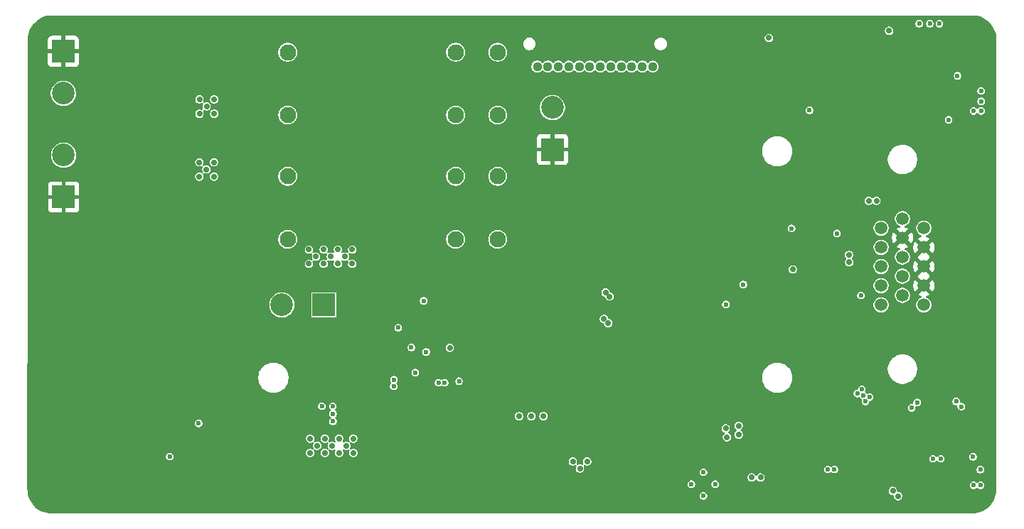
<source format=gbr>
%TF.GenerationSoftware,KiCad,Pcbnew,9.0.2+1*%
%TF.CreationDate,2025-08-16T03:16:36+01:00*%
%TF.ProjectId,Elytra,456c7974-7261-42e6-9b69-6361645f7063,rev?*%
%TF.SameCoordinates,Original*%
%TF.FileFunction,Copper,L2,Inr*%
%TF.FilePolarity,Positive*%
%FSLAX46Y46*%
G04 Gerber Fmt 4.6, Leading zero omitted, Abs format (unit mm)*
G04 Created by KiCad (PCBNEW 9.0.2+1) date 2025-08-16 03:16:36*
%MOMM*%
%LPD*%
G01*
G04 APERTURE LIST*
%TA.AperFunction,ComponentPad*%
%ADD10C,1.117600*%
%TD*%
%TA.AperFunction,ComponentPad*%
%ADD11R,2.700000X2.700000*%
%TD*%
%TA.AperFunction,ComponentPad*%
%ADD12C,2.700000*%
%TD*%
%TA.AperFunction,ComponentPad*%
%ADD13C,1.950000*%
%TD*%
%TA.AperFunction,ComponentPad*%
%ADD14C,1.500000*%
%TD*%
%TA.AperFunction,ViaPad*%
%ADD15C,0.600000*%
%TD*%
%TA.AperFunction,ViaPad*%
%ADD16C,0.700000*%
%TD*%
G04 APERTURE END LIST*
D10*
%TO.N,+14V*%
%TO.C,J1*%
X167770101Y-85908700D03*
%TO.N,/PYRO1_OUT*%
X166520101Y-85908700D03*
%TO.N,+14V*%
X165270101Y-85908700D03*
%TO.N,/PYRO2_OUT*%
X164020101Y-85908700D03*
%TO.N,+14V*%
X162770101Y-85908700D03*
%TO.N,/PYRO3_OUT*%
X161520101Y-85908700D03*
%TO.N,+14V*%
X160270100Y-85908700D03*
%TO.N,/PYRO4_OUT*%
X159020100Y-85908700D03*
%TO.N,+14V*%
X157770100Y-85908700D03*
%TO.N,/PYRO5_OUT*%
X156520100Y-85908700D03*
%TO.N,+14V*%
X155270100Y-85908700D03*
%TO.N,/PYRO6_OUT*%
X154020100Y-85908700D03*
%TD*%
D11*
%TO.N,GND*%
%TO.C,J2*%
X97624999Y-101470000D03*
D12*
%TO.N,VBAT1*%
X97624999Y-96470000D03*
%TD*%
D11*
%TO.N,GND*%
%TO.C,J3*%
X97600000Y-84100000D03*
D12*
%TO.N,VBAT2*%
X97600000Y-89100000D03*
%TD*%
D13*
%TO.N,Net-(K1-COIL_1)*%
%TO.C,K1*%
X124299998Y-91699999D03*
%TO.N,unconnected-(K1-COM_1-Pad3)*%
X144299998Y-91699999D03*
%TO.N,unconnected-(K1-NO_1-Pad4)*%
X149299998Y-91699999D03*
%TO.N,Net-(K1-NO_2)*%
X149299998Y-84199999D03*
%TO.N,VFill*%
X144299998Y-84199999D03*
%TO.N,+14V*%
X124299998Y-84199999D03*
%TD*%
D11*
%TO.N,GND*%
%TO.C,J4*%
X155825000Y-95800000D03*
D12*
%TO.N,VFill*%
X155825000Y-90800000D03*
%TD*%
D13*
%TO.N,Net-(K2-COIL_1)*%
%TO.C,K2*%
X124300000Y-106500000D03*
%TO.N,unconnected-(K2-COM_1-Pad3)*%
X144300000Y-106500000D03*
%TO.N,unconnected-(K2-NO_1-Pad4)*%
X149300000Y-106500000D03*
%TO.N,Net-(K2-NO_2)*%
X149300000Y-99000000D03*
%TO.N,VFill*%
X144300000Y-99000000D03*
%TO.N,+14V*%
X124300000Y-99000000D03*
%TD*%
D14*
%TO.N,+3.3V*%
%TO.C,DSUB1*%
X194960000Y-114340000D03*
%TO.N,+5V*%
X194960000Y-112050000D03*
%TO.N,/V2_OUT*%
X194960000Y-109760000D03*
%TO.N,/V1_OUT*%
X194960000Y-107470000D03*
%TO.N,/V0_OUT*%
X194960000Y-105180000D03*
%TO.N,/V3_OUT*%
X197500000Y-113195000D03*
%TO.N,/V4_OUT*%
X197500000Y-110905000D03*
%TO.N,/V5_OUT*%
X197500000Y-108615000D03*
%TO.N,GND*%
X197500000Y-106325000D03*
%TO.N,/FIRE_OUT2*%
X197500000Y-104035000D03*
%TO.N,/FIRE_OUT1*%
X200040000Y-114340000D03*
%TO.N,GND*%
X200040000Y-112050000D03*
X200040000Y-109760000D03*
X200040000Y-107470000D03*
%TO.N,/FIRE_OUT3*%
X200040000Y-105180000D03*
%TD*%
D11*
%TO.N,/KEY_OUT*%
%TO.C,J5*%
X128600000Y-114325000D03*
D12*
%TO.N,VDC*%
X123600000Y-114325000D03*
%TD*%
D15*
%TO.N,GND*%
X140170000Y-119160000D03*
%TO.N,VDC*%
X136950000Y-123250000D03*
X142260000Y-123610000D03*
X136925000Y-124025000D03*
X143000000Y-123600000D03*
D16*
%TO.N,+14V*%
X129575000Y-131125000D03*
X131130000Y-108580000D03*
X130280000Y-107730000D03*
X132125000Y-131975000D03*
D15*
X193075000Y-125850000D03*
X206775000Y-133975000D03*
D16*
X132125000Y-130275000D03*
D15*
X200750000Y-80800000D03*
D16*
X131980000Y-109430000D03*
X126830000Y-109430000D03*
X130280000Y-109430000D03*
X127680000Y-108580000D03*
X128580000Y-107730000D03*
D15*
X205950000Y-91200000D03*
X206850000Y-90050000D03*
D16*
X131980000Y-107730000D03*
D15*
X192125000Y-124900000D03*
X206850000Y-91200000D03*
D16*
X130425000Y-131975000D03*
X128725000Y-130275000D03*
X126830000Y-107730000D03*
D15*
X206850000Y-88800000D03*
X205950000Y-135825000D03*
D16*
X131275000Y-131125000D03*
X126975000Y-131975000D03*
X127825000Y-131125000D03*
X126975000Y-130275000D03*
X128580000Y-109430000D03*
D15*
X199500001Y-80800000D03*
D16*
X128725000Y-131975000D03*
X129430000Y-108580000D03*
D15*
X192650000Y-124375000D03*
X193600000Y-125325000D03*
D16*
X130425000Y-130275000D03*
D15*
X205900000Y-132450000D03*
X201900000Y-80800000D03*
X206800000Y-135825000D03*
X192825000Y-125125000D03*
%TO.N,/DC.DC3 VCC*%
X140792500Y-119932500D03*
X140480000Y-113840000D03*
%TO.N,+5V*%
X173800000Y-137100000D03*
D16*
X159950000Y-133000000D03*
D15*
X175200000Y-135700000D03*
D16*
X158250000Y-133000000D03*
X159100000Y-133850000D03*
D15*
X172375000Y-135700000D03*
X173800000Y-134275000D03*
D16*
%TO.N,/PYRO1_OUT*%
X179550000Y-134900000D03*
X178000000Y-129800000D03*
X178000000Y-128750000D03*
X196350000Y-136500000D03*
X196975000Y-137125000D03*
X180600000Y-134900000D03*
%TO.N,/PYRO2_OUT*%
X176600000Y-130100000D03*
X176450000Y-129050000D03*
%TO.N,/PYRO4_OUT*%
X162450000Y-116500000D03*
X161950000Y-116000000D03*
%TO.N,/PYRO3_OUT*%
X162625000Y-113325000D03*
X162150000Y-112850000D03*
%TO.N,/PYRO6_OUT*%
X195900000Y-81650000D03*
%TO.N,/PYRO5_OUT*%
X181600000Y-82500000D03*
%TO.N,/FIRE_OUT2*%
X191125000Y-108375000D03*
X191150000Y-109250000D03*
%TO.N,/FIRE_OUT3*%
X193475000Y-101925000D03*
X194400000Y-101925000D03*
D15*
%TO.N,/KEY_OUT*%
X129703054Y-128222790D03*
X129703054Y-127310290D03*
X129678054Y-126397790D03*
X128375000Y-126397790D03*
D16*
%TO.N,Net-(K1-NO_2)*%
X114650000Y-90675000D03*
X113800000Y-91525000D03*
X115550000Y-91525000D03*
X113800000Y-89825000D03*
X115550000Y-89825000D03*
%TO.N,Net-(K2-NO_2)*%
X113775000Y-97325000D03*
X115525000Y-97325000D03*
X114625000Y-98175000D03*
X115525000Y-99025000D03*
X113775000Y-99025000D03*
D15*
%TO.N,Net-(U6-MODE)*%
X110250000Y-132425000D03*
X113706587Y-128456587D03*
%TO.N,Net-(U1-SW)*%
X139500000Y-122400000D03*
X144700000Y-123425000D03*
%TO.N,Net-(U1-FB)*%
X139025000Y-119400000D03*
X137460000Y-117050000D03*
D16*
%TO.N,Net-(D3-A)*%
X151850000Y-127600000D03*
X153300000Y-127600000D03*
X143600000Y-119450000D03*
X154750000Y-127600000D03*
D15*
%TO.N,GND*%
X172900000Y-115925000D03*
X115160000Y-132910000D03*
X173675000Y-88150000D03*
X180125000Y-135925000D03*
X200275000Y-132375000D03*
X189875000Y-84425000D03*
X139825000Y-119800000D03*
X162075000Y-127025000D03*
X114750000Y-135450000D03*
X203975000Y-115875000D03*
X162850000Y-97450000D03*
X207750000Y-90675000D03*
X93800000Y-106175000D03*
X194075000Y-124475000D03*
X144475000Y-126500000D03*
X114550000Y-85650000D03*
X206025000Y-92200000D03*
X175675000Y-111000000D03*
X197475000Y-126600000D03*
X133500000Y-132649999D03*
X188325000Y-114650000D03*
X201500000Y-84125000D03*
X167400000Y-137200000D03*
X135400000Y-126425000D03*
X203375000Y-128075000D03*
X196800000Y-135250000D03*
X112675000Y-125875000D03*
X133556004Y-119143996D03*
X187054458Y-90717218D03*
X204000000Y-129575000D03*
X115950000Y-85650000D03*
X156450000Y-106500000D03*
X134650000Y-91475000D03*
X203975000Y-124450000D03*
X149600000Y-136750000D03*
X162675000Y-88150000D03*
X115600000Y-126750000D03*
X171300000Y-97350000D03*
X184325000Y-104400000D03*
X134050000Y-122525000D03*
X115600000Y-121650000D03*
X148075000Y-127475000D03*
X177125000Y-115025000D03*
X192525000Y-114900000D03*
X204575000Y-125425000D03*
X145400000Y-136750000D03*
X204700000Y-87650000D03*
X155950000Y-101625000D03*
X155800000Y-97950000D03*
X94675000Y-104800000D03*
X182850000Y-135950000D03*
X193425000Y-84325000D03*
X117150005Y-137999995D03*
X202675000Y-85400000D03*
X134669737Y-133050000D03*
X163650000Y-136050000D03*
X109950000Y-109325000D03*
X148550000Y-137950000D03*
X133125000Y-121950000D03*
X114939288Y-126360712D03*
X178975000Y-135900000D03*
X134650000Y-89750000D03*
X133650000Y-116400000D03*
X177940000Y-112475000D03*
X146450000Y-137950000D03*
X174650000Y-90275000D03*
X192400000Y-83325000D03*
X189850000Y-82225000D03*
X206025000Y-131500000D03*
X111650000Y-83750000D03*
X99450000Y-84100000D03*
X171150000Y-136025000D03*
X160450000Y-96000000D03*
X121450000Y-128325000D03*
X192850000Y-126850000D03*
X95650000Y-108469998D03*
X160200000Y-97325000D03*
X111750000Y-132225000D03*
X134669737Y-131300000D03*
X191000000Y-83325000D03*
X194450000Y-100775000D03*
X128650000Y-133525000D03*
X174600000Y-103350000D03*
X181325000Y-135950000D03*
X197300000Y-115500000D03*
X177050000Y-113550000D03*
X112150000Y-109325000D03*
X176725000Y-125525000D03*
X116650000Y-132026469D03*
X130350000Y-133525000D03*
X184400000Y-111100000D03*
X138600000Y-112925000D03*
X192300000Y-135725000D03*
X111450000Y-123500000D03*
X179250000Y-83300000D03*
X150550000Y-129125000D03*
X133975000Y-127350000D03*
X200975000Y-128775000D03*
X110396201Y-138046201D03*
X205075000Y-130550000D03*
X134669737Y-129600001D03*
X165500000Y-116550000D03*
X107750000Y-111100000D03*
X165650000Y-128250000D03*
X189900000Y-108150000D03*
X160450000Y-88125000D03*
X153300000Y-126575000D03*
X152000000Y-126575000D03*
X186525000Y-121550000D03*
X121250000Y-133400000D03*
X143025000Y-127375000D03*
X158275000Y-128275000D03*
X193275000Y-123625000D03*
X203025000Y-86950000D03*
X207050000Y-125750000D03*
X174625000Y-110025000D03*
X108700006Y-134324994D03*
X202550000Y-91375000D03*
X112740435Y-122709565D03*
X117500000Y-89275000D03*
X161400000Y-133075000D03*
X157975000Y-95800000D03*
X175175000Y-95975000D03*
X132050000Y-133525000D03*
X202050000Y-104475000D03*
X193425000Y-82300000D03*
X118200000Y-132018589D03*
X193475000Y-135725000D03*
X175700000Y-120850000D03*
X193450000Y-100750000D03*
X199575000Y-126875000D03*
X134650000Y-93125000D03*
X173725000Y-128975000D03*
X192575000Y-112225000D03*
X203325000Y-80850000D03*
X114650000Y-101650000D03*
X206900000Y-92200000D03*
X170600000Y-109225000D03*
X129500000Y-134375000D03*
X169200000Y-127075000D03*
X160450000Y-90800000D03*
X189280000Y-105110000D03*
X114750000Y-136950000D03*
X194475000Y-83325000D03*
X133975000Y-125475000D03*
X141481005Y-126168995D03*
X116475005Y-125625005D03*
X168900000Y-116400000D03*
X163100000Y-112400000D03*
X134669737Y-127900000D03*
X150649997Y-137924997D03*
X207750000Y-89425000D03*
X114800000Y-106325000D03*
X162925000Y-115575000D03*
X97600000Y-82250000D03*
X107725000Y-133275000D03*
X178150000Y-84400000D03*
X153650000Y-95800000D03*
X95650000Y-106200000D03*
X195750000Y-82775000D03*
X136862500Y-102150000D03*
X109950000Y-111100000D03*
X175650000Y-108925000D03*
X202100000Y-84775000D03*
X202650000Y-93100000D03*
X114350000Y-109325000D03*
X198175000Y-125650000D03*
X139075000Y-89750000D03*
X144350000Y-137925000D03*
X176725000Y-110000000D03*
X139075000Y-93125000D03*
X136950000Y-124925000D03*
X160275000Y-106475000D03*
X114350000Y-111100000D03*
X136862500Y-89750000D03*
X189900000Y-109125000D03*
X131200000Y-134375000D03*
X136862500Y-93125000D03*
X112150000Y-111100000D03*
X97600000Y-85950000D03*
X106400000Y-110275000D03*
X111650000Y-81600000D03*
X107750000Y-109350000D03*
X133500000Y-129200000D03*
X139075000Y-102150000D03*
X103000000Y-108550000D03*
X155825000Y-94050000D03*
X110650000Y-82800000D03*
X161475000Y-116975000D03*
X120575000Y-127425000D03*
X115700000Y-123250000D03*
X119250000Y-134300000D03*
X189350000Y-128750000D03*
X103000000Y-80250000D03*
X139075000Y-91475000D03*
X189825000Y-133200000D03*
X115100000Y-122450000D03*
X147500000Y-136750000D03*
X119250000Y-133400000D03*
X94550000Y-109930000D03*
X163050000Y-100350000D03*
X138600000Y-113800000D03*
X112709566Y-124309566D03*
X203575000Y-126750000D03*
X145850000Y-127400000D03*
X118200000Y-94950000D03*
X134650000Y-102150000D03*
X113850000Y-107175000D03*
X95550000Y-101475000D03*
X120700000Y-134300000D03*
X103000000Y-107775000D03*
X109300000Y-136950000D03*
X136862500Y-91475000D03*
X192900000Y-131925000D03*
X127750000Y-134375000D03*
X111450000Y-125100000D03*
X133500000Y-130900001D03*
X194800000Y-125450000D03*
X206350000Y-137775000D03*
X188750000Y-83325000D03*
X115750000Y-110300000D03*
X126900000Y-133525000D03*
X203425000Y-135850000D03*
X170900000Y-88175000D03*
X154675000Y-126575000D03*
X138325000Y-126175000D03*
X93800000Y-108475000D03*
X162975000Y-109250000D03*
X95700000Y-84100000D03*
X175375000Y-126725000D03*
X190050000Y-135725000D03*
X117894146Y-133774004D03*
X201600000Y-133375000D03*
X161750000Y-113825000D03*
X175216636Y-128983364D03*
X145625000Y-129125000D03*
X148050000Y-130750000D03*
X194600000Y-136650000D03*
X115100000Y-108410000D03*
X116175000Y-107200000D03*
X174600000Y-121750000D03*
X118050000Y-136926469D03*
X192025000Y-126150000D03*
X176475000Y-127775000D03*
X165225000Y-110600000D03*
X191200000Y-136675000D03*
X177025000Y-83275000D03*
X144475000Y-128375000D03*
X176550000Y-121850000D03*
X180675000Y-83125000D03*
X179500000Y-125325000D03*
X192300000Y-108825000D03*
X207050000Y-117175000D03*
%TO.N,/V0_IN*%
X198600000Y-126600000D03*
X199250000Y-125950000D03*
X204500000Y-126450000D03*
X203900000Y-125850000D03*
%TO.N,/V5_IN*%
X189400000Y-133950000D03*
X202075000Y-132675000D03*
X188600000Y-133950000D03*
X201125000Y-132675000D03*
%TO.N,/V2_IN*%
X189700000Y-105800000D03*
X178550000Y-111900000D03*
%TO.N,/V3_IN*%
X184300000Y-105200000D03*
X176475000Y-114275000D03*
%TO.N,/V1_IN*%
X186425000Y-91125000D03*
X203000000Y-92250000D03*
%TO.N,/V4_OUT*%
X204050000Y-87000000D03*
%TO.N,/V3_OUT*%
X192550000Y-113200000D03*
D16*
X184450000Y-110100000D03*
%TD*%
%TA.AperFunction,Conductor*%
%TO.N,GND*%
G36*
X205803471Y-79800695D02*
G01*
X205847099Y-79803144D01*
X206117695Y-79818340D01*
X206131498Y-79819896D01*
X206438339Y-79872031D01*
X206451883Y-79875122D01*
X206750952Y-79961282D01*
X206764077Y-79965874D01*
X207051618Y-80084978D01*
X207064132Y-80091004D01*
X207336547Y-80241563D01*
X207348303Y-80248950D01*
X207602129Y-80429050D01*
X207612989Y-80437709D01*
X207708863Y-80523387D01*
X207845063Y-80645103D01*
X207854894Y-80654934D01*
X208037532Y-80859306D01*
X208062285Y-80887004D01*
X208070954Y-80897876D01*
X208251043Y-81151687D01*
X208258439Y-81163457D01*
X208357494Y-81342683D01*
X208408991Y-81435860D01*
X208415024Y-81448388D01*
X208534124Y-81735921D01*
X208538717Y-81749047D01*
X208624875Y-82048110D01*
X208627969Y-82061666D01*
X208680102Y-82368493D01*
X208681659Y-82382311D01*
X208699305Y-82696527D01*
X208699500Y-82703480D01*
X208699500Y-136341397D01*
X208699186Y-136350214D01*
X208677133Y-136659580D01*
X208675393Y-136673237D01*
X208619538Y-136976307D01*
X208616295Y-136989687D01*
X208527188Y-137284699D01*
X208522482Y-137297637D01*
X208401222Y-137580950D01*
X208395110Y-137593287D01*
X208243179Y-137861428D01*
X208235738Y-137873010D01*
X208055038Y-138122631D01*
X208046359Y-138133318D01*
X207839088Y-138361385D01*
X207829277Y-138371044D01*
X207598000Y-138574727D01*
X207587179Y-138583238D01*
X207334759Y-138760021D01*
X207323061Y-138767281D01*
X207052592Y-138914995D01*
X207040162Y-138920912D01*
X206754979Y-139037736D01*
X206741969Y-139042240D01*
X206445607Y-139126725D01*
X206432178Y-139129759D01*
X206128266Y-139180873D01*
X206114583Y-139182399D01*
X205803434Y-139199698D01*
X205796551Y-139199889D01*
X96247595Y-139199500D01*
X96203481Y-139199500D01*
X96196528Y-139199305D01*
X95882311Y-139181659D01*
X95868493Y-139180102D01*
X95561666Y-139127969D01*
X95548110Y-139124875D01*
X95249047Y-139038717D01*
X95235921Y-139034124D01*
X94948388Y-138915024D01*
X94935860Y-138908991D01*
X94913853Y-138896828D01*
X94663457Y-138758439D01*
X94651692Y-138751046D01*
X94397872Y-138570951D01*
X94387004Y-138562285D01*
X94221007Y-138413941D01*
X94154934Y-138354894D01*
X94145103Y-138345063D01*
X93951321Y-138128221D01*
X93937709Y-138112989D01*
X93929050Y-138102129D01*
X93748950Y-137848303D01*
X93741563Y-137836547D01*
X93591004Y-137564132D01*
X93584978Y-137551618D01*
X93465874Y-137264077D01*
X93461282Y-137250953D01*
X93443979Y-137190892D01*
X93400707Y-137040691D01*
X173349500Y-137040691D01*
X173349500Y-137159309D01*
X173380201Y-137273886D01*
X173439511Y-137376613D01*
X173523387Y-137460489D01*
X173626114Y-137519799D01*
X173740691Y-137550500D01*
X173740694Y-137550500D01*
X173859306Y-137550500D01*
X173859309Y-137550500D01*
X173973886Y-137519799D01*
X174076613Y-137460489D01*
X174160489Y-137376613D01*
X174219799Y-137273886D01*
X174250500Y-137159309D01*
X174250500Y-137040691D01*
X174219799Y-136926114D01*
X174160489Y-136823387D01*
X174076613Y-136739511D01*
X173973886Y-136680201D01*
X173859309Y-136649500D01*
X173740691Y-136649500D01*
X173626114Y-136680201D01*
X173626112Y-136680201D01*
X173626112Y-136680202D01*
X173523387Y-136739511D01*
X173523384Y-136739513D01*
X173439513Y-136823384D01*
X173439511Y-136823387D01*
X173380201Y-136926114D01*
X173349500Y-137040691D01*
X93400707Y-137040691D01*
X93375122Y-136951883D01*
X93372030Y-136938333D01*
X93319896Y-136631498D01*
X93318341Y-136617697D01*
X93308031Y-136434108D01*
X195849500Y-136434108D01*
X195849500Y-136565891D01*
X195883608Y-136693187D01*
X195901687Y-136724500D01*
X195949500Y-136807314D01*
X196042686Y-136900500D01*
X196156814Y-136966392D01*
X196284108Y-137000500D01*
X196284110Y-137000500D01*
X196350500Y-137000500D01*
X196417539Y-137020185D01*
X196463294Y-137072989D01*
X196474500Y-137124500D01*
X196474500Y-137190891D01*
X196508608Y-137318187D01*
X196541554Y-137375250D01*
X196574500Y-137432314D01*
X196667686Y-137525500D01*
X196781814Y-137591392D01*
X196909108Y-137625500D01*
X196909110Y-137625500D01*
X197040890Y-137625500D01*
X197040892Y-137625500D01*
X197168186Y-137591392D01*
X197282314Y-137525500D01*
X197375500Y-137432314D01*
X197441392Y-137318186D01*
X197475500Y-137190892D01*
X197475500Y-137059108D01*
X197441392Y-136931814D01*
X197375500Y-136817686D01*
X197282314Y-136724500D01*
X197205586Y-136680201D01*
X197168187Y-136658608D01*
X197104539Y-136641554D01*
X197040892Y-136624500D01*
X196974500Y-136624500D01*
X196907461Y-136604815D01*
X196861706Y-136552011D01*
X196850500Y-136500500D01*
X196850500Y-136434110D01*
X196850500Y-136434108D01*
X196816392Y-136306814D01*
X196750500Y-136192686D01*
X196657314Y-136099500D01*
X196589745Y-136060489D01*
X196543187Y-136033608D01*
X196479539Y-136016554D01*
X196415892Y-135999500D01*
X196284108Y-135999500D01*
X196156812Y-136033608D01*
X196042686Y-136099500D01*
X196042683Y-136099502D01*
X195949502Y-136192683D01*
X195949500Y-136192686D01*
X195883608Y-136306812D01*
X195849500Y-136434108D01*
X93308031Y-136434108D01*
X93300695Y-136303489D01*
X93300501Y-136296521D01*
X93300807Y-135640691D01*
X171924500Y-135640691D01*
X171924500Y-135759309D01*
X171955201Y-135873886D01*
X172014511Y-135976613D01*
X172098387Y-136060489D01*
X172201114Y-136119799D01*
X172315691Y-136150500D01*
X172315694Y-136150500D01*
X172434306Y-136150500D01*
X172434309Y-136150500D01*
X172548886Y-136119799D01*
X172651613Y-136060489D01*
X172735489Y-135976613D01*
X172794799Y-135873886D01*
X172825500Y-135759309D01*
X172825500Y-135640691D01*
X174749500Y-135640691D01*
X174749500Y-135759309D01*
X174780201Y-135873886D01*
X174839511Y-135976613D01*
X174923387Y-136060489D01*
X175026114Y-136119799D01*
X175140691Y-136150500D01*
X175140694Y-136150500D01*
X175259306Y-136150500D01*
X175259309Y-136150500D01*
X175373886Y-136119799D01*
X175476613Y-136060489D01*
X175560489Y-135976613D01*
X175619799Y-135873886D01*
X175648790Y-135765691D01*
X205499500Y-135765691D01*
X205499500Y-135884309D01*
X205530201Y-135998886D01*
X205589511Y-136101613D01*
X205673387Y-136185489D01*
X205776114Y-136244799D01*
X205890691Y-136275500D01*
X205890694Y-136275500D01*
X206009306Y-136275500D01*
X206009309Y-136275500D01*
X206123886Y-136244799D01*
X206226613Y-136185489D01*
X206287319Y-136124783D01*
X206348642Y-136091298D01*
X206418334Y-136096282D01*
X206462681Y-136124783D01*
X206523387Y-136185489D01*
X206626114Y-136244799D01*
X206740691Y-136275500D01*
X206740694Y-136275500D01*
X206859306Y-136275500D01*
X206859309Y-136275500D01*
X206973886Y-136244799D01*
X207076613Y-136185489D01*
X207160489Y-136101613D01*
X207219799Y-135998886D01*
X207250500Y-135884309D01*
X207250500Y-135765691D01*
X207219799Y-135651114D01*
X207160489Y-135548387D01*
X207076613Y-135464511D01*
X206973886Y-135405201D01*
X206859309Y-135374500D01*
X206740691Y-135374500D01*
X206626114Y-135405201D01*
X206626112Y-135405201D01*
X206626112Y-135405202D01*
X206523387Y-135464511D01*
X206523384Y-135464513D01*
X206462681Y-135525217D01*
X206401358Y-135558702D01*
X206331666Y-135553718D01*
X206287319Y-135525217D01*
X206226615Y-135464513D01*
X206226613Y-135464511D01*
X206123886Y-135405201D01*
X206009309Y-135374500D01*
X205890691Y-135374500D01*
X205776114Y-135405201D01*
X205776112Y-135405201D01*
X205776112Y-135405202D01*
X205673387Y-135464511D01*
X205673384Y-135464513D01*
X205589513Y-135548384D01*
X205589511Y-135548387D01*
X205536218Y-135640693D01*
X205530201Y-135651114D01*
X205499500Y-135765691D01*
X175648790Y-135765691D01*
X175650500Y-135759309D01*
X175650500Y-135640691D01*
X175619799Y-135526114D01*
X175560489Y-135423387D01*
X175476613Y-135339511D01*
X175373886Y-135280201D01*
X175259309Y-135249500D01*
X175140691Y-135249500D01*
X175026114Y-135280201D01*
X175026112Y-135280201D01*
X175026112Y-135280202D01*
X174923387Y-135339511D01*
X174923384Y-135339513D01*
X174839513Y-135423384D01*
X174839511Y-135423387D01*
X174780201Y-135526114D01*
X174749500Y-135640691D01*
X172825500Y-135640691D01*
X172794799Y-135526114D01*
X172735489Y-135423387D01*
X172651613Y-135339511D01*
X172548886Y-135280201D01*
X172434309Y-135249500D01*
X172315691Y-135249500D01*
X172201114Y-135280201D01*
X172201112Y-135280201D01*
X172201112Y-135280202D01*
X172098387Y-135339511D01*
X172098384Y-135339513D01*
X172014513Y-135423384D01*
X172014511Y-135423387D01*
X171955201Y-135526114D01*
X171924500Y-135640691D01*
X93300807Y-135640691D01*
X93301183Y-134834108D01*
X179049500Y-134834108D01*
X179049500Y-134965891D01*
X179083608Y-135093187D01*
X179111907Y-135142202D01*
X179149500Y-135207314D01*
X179242686Y-135300500D01*
X179356814Y-135366392D01*
X179484108Y-135400500D01*
X179484110Y-135400500D01*
X179615890Y-135400500D01*
X179615892Y-135400500D01*
X179743186Y-135366392D01*
X179857314Y-135300500D01*
X179950500Y-135207314D01*
X179967613Y-135177672D01*
X180018179Y-135129458D01*
X180086786Y-135116234D01*
X180151651Y-135142202D01*
X180182386Y-135177672D01*
X180199500Y-135207314D01*
X180292686Y-135300500D01*
X180406814Y-135366392D01*
X180534108Y-135400500D01*
X180534110Y-135400500D01*
X180665890Y-135400500D01*
X180665892Y-135400500D01*
X180793186Y-135366392D01*
X180907314Y-135300500D01*
X181000500Y-135207314D01*
X181066392Y-135093186D01*
X181100500Y-134965892D01*
X181100500Y-134834108D01*
X181066392Y-134706814D01*
X181066040Y-134706205D01*
X181025212Y-134635489D01*
X181000500Y-134592686D01*
X180907314Y-134499500D01*
X180819650Y-134448887D01*
X180793187Y-134433608D01*
X180729539Y-134416554D01*
X180665892Y-134399500D01*
X180534108Y-134399500D01*
X180406812Y-134433608D01*
X180292686Y-134499500D01*
X180292683Y-134499502D01*
X180199502Y-134592683D01*
X180199500Y-134592686D01*
X180182387Y-134622327D01*
X180131819Y-134670542D01*
X180063212Y-134683764D01*
X179998348Y-134657796D01*
X179967613Y-134622327D01*
X179950500Y-134592686D01*
X179857314Y-134499500D01*
X179769650Y-134448887D01*
X179743187Y-134433608D01*
X179679539Y-134416554D01*
X179615892Y-134399500D01*
X179484108Y-134399500D01*
X179356812Y-134433608D01*
X179242686Y-134499500D01*
X179242683Y-134499502D01*
X179149502Y-134592683D01*
X179149500Y-134592686D01*
X179083608Y-134706812D01*
X179049500Y-134834108D01*
X93301183Y-134834108D01*
X93302069Y-132934108D01*
X157749500Y-132934108D01*
X157749500Y-133065891D01*
X157783608Y-133193187D01*
X157812341Y-133242953D01*
X157849500Y-133307314D01*
X157942686Y-133400500D01*
X158041521Y-133457563D01*
X158056810Y-133466390D01*
X158056814Y-133466392D01*
X158184108Y-133500500D01*
X158184110Y-133500500D01*
X158315890Y-133500500D01*
X158315892Y-133500500D01*
X158443186Y-133466392D01*
X158492953Y-133437659D01*
X158560852Y-133421185D01*
X158626880Y-133444037D01*
X158670071Y-133498957D01*
X158676713Y-133568510D01*
X158662342Y-133607044D01*
X158633608Y-133656812D01*
X158599500Y-133784108D01*
X158599500Y-133915891D01*
X158633608Y-134043187D01*
X158666554Y-134100250D01*
X158699500Y-134157314D01*
X158792686Y-134250500D01*
X158891521Y-134307563D01*
X158896584Y-134310486D01*
X158906814Y-134316392D01*
X159034108Y-134350500D01*
X159034110Y-134350500D01*
X159165890Y-134350500D01*
X159165892Y-134350500D01*
X159293186Y-134316392D01*
X159407314Y-134250500D01*
X159442123Y-134215691D01*
X173349500Y-134215691D01*
X173349500Y-134334309D01*
X173380201Y-134448886D01*
X173439511Y-134551613D01*
X173523387Y-134635489D01*
X173626114Y-134694799D01*
X173740691Y-134725500D01*
X173740694Y-134725500D01*
X173859306Y-134725500D01*
X173859309Y-134725500D01*
X173973886Y-134694799D01*
X174076613Y-134635489D01*
X174160489Y-134551613D01*
X174219799Y-134448886D01*
X174250500Y-134334309D01*
X174250500Y-134215691D01*
X174219799Y-134101114D01*
X174160489Y-133998387D01*
X174076613Y-133914511D01*
X174035356Y-133890691D01*
X188149500Y-133890691D01*
X188149500Y-134009309D01*
X188180201Y-134123886D01*
X188239511Y-134226613D01*
X188323387Y-134310489D01*
X188426114Y-134369799D01*
X188540691Y-134400500D01*
X188540694Y-134400500D01*
X188659306Y-134400500D01*
X188659309Y-134400500D01*
X188773886Y-134369799D01*
X188876613Y-134310489D01*
X188912319Y-134274783D01*
X188973642Y-134241298D01*
X189043334Y-134246282D01*
X189087681Y-134274783D01*
X189123387Y-134310489D01*
X189226114Y-134369799D01*
X189340691Y-134400500D01*
X189340694Y-134400500D01*
X189459306Y-134400500D01*
X189459309Y-134400500D01*
X189573886Y-134369799D01*
X189676613Y-134310489D01*
X189760489Y-134226613D01*
X189819799Y-134123886D01*
X189850500Y-134009309D01*
X189850500Y-133915691D01*
X206324500Y-133915691D01*
X206324500Y-134034309D01*
X206355201Y-134148886D01*
X206414511Y-134251613D01*
X206498387Y-134335489D01*
X206601114Y-134394799D01*
X206715691Y-134425500D01*
X206715694Y-134425500D01*
X206834306Y-134425500D01*
X206834309Y-134425500D01*
X206948886Y-134394799D01*
X207051613Y-134335489D01*
X207135489Y-134251613D01*
X207194799Y-134148886D01*
X207225500Y-134034309D01*
X207225500Y-133915691D01*
X207194799Y-133801114D01*
X207135489Y-133698387D01*
X207051613Y-133614511D01*
X206948886Y-133555201D01*
X206834309Y-133524500D01*
X206715691Y-133524500D01*
X206601114Y-133555201D01*
X206601112Y-133555201D01*
X206601112Y-133555202D01*
X206498387Y-133614511D01*
X206498384Y-133614513D01*
X206414513Y-133698384D01*
X206414511Y-133698387D01*
X206365020Y-133784108D01*
X206355201Y-133801114D01*
X206324500Y-133915691D01*
X189850500Y-133915691D01*
X189850500Y-133890691D01*
X189819799Y-133776114D01*
X189760489Y-133673387D01*
X189676613Y-133589511D01*
X189573886Y-133530201D01*
X189459309Y-133499500D01*
X189340691Y-133499500D01*
X189226114Y-133530201D01*
X189226112Y-133530201D01*
X189226112Y-133530202D01*
X189123387Y-133589511D01*
X189123384Y-133589513D01*
X189087681Y-133625217D01*
X189026358Y-133658702D01*
X188956666Y-133653718D01*
X188912319Y-133625217D01*
X188876615Y-133589513D01*
X188876613Y-133589511D01*
X188773886Y-133530201D01*
X188659309Y-133499500D01*
X188540691Y-133499500D01*
X188426114Y-133530201D01*
X188426112Y-133530201D01*
X188426112Y-133530202D01*
X188323387Y-133589511D01*
X188323384Y-133589513D01*
X188239513Y-133673384D01*
X188239511Y-133673387D01*
X188180201Y-133776114D01*
X188149500Y-133890691D01*
X174035356Y-133890691D01*
X173973886Y-133855201D01*
X173859309Y-133824500D01*
X173740691Y-133824500D01*
X173626114Y-133855201D01*
X173626112Y-133855201D01*
X173626112Y-133855202D01*
X173523387Y-133914511D01*
X173523384Y-133914513D01*
X173439513Y-133998384D01*
X173439511Y-133998387D01*
X173380201Y-134101114D01*
X173349500Y-134215691D01*
X159442123Y-134215691D01*
X159500500Y-134157314D01*
X159566392Y-134043186D01*
X159600500Y-133915892D01*
X159600500Y-133784108D01*
X159566392Y-133656814D01*
X159537657Y-133607044D01*
X159521185Y-133539146D01*
X159544037Y-133473119D01*
X159598958Y-133429928D01*
X159668511Y-133423286D01*
X159707044Y-133437657D01*
X159741805Y-133457726D01*
X159756810Y-133466390D01*
X159756814Y-133466392D01*
X159884108Y-133500500D01*
X159884110Y-133500500D01*
X160015890Y-133500500D01*
X160015892Y-133500500D01*
X160143186Y-133466392D01*
X160257314Y-133400500D01*
X160350500Y-133307314D01*
X160416392Y-133193186D01*
X160450500Y-133065892D01*
X160450500Y-132934108D01*
X160416392Y-132806814D01*
X160350500Y-132692686D01*
X160273505Y-132615691D01*
X200674500Y-132615691D01*
X200674500Y-132734309D01*
X200705201Y-132848886D01*
X200764511Y-132951613D01*
X200848387Y-133035489D01*
X200951114Y-133094799D01*
X201065691Y-133125500D01*
X201065694Y-133125500D01*
X201184306Y-133125500D01*
X201184309Y-133125500D01*
X201298886Y-133094799D01*
X201401613Y-133035489D01*
X201485489Y-132951613D01*
X201492613Y-132939274D01*
X201543180Y-132891058D01*
X201611787Y-132877836D01*
X201676652Y-132903804D01*
X201707387Y-132939274D01*
X201714508Y-132951609D01*
X201714510Y-132951611D01*
X201714511Y-132951613D01*
X201798387Y-133035489D01*
X201901114Y-133094799D01*
X202015691Y-133125500D01*
X202015694Y-133125500D01*
X202134306Y-133125500D01*
X202134309Y-133125500D01*
X202248886Y-133094799D01*
X202351613Y-133035489D01*
X202435489Y-132951613D01*
X202494799Y-132848886D01*
X202525500Y-132734309D01*
X202525500Y-132615691D01*
X202494799Y-132501114D01*
X202435489Y-132398387D01*
X202427793Y-132390691D01*
X205449500Y-132390691D01*
X205449500Y-132509309D01*
X205480201Y-132623886D01*
X205539511Y-132726613D01*
X205623387Y-132810489D01*
X205726114Y-132869799D01*
X205840691Y-132900500D01*
X205840694Y-132900500D01*
X205959306Y-132900500D01*
X205959309Y-132900500D01*
X206073886Y-132869799D01*
X206176613Y-132810489D01*
X206260489Y-132726613D01*
X206319799Y-132623886D01*
X206350500Y-132509309D01*
X206350500Y-132390691D01*
X206319799Y-132276114D01*
X206260489Y-132173387D01*
X206176613Y-132089511D01*
X206073886Y-132030201D01*
X205959309Y-131999500D01*
X205840691Y-131999500D01*
X205726114Y-132030201D01*
X205726112Y-132030201D01*
X205726112Y-132030202D01*
X205623387Y-132089511D01*
X205623384Y-132089513D01*
X205539513Y-132173384D01*
X205539511Y-132173387D01*
X205480201Y-132276114D01*
X205449500Y-132390691D01*
X202427793Y-132390691D01*
X202351613Y-132314511D01*
X202248886Y-132255201D01*
X202134309Y-132224500D01*
X202015691Y-132224500D01*
X201901114Y-132255201D01*
X201901112Y-132255201D01*
X201901112Y-132255202D01*
X201798387Y-132314511D01*
X201798384Y-132314513D01*
X201714513Y-132398384D01*
X201714511Y-132398387D01*
X201707386Y-132410728D01*
X201656817Y-132458942D01*
X201588210Y-132472163D01*
X201523346Y-132446194D01*
X201492614Y-132410728D01*
X201485489Y-132398387D01*
X201401613Y-132314511D01*
X201298886Y-132255201D01*
X201184309Y-132224500D01*
X201065691Y-132224500D01*
X200951114Y-132255201D01*
X200951112Y-132255201D01*
X200951112Y-132255202D01*
X200848387Y-132314511D01*
X200848384Y-132314513D01*
X200764513Y-132398384D01*
X200764511Y-132398387D01*
X200705201Y-132501114D01*
X200674500Y-132615691D01*
X160273505Y-132615691D01*
X160257314Y-132599500D01*
X160200250Y-132566554D01*
X160143187Y-132533608D01*
X160052500Y-132509309D01*
X160015892Y-132499500D01*
X159884108Y-132499500D01*
X159756812Y-132533608D01*
X159642686Y-132599500D01*
X159642683Y-132599502D01*
X159549502Y-132692683D01*
X159549500Y-132692686D01*
X159483608Y-132806812D01*
X159449500Y-132934108D01*
X159449500Y-133065891D01*
X159483609Y-133193188D01*
X159483609Y-133193189D01*
X159512341Y-133242954D01*
X159528814Y-133310854D01*
X159505961Y-133376881D01*
X159451040Y-133420072D01*
X159381487Y-133426713D01*
X159342954Y-133412341D01*
X159293189Y-133383609D01*
X159293186Y-133383608D01*
X159165892Y-133349500D01*
X159034108Y-133349500D01*
X158906812Y-133383608D01*
X158857044Y-133412342D01*
X158789144Y-133428814D01*
X158723117Y-133405961D01*
X158679927Y-133351039D01*
X158673286Y-133281486D01*
X158687659Y-133242953D01*
X158716389Y-133193191D01*
X158716390Y-133193189D01*
X158716392Y-133193186D01*
X158750500Y-133065892D01*
X158750500Y-132934108D01*
X158716392Y-132806814D01*
X158650500Y-132692686D01*
X158557314Y-132599500D01*
X158500250Y-132566554D01*
X158443187Y-132533608D01*
X158352500Y-132509309D01*
X158315892Y-132499500D01*
X158184108Y-132499500D01*
X158056812Y-132533608D01*
X157942686Y-132599500D01*
X157942683Y-132599502D01*
X157849502Y-132692683D01*
X157849500Y-132692686D01*
X157783608Y-132806812D01*
X157749500Y-132934108D01*
X93302069Y-132934108D01*
X93302334Y-132365691D01*
X109799500Y-132365691D01*
X109799500Y-132484309D01*
X109830201Y-132598886D01*
X109889511Y-132701613D01*
X109973387Y-132785489D01*
X110076114Y-132844799D01*
X110190691Y-132875500D01*
X110190694Y-132875500D01*
X110309306Y-132875500D01*
X110309309Y-132875500D01*
X110423886Y-132844799D01*
X110438071Y-132836608D01*
X110469275Y-132818594D01*
X110469276Y-132818593D01*
X110489677Y-132806814D01*
X110526613Y-132785489D01*
X110610489Y-132701613D01*
X110669799Y-132598886D01*
X110700500Y-132484309D01*
X110700500Y-132365691D01*
X110669799Y-132251114D01*
X110610489Y-132148387D01*
X110526613Y-132064511D01*
X110423886Y-132005201D01*
X110309309Y-131974500D01*
X110190691Y-131974500D01*
X110076114Y-132005201D01*
X110076112Y-132005201D01*
X110076112Y-132005202D01*
X109973387Y-132064511D01*
X109973384Y-132064513D01*
X109889513Y-132148384D01*
X109889511Y-132148387D01*
X109830201Y-132251114D01*
X109799500Y-132365691D01*
X93302334Y-132365691D01*
X93303340Y-130209108D01*
X126474500Y-130209108D01*
X126474500Y-130340891D01*
X126508608Y-130468187D01*
X126537341Y-130517953D01*
X126574500Y-130582314D01*
X126667686Y-130675500D01*
X126766521Y-130732563D01*
X126781810Y-130741390D01*
X126781814Y-130741392D01*
X126909108Y-130775500D01*
X126909110Y-130775500D01*
X127040890Y-130775500D01*
X127040892Y-130775500D01*
X127168186Y-130741392D01*
X127217953Y-130712659D01*
X127285852Y-130696185D01*
X127351880Y-130719037D01*
X127395071Y-130773957D01*
X127401713Y-130843510D01*
X127387342Y-130882044D01*
X127358608Y-130931812D01*
X127324500Y-131059108D01*
X127324500Y-131190891D01*
X127358609Y-131318188D01*
X127358609Y-131318189D01*
X127387341Y-131367954D01*
X127403814Y-131435854D01*
X127380961Y-131501881D01*
X127326040Y-131545072D01*
X127256487Y-131551713D01*
X127217954Y-131537341D01*
X127168189Y-131508609D01*
X127168186Y-131508608D01*
X127040892Y-131474500D01*
X126909108Y-131474500D01*
X126781812Y-131508608D01*
X126667686Y-131574500D01*
X126667683Y-131574502D01*
X126574502Y-131667683D01*
X126574500Y-131667686D01*
X126508608Y-131781812D01*
X126474500Y-131909108D01*
X126474500Y-132040891D01*
X126508608Y-132168187D01*
X126541121Y-132224500D01*
X126574500Y-132282314D01*
X126667686Y-132375500D01*
X126781814Y-132441392D01*
X126909108Y-132475500D01*
X126909110Y-132475500D01*
X127040890Y-132475500D01*
X127040892Y-132475500D01*
X127168186Y-132441392D01*
X127282314Y-132375500D01*
X127375500Y-132282314D01*
X127441392Y-132168186D01*
X127475500Y-132040892D01*
X127475500Y-131909108D01*
X127441392Y-131781814D01*
X127412657Y-131732044D01*
X127396185Y-131664146D01*
X127419037Y-131598119D01*
X127473958Y-131554928D01*
X127543511Y-131548286D01*
X127582044Y-131562657D01*
X127602560Y-131574502D01*
X127631810Y-131591390D01*
X127631814Y-131591392D01*
X127759108Y-131625500D01*
X127759110Y-131625500D01*
X127890890Y-131625500D01*
X127890892Y-131625500D01*
X128018186Y-131591392D01*
X128132314Y-131525500D01*
X128225500Y-131432314D01*
X128291392Y-131318186D01*
X128325500Y-131190892D01*
X128325500Y-131059108D01*
X128291392Y-130931814D01*
X128225500Y-130817686D01*
X128132314Y-130724500D01*
X128047439Y-130675497D01*
X128018187Y-130658608D01*
X127954539Y-130641554D01*
X127890892Y-130624500D01*
X127759108Y-130624500D01*
X127631812Y-130658608D01*
X127582044Y-130687342D01*
X127514144Y-130703814D01*
X127448117Y-130680961D01*
X127404927Y-130626039D01*
X127398286Y-130556486D01*
X127412659Y-130517953D01*
X127441389Y-130468191D01*
X127441390Y-130468189D01*
X127441392Y-130468186D01*
X127475500Y-130340892D01*
X127475500Y-130209108D01*
X128224500Y-130209108D01*
X128224500Y-130340891D01*
X128258608Y-130468187D01*
X128296868Y-130534454D01*
X128324500Y-130582314D01*
X128417686Y-130675500D01*
X128520992Y-130735144D01*
X128531810Y-130741390D01*
X128531814Y-130741392D01*
X128659108Y-130775500D01*
X128659110Y-130775500D01*
X128790890Y-130775500D01*
X128790892Y-130775500D01*
X128918186Y-130741392D01*
X128967953Y-130712659D01*
X129035852Y-130696185D01*
X129101880Y-130719037D01*
X129145071Y-130773957D01*
X129151713Y-130843510D01*
X129137342Y-130882044D01*
X129108608Y-130931812D01*
X129074500Y-131059108D01*
X129074500Y-131190891D01*
X129108609Y-131318188D01*
X129108609Y-131318189D01*
X129137341Y-131367954D01*
X129153814Y-131435854D01*
X129130961Y-131501881D01*
X129076040Y-131545072D01*
X129006487Y-131551713D01*
X128967954Y-131537341D01*
X128918189Y-131508609D01*
X128918186Y-131508608D01*
X128790892Y-131474500D01*
X128659108Y-131474500D01*
X128531812Y-131508608D01*
X128442010Y-131560456D01*
X128417686Y-131574500D01*
X128324500Y-131667686D01*
X128306232Y-131699326D01*
X128306230Y-131699329D01*
X128258609Y-131781810D01*
X128258609Y-131781811D01*
X128224500Y-131909108D01*
X128224500Y-132040891D01*
X128258608Y-132168187D01*
X128291121Y-132224500D01*
X128324500Y-132282314D01*
X128417686Y-132375500D01*
X128531814Y-132441392D01*
X128659108Y-132475500D01*
X128659110Y-132475500D01*
X128790890Y-132475500D01*
X128790892Y-132475500D01*
X128918186Y-132441392D01*
X129032314Y-132375500D01*
X129125500Y-132282314D01*
X129191392Y-132168186D01*
X129225500Y-132040892D01*
X129225500Y-131909108D01*
X129191392Y-131781814D01*
X129162657Y-131732044D01*
X129146185Y-131664146D01*
X129169037Y-131598119D01*
X129223958Y-131554928D01*
X129293511Y-131548286D01*
X129332044Y-131562657D01*
X129352560Y-131574502D01*
X129381810Y-131591390D01*
X129381814Y-131591392D01*
X129509108Y-131625500D01*
X129509110Y-131625500D01*
X129640890Y-131625500D01*
X129640892Y-131625500D01*
X129768186Y-131591392D01*
X129817953Y-131562659D01*
X129885852Y-131546185D01*
X129951880Y-131569037D01*
X129995071Y-131623957D01*
X130001713Y-131693510D01*
X129987342Y-131732044D01*
X129958608Y-131781812D01*
X129924500Y-131909108D01*
X129924500Y-132040891D01*
X129958608Y-132168187D01*
X129991121Y-132224500D01*
X130024500Y-132282314D01*
X130117686Y-132375500D01*
X130231814Y-132441392D01*
X130359108Y-132475500D01*
X130359110Y-132475500D01*
X130490890Y-132475500D01*
X130490892Y-132475500D01*
X130618186Y-132441392D01*
X130732314Y-132375500D01*
X130825500Y-132282314D01*
X130891392Y-132168186D01*
X130925500Y-132040892D01*
X130925500Y-131909108D01*
X130891392Y-131781814D01*
X130862657Y-131732044D01*
X130846185Y-131664146D01*
X130869037Y-131598119D01*
X130923958Y-131554928D01*
X130993511Y-131548286D01*
X131032044Y-131562657D01*
X131052560Y-131574502D01*
X131081810Y-131591390D01*
X131081814Y-131591392D01*
X131209108Y-131625500D01*
X131209110Y-131625500D01*
X131340890Y-131625500D01*
X131340892Y-131625500D01*
X131468186Y-131591392D01*
X131517953Y-131562659D01*
X131585852Y-131546185D01*
X131651880Y-131569037D01*
X131695071Y-131623957D01*
X131701713Y-131693510D01*
X131687342Y-131732044D01*
X131658608Y-131781812D01*
X131624500Y-131909108D01*
X131624500Y-132040891D01*
X131658608Y-132168187D01*
X131691121Y-132224500D01*
X131724500Y-132282314D01*
X131817686Y-132375500D01*
X131931814Y-132441392D01*
X132059108Y-132475500D01*
X132059110Y-132475500D01*
X132190890Y-132475500D01*
X132190892Y-132475500D01*
X132318186Y-132441392D01*
X132432314Y-132375500D01*
X132525500Y-132282314D01*
X132591392Y-132168186D01*
X132625500Y-132040892D01*
X132625500Y-131909108D01*
X132591392Y-131781814D01*
X132525500Y-131667686D01*
X132432314Y-131574500D01*
X132367953Y-131537341D01*
X132318187Y-131508608D01*
X132254539Y-131491554D01*
X132190892Y-131474500D01*
X132059108Y-131474500D01*
X131931812Y-131508608D01*
X131882044Y-131537342D01*
X131814144Y-131553814D01*
X131748117Y-131530961D01*
X131704927Y-131476039D01*
X131698286Y-131406486D01*
X131712659Y-131367953D01*
X131741389Y-131318191D01*
X131741390Y-131318189D01*
X131741392Y-131318186D01*
X131775500Y-131190892D01*
X131775500Y-131059108D01*
X131741392Y-130931814D01*
X131712657Y-130882044D01*
X131696185Y-130814146D01*
X131719037Y-130748119D01*
X131773958Y-130704928D01*
X131843511Y-130698286D01*
X131882044Y-130712657D01*
X131916805Y-130732726D01*
X131931810Y-130741390D01*
X131931814Y-130741392D01*
X132059108Y-130775500D01*
X132059110Y-130775500D01*
X132190890Y-130775500D01*
X132190892Y-130775500D01*
X132318186Y-130741392D01*
X132432314Y-130675500D01*
X132525500Y-130582314D01*
X132591392Y-130468186D01*
X132625500Y-130340892D01*
X132625500Y-130209108D01*
X132591392Y-130081814D01*
X132525500Y-129967686D01*
X132432314Y-129874500D01*
X132375250Y-129841554D01*
X132318187Y-129808608D01*
X132254539Y-129791554D01*
X132190892Y-129774500D01*
X132059108Y-129774500D01*
X131931812Y-129808608D01*
X131817686Y-129874500D01*
X131817683Y-129874502D01*
X131724502Y-129967683D01*
X131724500Y-129967686D01*
X131658608Y-130081812D01*
X131626807Y-130200497D01*
X131624500Y-130209108D01*
X131624500Y-130340892D01*
X131642297Y-130407313D01*
X131658609Y-130468188D01*
X131658609Y-130468189D01*
X131687341Y-130517954D01*
X131703814Y-130585854D01*
X131680961Y-130651881D01*
X131626040Y-130695072D01*
X131556487Y-130701713D01*
X131517954Y-130687341D01*
X131468189Y-130658609D01*
X131468186Y-130658608D01*
X131340892Y-130624500D01*
X131209108Y-130624500D01*
X131081812Y-130658608D01*
X131032044Y-130687342D01*
X130964144Y-130703814D01*
X130898117Y-130680961D01*
X130854927Y-130626039D01*
X130848286Y-130556486D01*
X130862659Y-130517953D01*
X130891389Y-130468191D01*
X130891390Y-130468189D01*
X130891392Y-130468186D01*
X130925500Y-130340892D01*
X130925500Y-130209108D01*
X130891392Y-130081814D01*
X130825500Y-129967686D01*
X130732314Y-129874500D01*
X130675250Y-129841554D01*
X130618187Y-129808608D01*
X130554539Y-129791554D01*
X130490892Y-129774500D01*
X130359108Y-129774500D01*
X130231812Y-129808608D01*
X130117686Y-129874500D01*
X130117683Y-129874502D01*
X130024502Y-129967683D01*
X130024500Y-129967686D01*
X129958608Y-130081812D01*
X129926807Y-130200497D01*
X129924500Y-130209108D01*
X129924500Y-130340892D01*
X129942297Y-130407313D01*
X129958609Y-130468188D01*
X129958609Y-130468189D01*
X129987341Y-130517954D01*
X130003814Y-130585854D01*
X129980961Y-130651881D01*
X129926040Y-130695072D01*
X129856487Y-130701713D01*
X129817954Y-130687341D01*
X129768189Y-130658609D01*
X129768186Y-130658608D01*
X129640892Y-130624500D01*
X129509108Y-130624500D01*
X129381812Y-130658608D01*
X129332044Y-130687342D01*
X129264144Y-130703814D01*
X129198117Y-130680961D01*
X129154927Y-130626039D01*
X129148286Y-130556486D01*
X129162659Y-130517953D01*
X129191389Y-130468191D01*
X129191390Y-130468189D01*
X129191392Y-130468186D01*
X129225500Y-130340892D01*
X129225500Y-130209108D01*
X129191392Y-130081814D01*
X129125500Y-129967686D01*
X129032314Y-129874500D01*
X128975250Y-129841554D01*
X128918187Y-129808608D01*
X128854539Y-129791554D01*
X128790892Y-129774500D01*
X128659108Y-129774500D01*
X128531812Y-129808608D01*
X128417686Y-129874500D01*
X128417683Y-129874502D01*
X128324502Y-129967683D01*
X128324500Y-129967686D01*
X128258608Y-130081812D01*
X128224500Y-130209108D01*
X127475500Y-130209108D01*
X127441392Y-130081814D01*
X127375500Y-129967686D01*
X127282314Y-129874500D01*
X127225250Y-129841554D01*
X127168187Y-129808608D01*
X127104539Y-129791554D01*
X127040892Y-129774500D01*
X126909108Y-129774500D01*
X126781812Y-129808608D01*
X126667686Y-129874500D01*
X126667683Y-129874502D01*
X126574502Y-129967683D01*
X126574500Y-129967686D01*
X126508608Y-130081812D01*
X126474500Y-130209108D01*
X93303340Y-130209108D01*
X93303911Y-128984108D01*
X175949500Y-128984108D01*
X175949500Y-129115892D01*
X175966554Y-129179539D01*
X175983608Y-129243187D01*
X175995171Y-129263214D01*
X176049500Y-129357314D01*
X176142686Y-129450500D01*
X176255692Y-129515744D01*
X176303908Y-129566311D01*
X176317131Y-129634918D01*
X176291163Y-129699783D01*
X176281374Y-129710812D01*
X176199500Y-129792686D01*
X176133608Y-129906812D01*
X176099500Y-130034108D01*
X176099500Y-130165892D01*
X176111080Y-130209108D01*
X176133608Y-130293187D01*
X176161151Y-130340892D01*
X176199500Y-130407314D01*
X176292686Y-130500500D01*
X176406814Y-130566392D01*
X176534108Y-130600500D01*
X176534110Y-130600500D01*
X176665890Y-130600500D01*
X176665892Y-130600500D01*
X176793186Y-130566392D01*
X176907314Y-130500500D01*
X177000500Y-130407314D01*
X177066392Y-130293186D01*
X177100500Y-130165892D01*
X177100500Y-130034108D01*
X177066392Y-129906814D01*
X177000500Y-129792686D01*
X176907314Y-129699500D01*
X176794307Y-129634255D01*
X176746091Y-129583688D01*
X176732869Y-129515081D01*
X176758837Y-129450216D01*
X176768610Y-129439203D01*
X176850500Y-129357314D01*
X176916392Y-129243186D01*
X176950500Y-129115892D01*
X176950500Y-128984108D01*
X176916392Y-128856814D01*
X176893447Y-128817073D01*
X176850503Y-128742691D01*
X176850502Y-128742690D01*
X176850500Y-128742686D01*
X176791922Y-128684108D01*
X177499500Y-128684108D01*
X177499500Y-128815892D01*
X177510464Y-128856810D01*
X177533608Y-128943187D01*
X177566554Y-129000250D01*
X177599500Y-129057314D01*
X177692686Y-129150500D01*
X177722327Y-129167613D01*
X177770542Y-129218181D01*
X177783764Y-129286788D01*
X177757796Y-129351652D01*
X177722327Y-129382387D01*
X177692686Y-129399500D01*
X177692683Y-129399502D01*
X177599502Y-129492683D01*
X177599500Y-129492686D01*
X177533608Y-129606812D01*
X177508697Y-129699783D01*
X177499500Y-129734108D01*
X177499500Y-129865892D01*
X177501807Y-129874502D01*
X177533608Y-129993187D01*
X177566554Y-130050250D01*
X177599500Y-130107314D01*
X177692686Y-130200500D01*
X177806814Y-130266392D01*
X177934108Y-130300500D01*
X177934110Y-130300500D01*
X178065890Y-130300500D01*
X178065892Y-130300500D01*
X178193186Y-130266392D01*
X178307314Y-130200500D01*
X178400500Y-130107314D01*
X178466392Y-129993186D01*
X178500500Y-129865892D01*
X178500500Y-129734108D01*
X178466392Y-129606814D01*
X178400500Y-129492686D01*
X178307314Y-129399500D01*
X178277672Y-129382386D01*
X178229458Y-129331821D01*
X178216234Y-129263214D01*
X178242202Y-129198349D01*
X178277673Y-129167613D01*
X178307314Y-129150500D01*
X178400500Y-129057314D01*
X178466392Y-128943186D01*
X178500500Y-128815892D01*
X178500500Y-128684108D01*
X178466392Y-128556814D01*
X178400500Y-128442686D01*
X178307314Y-128349500D01*
X178250250Y-128316554D01*
X178193187Y-128283608D01*
X178129539Y-128266554D01*
X178065892Y-128249500D01*
X177934108Y-128249500D01*
X177806812Y-128283608D01*
X177692686Y-128349500D01*
X177692683Y-128349502D01*
X177599502Y-128442683D01*
X177599500Y-128442686D01*
X177533608Y-128556812D01*
X177502399Y-128673290D01*
X177499500Y-128684108D01*
X176791922Y-128684108D01*
X176757314Y-128649500D01*
X176700250Y-128616554D01*
X176643187Y-128583608D01*
X176543188Y-128556814D01*
X176515892Y-128549500D01*
X176384108Y-128549500D01*
X176256812Y-128583608D01*
X176142686Y-128649500D01*
X176142683Y-128649502D01*
X176049502Y-128742683D01*
X176049500Y-128742686D01*
X175983608Y-128856812D01*
X175949500Y-128984108D01*
X93303911Y-128984108D01*
X93304185Y-128397278D01*
X113256087Y-128397278D01*
X113256087Y-128515896D01*
X113286788Y-128630473D01*
X113346098Y-128733200D01*
X113429974Y-128817076D01*
X113532701Y-128876386D01*
X113647278Y-128907087D01*
X113647281Y-128907087D01*
X113765893Y-128907087D01*
X113765896Y-128907087D01*
X113880473Y-128876386D01*
X113983200Y-128817076D01*
X114067076Y-128733200D01*
X114126386Y-128630473D01*
X114157087Y-128515896D01*
X114157087Y-128397278D01*
X114126386Y-128282701D01*
X114067076Y-128179974D01*
X113983200Y-128096098D01*
X113880473Y-128036788D01*
X113765896Y-128006087D01*
X113647278Y-128006087D01*
X113532701Y-128036788D01*
X113532699Y-128036788D01*
X113532699Y-128036789D01*
X113429974Y-128096098D01*
X113429971Y-128096100D01*
X113346100Y-128179971D01*
X113346098Y-128179974D01*
X113287136Y-128282099D01*
X113286788Y-128282701D01*
X113256087Y-128397278D01*
X93304185Y-128397278D01*
X93305145Y-126338481D01*
X127924500Y-126338481D01*
X127924500Y-126457099D01*
X127955201Y-126571676D01*
X128014511Y-126674403D01*
X128098387Y-126758279D01*
X128201114Y-126817589D01*
X128315691Y-126848290D01*
X128315694Y-126848290D01*
X128434306Y-126848290D01*
X128434309Y-126848290D01*
X128548886Y-126817589D01*
X128651613Y-126758279D01*
X128735489Y-126674403D01*
X128794799Y-126571676D01*
X128825500Y-126457099D01*
X128825500Y-126338481D01*
X129227554Y-126338481D01*
X129227554Y-126457099D01*
X129258255Y-126571676D01*
X129317565Y-126674403D01*
X129401441Y-126758279D01*
X129401444Y-126758281D01*
X129407890Y-126763227D01*
X129406579Y-126764934D01*
X129446970Y-126807285D01*
X129460201Y-126875891D01*
X129434240Y-126940758D01*
X129424443Y-126951799D01*
X129342564Y-127033677D01*
X129284869Y-127133608D01*
X129283255Y-127136404D01*
X129252554Y-127250981D01*
X129252554Y-127369599D01*
X129283255Y-127484176D01*
X129342565Y-127586903D01*
X129342567Y-127586905D01*
X129432188Y-127676526D01*
X129430426Y-127678287D01*
X129464239Y-127724600D01*
X129468389Y-127794346D01*
X129434173Y-127855264D01*
X129428966Y-127859775D01*
X129342567Y-127946174D01*
X129342565Y-127946177D01*
X129283255Y-128048904D01*
X129252554Y-128163481D01*
X129252554Y-128282099D01*
X129283255Y-128396676D01*
X129342565Y-128499403D01*
X129426441Y-128583279D01*
X129529168Y-128642589D01*
X129643745Y-128673290D01*
X129643748Y-128673290D01*
X129762360Y-128673290D01*
X129762363Y-128673290D01*
X129876940Y-128642589D01*
X129979667Y-128583279D01*
X130063543Y-128499403D01*
X130122853Y-128396676D01*
X130153554Y-128282099D01*
X130153554Y-128163481D01*
X130122853Y-128048904D01*
X130063543Y-127946177D01*
X129979667Y-127862301D01*
X129973920Y-127856554D01*
X129975683Y-127854790D01*
X129941875Y-127808499D01*
X129937713Y-127738753D01*
X129971920Y-127677830D01*
X129977134Y-127673311D01*
X129979664Y-127670780D01*
X129979667Y-127670779D01*
X130063543Y-127586903D01*
X130094024Y-127534108D01*
X151349500Y-127534108D01*
X151349500Y-127665892D01*
X151352699Y-127677830D01*
X151383608Y-127793187D01*
X151392449Y-127808499D01*
X151449500Y-127907314D01*
X151542686Y-128000500D01*
X151656814Y-128066392D01*
X151784108Y-128100500D01*
X151784110Y-128100500D01*
X151915890Y-128100500D01*
X151915892Y-128100500D01*
X152043186Y-128066392D01*
X152157314Y-128000500D01*
X152250500Y-127907314D01*
X152316392Y-127793186D01*
X152350500Y-127665892D01*
X152350500Y-127534108D01*
X152799500Y-127534108D01*
X152799500Y-127665892D01*
X152802699Y-127677830D01*
X152833608Y-127793187D01*
X152842449Y-127808499D01*
X152899500Y-127907314D01*
X152992686Y-128000500D01*
X153106814Y-128066392D01*
X153234108Y-128100500D01*
X153234110Y-128100500D01*
X153365890Y-128100500D01*
X153365892Y-128100500D01*
X153493186Y-128066392D01*
X153607314Y-128000500D01*
X153700500Y-127907314D01*
X153766392Y-127793186D01*
X153800500Y-127665892D01*
X153800500Y-127534108D01*
X154249500Y-127534108D01*
X154249500Y-127665892D01*
X154252699Y-127677830D01*
X154283608Y-127793187D01*
X154292449Y-127808499D01*
X154349500Y-127907314D01*
X154442686Y-128000500D01*
X154556814Y-128066392D01*
X154684108Y-128100500D01*
X154684110Y-128100500D01*
X154815890Y-128100500D01*
X154815892Y-128100500D01*
X154943186Y-128066392D01*
X155057314Y-128000500D01*
X155150500Y-127907314D01*
X155216392Y-127793186D01*
X155250500Y-127665892D01*
X155250500Y-127534108D01*
X155216392Y-127406814D01*
X155150500Y-127292686D01*
X155057314Y-127199500D01*
X155000250Y-127166554D01*
X154943187Y-127133608D01*
X154879539Y-127116554D01*
X154815892Y-127099500D01*
X154684108Y-127099500D01*
X154556812Y-127133608D01*
X154442686Y-127199500D01*
X154442683Y-127199502D01*
X154349502Y-127292683D01*
X154349500Y-127292686D01*
X154283608Y-127406812D01*
X154262879Y-127484175D01*
X154249500Y-127534108D01*
X153800500Y-127534108D01*
X153766392Y-127406814D01*
X153700500Y-127292686D01*
X153607314Y-127199500D01*
X153550250Y-127166554D01*
X153493187Y-127133608D01*
X153429539Y-127116554D01*
X153365892Y-127099500D01*
X153234108Y-127099500D01*
X153106812Y-127133608D01*
X152992686Y-127199500D01*
X152992683Y-127199502D01*
X152899502Y-127292683D01*
X152899500Y-127292686D01*
X152833608Y-127406812D01*
X152812879Y-127484175D01*
X152799500Y-127534108D01*
X152350500Y-127534108D01*
X152316392Y-127406814D01*
X152250500Y-127292686D01*
X152157314Y-127199500D01*
X152100250Y-127166554D01*
X152043187Y-127133608D01*
X151979539Y-127116554D01*
X151915892Y-127099500D01*
X151784108Y-127099500D01*
X151656812Y-127133608D01*
X151542686Y-127199500D01*
X151542683Y-127199502D01*
X151449502Y-127292683D01*
X151449500Y-127292686D01*
X151383608Y-127406812D01*
X151362879Y-127484175D01*
X151349500Y-127534108D01*
X130094024Y-127534108D01*
X130122853Y-127484176D01*
X130153554Y-127369599D01*
X130153554Y-127250981D01*
X130122853Y-127136404D01*
X130063543Y-127033677D01*
X129979667Y-126949801D01*
X129979664Y-126949799D01*
X129973218Y-126944853D01*
X129974527Y-126943146D01*
X129934133Y-126900786D01*
X129920907Y-126832179D01*
X129946872Y-126767313D01*
X129956649Y-126756296D01*
X130038543Y-126674403D01*
X130097853Y-126571676D01*
X130106155Y-126540691D01*
X198149500Y-126540691D01*
X198149500Y-126659309D01*
X198180201Y-126773886D01*
X198239511Y-126876613D01*
X198323387Y-126960489D01*
X198426114Y-127019799D01*
X198540691Y-127050500D01*
X198540694Y-127050500D01*
X198659306Y-127050500D01*
X198659309Y-127050500D01*
X198773886Y-127019799D01*
X198876613Y-126960489D01*
X198960489Y-126876613D01*
X199019799Y-126773886D01*
X199050500Y-126659309D01*
X199050500Y-126540691D01*
X199050498Y-126540685D01*
X199050338Y-126539467D01*
X199050500Y-126538427D01*
X199050500Y-126532564D01*
X199051414Y-126532564D01*
X199061102Y-126470431D01*
X199107480Y-126418174D01*
X199174748Y-126399286D01*
X199189467Y-126400338D01*
X199190685Y-126400498D01*
X199190691Y-126400500D01*
X199190697Y-126400500D01*
X199309306Y-126400500D01*
X199309309Y-126400500D01*
X199423886Y-126369799D01*
X199526613Y-126310489D01*
X199610489Y-126226613D01*
X199669799Y-126123886D01*
X199700500Y-126009309D01*
X199700500Y-125890691D01*
X199673705Y-125790691D01*
X203449500Y-125790691D01*
X203449500Y-125909309D01*
X203480201Y-126023886D01*
X203539511Y-126126613D01*
X203623387Y-126210489D01*
X203726114Y-126269799D01*
X203840691Y-126300500D01*
X203840694Y-126300500D01*
X203925500Y-126300500D01*
X203992539Y-126320185D01*
X204038294Y-126372989D01*
X204049500Y-126424500D01*
X204049500Y-126509309D01*
X204080201Y-126623886D01*
X204139511Y-126726613D01*
X204223387Y-126810489D01*
X204326114Y-126869799D01*
X204440691Y-126900500D01*
X204440694Y-126900500D01*
X204559306Y-126900500D01*
X204559309Y-126900500D01*
X204673886Y-126869799D01*
X204776613Y-126810489D01*
X204860489Y-126726613D01*
X204919799Y-126623886D01*
X204950500Y-126509309D01*
X204950500Y-126390691D01*
X204919799Y-126276114D01*
X204860489Y-126173387D01*
X204776613Y-126089511D01*
X204673886Y-126030201D01*
X204559309Y-125999500D01*
X204474500Y-125999500D01*
X204407461Y-125979815D01*
X204361706Y-125927011D01*
X204350500Y-125875500D01*
X204350500Y-125790693D01*
X204350500Y-125790691D01*
X204319799Y-125676114D01*
X204260489Y-125573387D01*
X204176613Y-125489511D01*
X204073886Y-125430201D01*
X203959309Y-125399500D01*
X203840691Y-125399500D01*
X203726114Y-125430201D01*
X203726112Y-125430201D01*
X203726112Y-125430202D01*
X203623387Y-125489511D01*
X203623384Y-125489513D01*
X203539513Y-125573384D01*
X203539511Y-125573387D01*
X203480201Y-125676114D01*
X203449500Y-125790691D01*
X199673705Y-125790691D01*
X199669799Y-125776114D01*
X199610489Y-125673387D01*
X199526613Y-125589511D01*
X199423886Y-125530201D01*
X199309309Y-125499500D01*
X199190691Y-125499500D01*
X199076114Y-125530201D01*
X199076112Y-125530201D01*
X199076112Y-125530202D01*
X198973387Y-125589511D01*
X198973384Y-125589513D01*
X198889513Y-125673384D01*
X198889511Y-125673387D01*
X198830201Y-125776114D01*
X198799500Y-125890691D01*
X198799500Y-125890693D01*
X198799500Y-126009312D01*
X198799662Y-126010544D01*
X198799500Y-126011582D01*
X198799500Y-126017436D01*
X198798587Y-126017436D01*
X198788892Y-126079578D01*
X198742510Y-126131831D01*
X198675240Y-126150713D01*
X198660544Y-126149662D01*
X198659313Y-126149500D01*
X198659309Y-126149500D01*
X198540691Y-126149500D01*
X198426114Y-126180201D01*
X198426112Y-126180201D01*
X198426112Y-126180202D01*
X198323387Y-126239511D01*
X198323384Y-126239513D01*
X198239513Y-126323384D01*
X198239511Y-126323387D01*
X198200652Y-126390693D01*
X198180201Y-126426114D01*
X198149500Y-126540691D01*
X130106155Y-126540691D01*
X130128554Y-126457099D01*
X130128554Y-126338481D01*
X130097853Y-126223904D01*
X130038543Y-126121177D01*
X129954667Y-126037301D01*
X129851940Y-125977991D01*
X129737363Y-125947290D01*
X129618745Y-125947290D01*
X129504168Y-125977991D01*
X129504166Y-125977991D01*
X129504166Y-125977992D01*
X129401441Y-126037301D01*
X129401438Y-126037303D01*
X129317567Y-126121174D01*
X129317565Y-126121177D01*
X129258255Y-126223904D01*
X129227554Y-126338481D01*
X128825500Y-126338481D01*
X128794799Y-126223904D01*
X128735489Y-126121177D01*
X128651613Y-126037301D01*
X128548886Y-125977991D01*
X128434309Y-125947290D01*
X128315691Y-125947290D01*
X128201114Y-125977991D01*
X128201112Y-125977991D01*
X128201112Y-125977992D01*
X128098387Y-126037301D01*
X128098384Y-126037303D01*
X128014513Y-126121174D01*
X128014511Y-126121177D01*
X127955201Y-126223904D01*
X127924500Y-126338481D01*
X93305145Y-126338481D01*
X93305844Y-124840691D01*
X191674500Y-124840691D01*
X191674500Y-124959309D01*
X191705201Y-125073886D01*
X191764511Y-125176613D01*
X191848387Y-125260489D01*
X191951114Y-125319799D01*
X192065691Y-125350500D01*
X192065694Y-125350500D01*
X192184306Y-125350500D01*
X192184309Y-125350500D01*
X192298886Y-125319799D01*
X192298887Y-125319797D01*
X192306736Y-125317695D01*
X192307458Y-125320391D01*
X192363408Y-125314367D01*
X192425893Y-125345631D01*
X192448798Y-125374399D01*
X192464506Y-125401606D01*
X192464509Y-125401610D01*
X192464511Y-125401613D01*
X192548387Y-125485489D01*
X192572655Y-125499500D01*
X192604131Y-125517673D01*
X192652347Y-125568240D01*
X192665569Y-125636847D01*
X192656695Y-125672505D01*
X192655203Y-125676105D01*
X192652689Y-125685488D01*
X192624500Y-125790691D01*
X192624500Y-125909309D01*
X192655201Y-126023886D01*
X192714511Y-126126613D01*
X192798387Y-126210489D01*
X192901114Y-126269799D01*
X193015691Y-126300500D01*
X193015694Y-126300500D01*
X193134306Y-126300500D01*
X193134309Y-126300500D01*
X193248886Y-126269799D01*
X193351613Y-126210489D01*
X193435489Y-126126613D01*
X193494799Y-126023886D01*
X193525500Y-125909309D01*
X193525500Y-125899500D01*
X193545185Y-125832461D01*
X193597989Y-125786706D01*
X193649500Y-125775500D01*
X193659306Y-125775500D01*
X193659309Y-125775500D01*
X193773886Y-125744799D01*
X193876613Y-125685489D01*
X193960489Y-125601613D01*
X194019799Y-125498886D01*
X194050500Y-125384309D01*
X194050500Y-125265691D01*
X194019799Y-125151114D01*
X193960489Y-125048387D01*
X193876613Y-124964511D01*
X193773886Y-124905201D01*
X193659309Y-124874500D01*
X193540691Y-124874500D01*
X193426114Y-124905201D01*
X193426113Y-124905201D01*
X193426111Y-124905202D01*
X193377632Y-124933191D01*
X193309731Y-124949662D01*
X193243705Y-124926810D01*
X193224755Y-124910166D01*
X193215239Y-124899915D01*
X193185489Y-124848387D01*
X193101613Y-124764511D01*
X193075599Y-124749492D01*
X193062893Y-124735804D01*
X193055297Y-124720573D01*
X193043554Y-124708257D01*
X193040027Y-124689958D01*
X193031709Y-124673279D01*
X193033553Y-124656359D01*
X193030333Y-124639650D01*
X193037981Y-124615724D01*
X193039279Y-124603821D01*
X193043428Y-124598687D01*
X193046384Y-124589440D01*
X193069799Y-124548886D01*
X193100500Y-124434309D01*
X193100500Y-124315691D01*
X193069799Y-124201114D01*
X193010489Y-124098387D01*
X192926613Y-124014511D01*
X192823886Y-123955201D01*
X192709309Y-123924500D01*
X192590691Y-123924500D01*
X192476114Y-123955201D01*
X192476112Y-123955201D01*
X192476112Y-123955202D01*
X192373387Y-124014511D01*
X192373384Y-124014513D01*
X192289513Y-124098384D01*
X192289511Y-124098387D01*
X192236789Y-124189704D01*
X192230201Y-124201114D01*
X192199500Y-124315691D01*
X192199500Y-124315693D01*
X192199500Y-124325500D01*
X192179815Y-124392539D01*
X192127011Y-124438294D01*
X192075500Y-124449500D01*
X192065691Y-124449500D01*
X191951114Y-124480201D01*
X191951112Y-124480201D01*
X191951112Y-124480202D01*
X191848387Y-124539511D01*
X191848384Y-124539513D01*
X191764513Y-124623384D01*
X191764511Y-124623387D01*
X191705201Y-124726114D01*
X191674500Y-124840691D01*
X93305844Y-124840691D01*
X93306758Y-122881995D01*
X120799500Y-122881995D01*
X120799500Y-123118004D01*
X120799501Y-123118020D01*
X120830306Y-123352010D01*
X120891394Y-123579993D01*
X120981714Y-123798045D01*
X120981719Y-123798056D01*
X121038016Y-123895563D01*
X121099727Y-124002450D01*
X121099729Y-124002453D01*
X121099730Y-124002454D01*
X121243406Y-124189697D01*
X121243412Y-124189704D01*
X121410295Y-124356587D01*
X121410301Y-124356592D01*
X121597550Y-124500273D01*
X121681754Y-124548888D01*
X121801943Y-124618280D01*
X121801948Y-124618282D01*
X121801951Y-124618284D01*
X122020007Y-124708606D01*
X122247986Y-124769693D01*
X122481989Y-124800500D01*
X122481996Y-124800500D01*
X122718004Y-124800500D01*
X122718011Y-124800500D01*
X122952014Y-124769693D01*
X123179993Y-124708606D01*
X123398049Y-124618284D01*
X123602450Y-124500273D01*
X123789699Y-124356592D01*
X123956592Y-124189699D01*
X124100273Y-124002450D01*
X124121496Y-123965691D01*
X136474500Y-123965691D01*
X136474500Y-124084309D01*
X136505201Y-124198886D01*
X136564511Y-124301613D01*
X136648387Y-124385489D01*
X136751114Y-124444799D01*
X136865691Y-124475500D01*
X136865694Y-124475500D01*
X136984306Y-124475500D01*
X136984309Y-124475500D01*
X137098886Y-124444799D01*
X137201613Y-124385489D01*
X137285489Y-124301613D01*
X137344799Y-124198886D01*
X137375500Y-124084309D01*
X137375500Y-123965691D01*
X137344799Y-123851114D01*
X137285489Y-123748387D01*
X137274780Y-123737678D01*
X137274492Y-123737151D01*
X137273969Y-123736859D01*
X137257769Y-123706522D01*
X137241297Y-123676353D01*
X137241339Y-123675755D01*
X137241057Y-123675226D01*
X137243834Y-123640898D01*
X137246284Y-123606662D01*
X137246658Y-123605983D01*
X137246691Y-123605584D01*
X137247948Y-123603647D01*
X137263894Y-123574766D01*
X137268916Y-123568185D01*
X137286410Y-123550691D01*
X141809500Y-123550691D01*
X141809500Y-123669309D01*
X141840201Y-123783886D01*
X141899511Y-123886613D01*
X141983387Y-123970489D01*
X142086114Y-124029799D01*
X142200691Y-124060500D01*
X142200694Y-124060500D01*
X142319306Y-124060500D01*
X142319309Y-124060500D01*
X142433886Y-124029799D01*
X142536613Y-123970489D01*
X142547319Y-123959783D01*
X142608642Y-123926298D01*
X142678334Y-123931282D01*
X142716657Y-123955911D01*
X142716941Y-123955542D01*
X142721368Y-123958939D01*
X142722681Y-123959783D01*
X142723387Y-123960489D01*
X142826114Y-124019799D01*
X142940691Y-124050500D01*
X142940694Y-124050500D01*
X143059306Y-124050500D01*
X143059309Y-124050500D01*
X143173886Y-124019799D01*
X143276613Y-123960489D01*
X143360489Y-123876613D01*
X143419799Y-123773886D01*
X143450500Y-123659309D01*
X143450500Y-123540691D01*
X143419799Y-123426114D01*
X143419797Y-123426110D01*
X143416019Y-123419566D01*
X143416018Y-123419565D01*
X143410911Y-123410720D01*
X143384913Y-123365691D01*
X144249500Y-123365691D01*
X144249500Y-123484309D01*
X144280201Y-123598886D01*
X144339511Y-123701613D01*
X144423387Y-123785489D01*
X144526114Y-123844799D01*
X144640691Y-123875500D01*
X144640694Y-123875500D01*
X144759306Y-123875500D01*
X144759309Y-123875500D01*
X144873886Y-123844799D01*
X144976613Y-123785489D01*
X145060489Y-123701613D01*
X145119799Y-123598886D01*
X145150500Y-123484309D01*
X145150500Y-123365691D01*
X145119799Y-123251114D01*
X145060489Y-123148387D01*
X144976613Y-123064511D01*
X144925249Y-123034856D01*
X144873887Y-123005201D01*
X144863586Y-123002441D01*
X144759309Y-122974500D01*
X144640691Y-122974500D01*
X144526114Y-123005201D01*
X144526112Y-123005201D01*
X144526112Y-123005202D01*
X144423387Y-123064511D01*
X144423384Y-123064513D01*
X144339513Y-123148384D01*
X144339511Y-123148387D01*
X144281127Y-123249511D01*
X144280201Y-123251114D01*
X144249500Y-123365691D01*
X143384913Y-123365691D01*
X143360489Y-123323387D01*
X143276613Y-123239511D01*
X143173886Y-123180201D01*
X143059309Y-123149500D01*
X142940691Y-123149500D01*
X142826114Y-123180201D01*
X142826112Y-123180201D01*
X142826112Y-123180202D01*
X142723387Y-123239511D01*
X142723385Y-123239512D01*
X142712675Y-123250222D01*
X142651350Y-123283703D01*
X142581658Y-123278714D01*
X142543342Y-123254088D01*
X142543059Y-123254458D01*
X142538628Y-123251058D01*
X142537318Y-123250216D01*
X142536615Y-123249513D01*
X142536613Y-123249511D01*
X142433886Y-123190201D01*
X142319309Y-123159500D01*
X142200691Y-123159500D01*
X142086114Y-123190201D01*
X142086112Y-123190201D01*
X142086112Y-123190202D01*
X141983387Y-123249511D01*
X141983384Y-123249513D01*
X141899513Y-123333384D01*
X141899511Y-123333387D01*
X141845975Y-123426114D01*
X141840201Y-123436114D01*
X141809500Y-123550691D01*
X137286410Y-123550691D01*
X137310489Y-123526613D01*
X137369799Y-123423886D01*
X137400500Y-123309309D01*
X137400500Y-123190691D01*
X137369799Y-123076114D01*
X137310489Y-122973387D01*
X137226613Y-122889511D01*
X137213595Y-122881995D01*
X180799500Y-122881995D01*
X180799500Y-123118004D01*
X180799501Y-123118020D01*
X180830306Y-123352010D01*
X180891394Y-123579993D01*
X180981714Y-123798045D01*
X180981719Y-123798056D01*
X181038016Y-123895563D01*
X181099727Y-124002450D01*
X181099729Y-124002453D01*
X181099730Y-124002454D01*
X181243406Y-124189697D01*
X181243412Y-124189704D01*
X181410295Y-124356587D01*
X181410301Y-124356592D01*
X181597550Y-124500273D01*
X181681754Y-124548888D01*
X181801943Y-124618280D01*
X181801948Y-124618282D01*
X181801951Y-124618284D01*
X182020007Y-124708606D01*
X182247986Y-124769693D01*
X182481989Y-124800500D01*
X182481996Y-124800500D01*
X182718004Y-124800500D01*
X182718011Y-124800500D01*
X182952014Y-124769693D01*
X183179993Y-124708606D01*
X183398049Y-124618284D01*
X183602450Y-124500273D01*
X183789699Y-124356592D01*
X183956592Y-124189699D01*
X184100273Y-124002450D01*
X184218284Y-123798049D01*
X184308606Y-123579993D01*
X184369693Y-123352014D01*
X184400500Y-123118011D01*
X184400500Y-122881989D01*
X184369693Y-122647986D01*
X184308606Y-122420007D01*
X184218284Y-122201951D01*
X184218282Y-122201948D01*
X184218280Y-122201943D01*
X184124500Y-122039513D01*
X184100273Y-121997550D01*
X184005668Y-121874258D01*
X195749500Y-121874258D01*
X195749500Y-122103741D01*
X195765612Y-122226114D01*
X195779452Y-122331238D01*
X195813768Y-122459309D01*
X195838842Y-122552887D01*
X195926650Y-122764876D01*
X195926657Y-122764890D01*
X196041392Y-122963617D01*
X196181081Y-123145661D01*
X196181089Y-123145670D01*
X196343330Y-123307911D01*
X196343338Y-123307918D01*
X196343339Y-123307919D01*
X196376529Y-123333387D01*
X196525382Y-123447607D01*
X196525385Y-123447608D01*
X196525388Y-123447611D01*
X196724112Y-123562344D01*
X196724117Y-123562346D01*
X196724123Y-123562349D01*
X196754101Y-123574766D01*
X196936113Y-123650158D01*
X197157762Y-123709548D01*
X197385266Y-123739500D01*
X197385273Y-123739500D01*
X197614727Y-123739500D01*
X197614734Y-123739500D01*
X197842238Y-123709548D01*
X198063887Y-123650158D01*
X198275888Y-123562344D01*
X198474612Y-123447611D01*
X198656661Y-123307919D01*
X198656665Y-123307914D01*
X198656670Y-123307911D01*
X198818911Y-123145670D01*
X198818914Y-123145665D01*
X198818919Y-123145661D01*
X198958611Y-122963612D01*
X199073344Y-122764888D01*
X199161158Y-122552887D01*
X199220548Y-122331238D01*
X199250500Y-122103734D01*
X199250500Y-121874266D01*
X199220548Y-121646762D01*
X199161158Y-121425113D01*
X199105770Y-121291394D01*
X199073349Y-121213123D01*
X199073346Y-121213117D01*
X199073344Y-121213112D01*
X198958611Y-121014388D01*
X198958608Y-121014385D01*
X198958607Y-121014382D01*
X198818918Y-120832338D01*
X198818911Y-120832330D01*
X198656670Y-120670089D01*
X198656661Y-120670081D01*
X198474617Y-120530392D01*
X198275890Y-120415657D01*
X198275876Y-120415650D01*
X198063887Y-120327842D01*
X197842238Y-120268452D01*
X197804215Y-120263446D01*
X197614741Y-120238500D01*
X197614734Y-120238500D01*
X197385266Y-120238500D01*
X197385258Y-120238500D01*
X197168715Y-120267009D01*
X197157762Y-120268452D01*
X197066199Y-120292986D01*
X196936112Y-120327842D01*
X196724123Y-120415650D01*
X196724109Y-120415657D01*
X196525382Y-120530392D01*
X196343338Y-120670081D01*
X196181081Y-120832338D01*
X196041392Y-121014382D01*
X195926657Y-121213109D01*
X195926650Y-121213123D01*
X195838842Y-121425112D01*
X195779453Y-121646759D01*
X195779451Y-121646770D01*
X195749500Y-121874258D01*
X184005668Y-121874258D01*
X183956592Y-121810301D01*
X183956587Y-121810295D01*
X183789704Y-121643412D01*
X183789697Y-121643406D01*
X183602454Y-121499730D01*
X183602453Y-121499729D01*
X183602450Y-121499727D01*
X183473215Y-121425113D01*
X183398056Y-121381719D01*
X183398045Y-121381714D01*
X183179993Y-121291394D01*
X182952010Y-121230306D01*
X182718020Y-121199501D01*
X182718017Y-121199500D01*
X182718011Y-121199500D01*
X182481989Y-121199500D01*
X182481983Y-121199500D01*
X182481979Y-121199501D01*
X182247989Y-121230306D01*
X182020006Y-121291394D01*
X181801954Y-121381714D01*
X181801943Y-121381719D01*
X181597545Y-121499730D01*
X181410302Y-121643406D01*
X181410295Y-121643412D01*
X181243412Y-121810295D01*
X181243406Y-121810302D01*
X181099730Y-121997545D01*
X180981719Y-122201943D01*
X180981714Y-122201954D01*
X180891394Y-122420006D01*
X180830306Y-122647989D01*
X180799501Y-122881979D01*
X180799500Y-122881995D01*
X137213595Y-122881995D01*
X137123886Y-122830201D01*
X137009309Y-122799500D01*
X136890691Y-122799500D01*
X136776114Y-122830201D01*
X136776112Y-122830201D01*
X136776112Y-122830202D01*
X136673387Y-122889511D01*
X136673384Y-122889513D01*
X136589513Y-122973384D01*
X136589511Y-122973387D01*
X136530201Y-123076114D01*
X136499500Y-123190691D01*
X136499500Y-123309309D01*
X136530201Y-123423886D01*
X136589511Y-123526613D01*
X136589513Y-123526615D01*
X136600216Y-123537318D01*
X136633701Y-123598641D01*
X136628717Y-123668333D01*
X136600218Y-123712678D01*
X136564514Y-123748383D01*
X136564511Y-123748387D01*
X136543091Y-123785488D01*
X136505201Y-123851114D01*
X136474500Y-123965691D01*
X124121496Y-123965691D01*
X124218284Y-123798049D01*
X124308606Y-123579993D01*
X124369693Y-123352014D01*
X124400500Y-123118011D01*
X124400500Y-122881989D01*
X124369693Y-122647986D01*
X124308606Y-122420007D01*
X124275752Y-122340691D01*
X139049500Y-122340691D01*
X139049500Y-122459309D01*
X139080201Y-122573886D01*
X139139511Y-122676613D01*
X139223387Y-122760489D01*
X139326114Y-122819799D01*
X139440691Y-122850500D01*
X139440694Y-122850500D01*
X139559306Y-122850500D01*
X139559309Y-122850500D01*
X139673886Y-122819799D01*
X139776613Y-122760489D01*
X139860489Y-122676613D01*
X139919799Y-122573886D01*
X139950500Y-122459309D01*
X139950500Y-122340691D01*
X139919799Y-122226114D01*
X139860489Y-122123387D01*
X139776613Y-122039511D01*
X139673886Y-121980201D01*
X139559309Y-121949500D01*
X139440691Y-121949500D01*
X139326114Y-121980201D01*
X139326112Y-121980201D01*
X139326112Y-121980202D01*
X139223387Y-122039511D01*
X139223384Y-122039513D01*
X139139513Y-122123384D01*
X139139511Y-122123387D01*
X139080201Y-122226114D01*
X139049500Y-122340691D01*
X124275752Y-122340691D01*
X124228292Y-122226112D01*
X124218288Y-122201959D01*
X124218280Y-122201943D01*
X124124500Y-122039513D01*
X124100273Y-121997550D01*
X123956592Y-121810301D01*
X123956587Y-121810295D01*
X123789704Y-121643412D01*
X123789697Y-121643406D01*
X123602454Y-121499730D01*
X123602453Y-121499729D01*
X123602450Y-121499727D01*
X123473215Y-121425113D01*
X123398056Y-121381719D01*
X123398045Y-121381714D01*
X123179993Y-121291394D01*
X122952010Y-121230306D01*
X122718020Y-121199501D01*
X122718017Y-121199500D01*
X122718011Y-121199500D01*
X122481989Y-121199500D01*
X122481983Y-121199500D01*
X122481979Y-121199501D01*
X122247989Y-121230306D01*
X122020006Y-121291394D01*
X121801954Y-121381714D01*
X121801943Y-121381719D01*
X121597545Y-121499730D01*
X121410302Y-121643406D01*
X121410295Y-121643412D01*
X121243412Y-121810295D01*
X121243406Y-121810302D01*
X121099730Y-121997545D01*
X120981719Y-122201943D01*
X120981714Y-122201954D01*
X120891394Y-122420006D01*
X120830306Y-122647989D01*
X120799501Y-122881979D01*
X120799500Y-122881995D01*
X93306758Y-122881995D01*
X93308162Y-119873191D01*
X140342000Y-119873191D01*
X140342000Y-119991809D01*
X140372701Y-120106386D01*
X140432011Y-120209113D01*
X140515887Y-120292989D01*
X140618614Y-120352299D01*
X140733191Y-120383000D01*
X140733194Y-120383000D01*
X140851806Y-120383000D01*
X140851809Y-120383000D01*
X140966386Y-120352299D01*
X141069113Y-120292989D01*
X141152989Y-120209113D01*
X141212299Y-120106386D01*
X141243000Y-119991809D01*
X141243000Y-119873191D01*
X141212299Y-119758614D01*
X141152989Y-119655887D01*
X141069113Y-119572011D01*
X140966386Y-119512701D01*
X140851809Y-119482000D01*
X140733191Y-119482000D01*
X140618614Y-119512701D01*
X140618612Y-119512701D01*
X140618612Y-119512702D01*
X140515887Y-119572011D01*
X140515884Y-119572013D01*
X140432013Y-119655884D01*
X140432011Y-119655887D01*
X140373452Y-119757314D01*
X140372701Y-119758614D01*
X140342000Y-119873191D01*
X93308162Y-119873191D01*
X93308410Y-119340691D01*
X138574500Y-119340691D01*
X138574500Y-119459309D01*
X138605201Y-119573886D01*
X138664511Y-119676613D01*
X138748387Y-119760489D01*
X138851114Y-119819799D01*
X138965691Y-119850500D01*
X138965694Y-119850500D01*
X139084306Y-119850500D01*
X139084309Y-119850500D01*
X139198886Y-119819799D01*
X139301613Y-119760489D01*
X139385489Y-119676613D01*
X139444799Y-119573886D01*
X139475500Y-119459309D01*
X139475500Y-119384108D01*
X143099500Y-119384108D01*
X143099500Y-119515891D01*
X143133608Y-119643187D01*
X143152907Y-119676613D01*
X143199500Y-119757314D01*
X143292686Y-119850500D01*
X143406814Y-119916392D01*
X143534108Y-119950500D01*
X143534110Y-119950500D01*
X143665890Y-119950500D01*
X143665892Y-119950500D01*
X143793186Y-119916392D01*
X143907314Y-119850500D01*
X144000500Y-119757314D01*
X144066392Y-119643186D01*
X144100500Y-119515892D01*
X144100500Y-119384108D01*
X144066392Y-119256814D01*
X144000500Y-119142686D01*
X143907314Y-119049500D01*
X143850250Y-119016554D01*
X143793187Y-118983608D01*
X143729539Y-118966554D01*
X143665892Y-118949500D01*
X143534108Y-118949500D01*
X143406812Y-118983608D01*
X143292686Y-119049500D01*
X143292683Y-119049502D01*
X143199502Y-119142683D01*
X143199500Y-119142686D01*
X143133608Y-119256812D01*
X143099500Y-119384108D01*
X139475500Y-119384108D01*
X139475500Y-119340691D01*
X139444799Y-119226114D01*
X139385489Y-119123387D01*
X139301613Y-119039511D01*
X139198886Y-118980201D01*
X139084309Y-118949500D01*
X138965691Y-118949500D01*
X138851114Y-118980201D01*
X138851112Y-118980201D01*
X138851112Y-118980202D01*
X138748387Y-119039511D01*
X138748384Y-119039513D01*
X138664513Y-119123384D01*
X138664511Y-119123387D01*
X138605201Y-119226114D01*
X138574500Y-119340691D01*
X93308410Y-119340691D01*
X93309506Y-116990691D01*
X137009500Y-116990691D01*
X137009500Y-117109309D01*
X137040201Y-117223886D01*
X137099511Y-117326613D01*
X137183387Y-117410489D01*
X137286114Y-117469799D01*
X137400691Y-117500500D01*
X137400694Y-117500500D01*
X137519306Y-117500500D01*
X137519309Y-117500500D01*
X137633886Y-117469799D01*
X137736613Y-117410489D01*
X137820489Y-117326613D01*
X137879799Y-117223886D01*
X137910500Y-117109309D01*
X137910500Y-116990691D01*
X137879799Y-116876114D01*
X137820489Y-116773387D01*
X137736613Y-116689511D01*
X137633886Y-116630201D01*
X137519309Y-116599500D01*
X137400691Y-116599500D01*
X137286114Y-116630201D01*
X137286112Y-116630201D01*
X137286112Y-116630202D01*
X137183387Y-116689511D01*
X137183384Y-116689513D01*
X137099513Y-116773384D01*
X137099511Y-116773387D01*
X137040201Y-116876114D01*
X137009500Y-116990691D01*
X93309506Y-116990691D01*
X93309999Y-115934108D01*
X161449500Y-115934108D01*
X161449500Y-116065891D01*
X161483608Y-116193187D01*
X161516554Y-116250250D01*
X161549500Y-116307314D01*
X161642686Y-116400500D01*
X161756814Y-116466392D01*
X161866529Y-116495789D01*
X161926189Y-116532154D01*
X161954209Y-116583469D01*
X161983608Y-116693186D01*
X162049500Y-116807314D01*
X162142686Y-116900500D01*
X162256814Y-116966392D01*
X162384108Y-117000500D01*
X162384110Y-117000500D01*
X162515890Y-117000500D01*
X162515892Y-117000500D01*
X162643186Y-116966392D01*
X162757314Y-116900500D01*
X162850500Y-116807314D01*
X162916392Y-116693186D01*
X162950500Y-116565892D01*
X162950500Y-116434108D01*
X162916392Y-116306814D01*
X162850500Y-116192686D01*
X162757314Y-116099500D01*
X162643186Y-116033608D01*
X162533469Y-116004209D01*
X162473810Y-115967845D01*
X162445789Y-115916528D01*
X162421398Y-115825500D01*
X162416392Y-115806814D01*
X162350500Y-115692686D01*
X162257314Y-115599500D01*
X162200250Y-115566554D01*
X162143187Y-115533608D01*
X162079539Y-115516554D01*
X162015892Y-115499500D01*
X161884108Y-115499500D01*
X161756812Y-115533608D01*
X161642686Y-115599500D01*
X161642683Y-115599502D01*
X161549502Y-115692683D01*
X161549500Y-115692686D01*
X161483608Y-115806812D01*
X161449500Y-115934108D01*
X93309999Y-115934108D01*
X93310804Y-114206902D01*
X122099500Y-114206902D01*
X122099500Y-114443097D01*
X122136446Y-114676368D01*
X122209433Y-114900996D01*
X122279985Y-115039461D01*
X122316657Y-115111433D01*
X122455483Y-115302510D01*
X122622490Y-115469517D01*
X122813567Y-115608343D01*
X122912991Y-115659002D01*
X123024003Y-115715566D01*
X123024005Y-115715566D01*
X123024008Y-115715568D01*
X123144412Y-115754689D01*
X123248631Y-115788553D01*
X123481903Y-115825500D01*
X123481908Y-115825500D01*
X123718097Y-115825500D01*
X123951368Y-115788553D01*
X123966913Y-115783502D01*
X124175992Y-115715568D01*
X124226521Y-115689822D01*
X127099499Y-115689822D01*
X127108231Y-115733717D01*
X127108234Y-115733724D01*
X127141495Y-115783503D01*
X127141496Y-115783504D01*
X127191278Y-115816767D01*
X127191281Y-115816767D01*
X127191282Y-115816768D01*
X127235177Y-115825500D01*
X127235180Y-115825500D01*
X129964822Y-115825500D01*
X130008717Y-115816768D01*
X130008717Y-115816767D01*
X130008722Y-115816767D01*
X130058504Y-115783504D01*
X130091767Y-115733722D01*
X130099930Y-115692686D01*
X130100500Y-115689822D01*
X130100500Y-113780691D01*
X140029500Y-113780691D01*
X140029500Y-113899309D01*
X140060201Y-114013886D01*
X140119511Y-114116613D01*
X140203387Y-114200489D01*
X140306114Y-114259799D01*
X140420691Y-114290500D01*
X140420694Y-114290500D01*
X140539306Y-114290500D01*
X140539309Y-114290500D01*
X140653886Y-114259799D01*
X140730283Y-114215691D01*
X176024500Y-114215691D01*
X176024500Y-114334309D01*
X176055201Y-114448886D01*
X176114511Y-114551613D01*
X176198387Y-114635489D01*
X176301114Y-114694799D01*
X176415691Y-114725500D01*
X176415694Y-114725500D01*
X176534306Y-114725500D01*
X176534309Y-114725500D01*
X176648886Y-114694799D01*
X176751613Y-114635489D01*
X176835489Y-114551613D01*
X176894799Y-114448886D01*
X176925500Y-114334309D01*
X176925500Y-114251304D01*
X194059500Y-114251304D01*
X194059500Y-114428695D01*
X194094103Y-114602658D01*
X194094106Y-114602667D01*
X194161983Y-114766540D01*
X194161990Y-114766553D01*
X194260535Y-114914034D01*
X194260538Y-114914038D01*
X194385961Y-115039461D01*
X194385965Y-115039464D01*
X194533446Y-115138009D01*
X194533459Y-115138016D01*
X194656363Y-115188923D01*
X194697334Y-115205894D01*
X194697336Y-115205894D01*
X194697341Y-115205896D01*
X194871304Y-115240499D01*
X194871307Y-115240500D01*
X194871309Y-115240500D01*
X195048693Y-115240500D01*
X195048694Y-115240499D01*
X195106682Y-115228964D01*
X195222658Y-115205896D01*
X195222661Y-115205894D01*
X195222666Y-115205894D01*
X195386547Y-115138013D01*
X195534035Y-115039464D01*
X195659464Y-114914035D01*
X195758013Y-114766547D01*
X195825894Y-114602666D01*
X195836050Y-114551612D01*
X195860499Y-114428695D01*
X195860500Y-114428693D01*
X195860500Y-114251306D01*
X195860499Y-114251304D01*
X195825896Y-114077341D01*
X195825893Y-114077332D01*
X195758016Y-113913459D01*
X195758009Y-113913446D01*
X195659464Y-113765965D01*
X195659461Y-113765961D01*
X195534038Y-113640538D01*
X195534034Y-113640535D01*
X195386553Y-113541990D01*
X195386540Y-113541983D01*
X195222667Y-113474106D01*
X195222658Y-113474103D01*
X195048694Y-113439500D01*
X195048691Y-113439500D01*
X194871309Y-113439500D01*
X194871306Y-113439500D01*
X194697341Y-113474103D01*
X194697332Y-113474106D01*
X194533459Y-113541983D01*
X194533446Y-113541990D01*
X194385965Y-113640535D01*
X194385961Y-113640538D01*
X194260538Y-113765961D01*
X194260535Y-113765965D01*
X194161990Y-113913446D01*
X194161983Y-113913459D01*
X194094106Y-114077332D01*
X194094103Y-114077341D01*
X194059500Y-114251304D01*
X176925500Y-114251304D01*
X176925500Y-114215691D01*
X176894799Y-114101114D01*
X176835489Y-113998387D01*
X176751613Y-113914511D01*
X176648886Y-113855201D01*
X176534309Y-113824500D01*
X176415691Y-113824500D01*
X176301114Y-113855201D01*
X176301112Y-113855201D01*
X176301112Y-113855202D01*
X176198387Y-113914511D01*
X176198384Y-113914513D01*
X176114513Y-113998384D01*
X176114511Y-113998387D01*
X176068931Y-114077334D01*
X176055201Y-114101114D01*
X176024500Y-114215691D01*
X140730283Y-114215691D01*
X140756613Y-114200489D01*
X140840489Y-114116613D01*
X140899799Y-114013886D01*
X140930500Y-113899309D01*
X140930500Y-113780691D01*
X140899799Y-113666114D01*
X140840489Y-113563387D01*
X140756613Y-113479511D01*
X140653886Y-113420201D01*
X140539309Y-113389500D01*
X140420691Y-113389500D01*
X140306114Y-113420201D01*
X140306112Y-113420201D01*
X140306112Y-113420202D01*
X140203387Y-113479511D01*
X140203384Y-113479513D01*
X140119513Y-113563384D01*
X140119511Y-113563387D01*
X140074969Y-113640536D01*
X140060201Y-113666114D01*
X140029500Y-113780691D01*
X130100500Y-113780691D01*
X130100500Y-112960177D01*
X130091768Y-112916282D01*
X130091767Y-112916281D01*
X130091767Y-112916278D01*
X130058504Y-112866496D01*
X130050948Y-112861447D01*
X130008724Y-112833234D01*
X130008717Y-112833231D01*
X129964822Y-112824500D01*
X129964820Y-112824500D01*
X127235180Y-112824500D01*
X127235178Y-112824500D01*
X127191282Y-112833231D01*
X127191275Y-112833234D01*
X127141496Y-112866495D01*
X127141495Y-112866496D01*
X127108234Y-112916275D01*
X127108231Y-112916282D01*
X127099500Y-112960177D01*
X127099500Y-112960180D01*
X127099500Y-115689820D01*
X127099500Y-115689822D01*
X127099499Y-115689822D01*
X124226521Y-115689822D01*
X124386433Y-115608343D01*
X124577510Y-115469517D01*
X124744517Y-115302510D01*
X124883343Y-115111433D01*
X124990568Y-114900992D01*
X125063553Y-114676368D01*
X125075226Y-114602666D01*
X125100500Y-114443097D01*
X125100500Y-114206902D01*
X125063553Y-113973631D01*
X125015422Y-113825500D01*
X124990568Y-113749008D01*
X124990566Y-113749005D01*
X124990566Y-113749003D01*
X124895988Y-113563384D01*
X124883343Y-113538567D01*
X124744517Y-113347490D01*
X124577510Y-113180483D01*
X124403979Y-113054405D01*
X124403978Y-113054403D01*
X124386437Y-113041659D01*
X124175996Y-112934433D01*
X123951368Y-112861446D01*
X123718097Y-112824500D01*
X123718092Y-112824500D01*
X123481908Y-112824500D01*
X123481903Y-112824500D01*
X123248631Y-112861446D01*
X123024003Y-112934433D01*
X122813566Y-113041657D01*
X122724581Y-113106309D01*
X122622490Y-113180483D01*
X122622488Y-113180485D01*
X122622487Y-113180485D01*
X122455485Y-113347487D01*
X122455485Y-113347488D01*
X122455483Y-113347490D01*
X122396853Y-113428187D01*
X122316657Y-113538566D01*
X122209433Y-113749003D01*
X122136446Y-113973631D01*
X122099500Y-114206902D01*
X93310804Y-114206902D01*
X93311468Y-112784108D01*
X161649500Y-112784108D01*
X161649500Y-112915892D01*
X161654468Y-112934432D01*
X161683608Y-113043187D01*
X161712759Y-113093677D01*
X161749500Y-113157314D01*
X161842686Y-113250500D01*
X161956814Y-113316392D01*
X162046812Y-113340506D01*
X162106472Y-113376871D01*
X162134493Y-113428187D01*
X162136599Y-113436047D01*
X162158608Y-113518186D01*
X162224500Y-113632314D01*
X162317686Y-113725500D01*
X162431814Y-113791392D01*
X162559108Y-113825500D01*
X162559110Y-113825500D01*
X162690890Y-113825500D01*
X162690892Y-113825500D01*
X162818186Y-113791392D01*
X162932314Y-113725500D01*
X163025500Y-113632314D01*
X163091392Y-113518186D01*
X163125500Y-113390892D01*
X163125500Y-113259108D01*
X163093771Y-113140691D01*
X192099500Y-113140691D01*
X192099500Y-113259309D01*
X192130201Y-113373886D01*
X192189511Y-113476613D01*
X192273387Y-113560489D01*
X192376114Y-113619799D01*
X192490691Y-113650500D01*
X192490694Y-113650500D01*
X192609306Y-113650500D01*
X192609309Y-113650500D01*
X192723886Y-113619799D01*
X192826613Y-113560489D01*
X192910489Y-113476613D01*
X192969799Y-113373886D01*
X193000500Y-113259309D01*
X193000500Y-113140691D01*
X192991286Y-113106304D01*
X196599500Y-113106304D01*
X196599500Y-113283695D01*
X196634103Y-113457658D01*
X196634106Y-113457667D01*
X196701983Y-113621540D01*
X196701990Y-113621553D01*
X196800535Y-113769034D01*
X196800538Y-113769038D01*
X196925961Y-113894461D01*
X196925965Y-113894464D01*
X197073446Y-113993009D01*
X197073459Y-113993016D01*
X197196363Y-114043923D01*
X197237334Y-114060894D01*
X197237336Y-114060894D01*
X197237341Y-114060896D01*
X197411304Y-114095499D01*
X197411307Y-114095500D01*
X197411309Y-114095500D01*
X197588693Y-114095500D01*
X197588694Y-114095499D01*
X197679982Y-114077341D01*
X197762658Y-114060896D01*
X197762661Y-114060894D01*
X197762666Y-114060894D01*
X197926547Y-113993013D01*
X198074035Y-113894464D01*
X198199464Y-113769035D01*
X198298013Y-113621547D01*
X198365894Y-113457666D01*
X198369508Y-113439500D01*
X198393995Y-113316392D01*
X198400500Y-113283691D01*
X198400500Y-113106309D01*
X198400500Y-113106306D01*
X198400499Y-113106304D01*
X198365896Y-112932341D01*
X198365893Y-112932332D01*
X198359083Y-112915892D01*
X198336532Y-112861446D01*
X198298016Y-112768459D01*
X198298009Y-112768446D01*
X198199464Y-112620965D01*
X198199461Y-112620961D01*
X198074038Y-112495538D01*
X198074034Y-112495535D01*
X197926553Y-112396990D01*
X197926540Y-112396983D01*
X197762667Y-112329106D01*
X197762658Y-112329103D01*
X197588694Y-112294500D01*
X197588691Y-112294500D01*
X197411309Y-112294500D01*
X197411306Y-112294500D01*
X197237341Y-112329103D01*
X197237332Y-112329106D01*
X197073459Y-112396983D01*
X197073446Y-112396990D01*
X196925965Y-112495535D01*
X196925961Y-112495538D01*
X196800538Y-112620961D01*
X196800535Y-112620965D01*
X196701990Y-112768446D01*
X196701983Y-112768459D01*
X196634106Y-112932332D01*
X196634103Y-112932341D01*
X196599500Y-113106304D01*
X192991286Y-113106304D01*
X192969799Y-113026114D01*
X192910489Y-112923387D01*
X192826613Y-112839511D01*
X192723886Y-112780201D01*
X192609309Y-112749500D01*
X192490691Y-112749500D01*
X192376114Y-112780201D01*
X192376112Y-112780201D01*
X192376112Y-112780202D01*
X192273387Y-112839511D01*
X192273384Y-112839513D01*
X192189513Y-112923384D01*
X192189511Y-112923387D01*
X192130201Y-113026114D01*
X192099500Y-113140691D01*
X163093771Y-113140691D01*
X163091392Y-113131814D01*
X163025500Y-113017686D01*
X162932314Y-112924500D01*
X162818186Y-112858608D01*
X162728187Y-112834493D01*
X162668527Y-112798128D01*
X162640506Y-112746811D01*
X162629342Y-112705145D01*
X162616392Y-112656814D01*
X162550500Y-112542686D01*
X162457314Y-112449500D01*
X162377732Y-112403553D01*
X162343187Y-112383608D01*
X162279539Y-112366554D01*
X162215892Y-112349500D01*
X162084108Y-112349500D01*
X161956812Y-112383608D01*
X161842686Y-112449500D01*
X161842683Y-112449502D01*
X161749502Y-112542683D01*
X161749500Y-112542686D01*
X161683608Y-112656812D01*
X161658783Y-112749464D01*
X161649500Y-112784108D01*
X93311468Y-112784108D01*
X93311908Y-111840691D01*
X178099500Y-111840691D01*
X178099500Y-111959309D01*
X178130201Y-112073886D01*
X178189511Y-112176613D01*
X178273387Y-112260489D01*
X178376114Y-112319799D01*
X178490691Y-112350500D01*
X178490694Y-112350500D01*
X178609306Y-112350500D01*
X178609309Y-112350500D01*
X178723886Y-112319799D01*
X178826613Y-112260489D01*
X178910489Y-112176613D01*
X178969799Y-112073886D01*
X178999965Y-111961304D01*
X194059500Y-111961304D01*
X194059500Y-112138695D01*
X194094103Y-112312658D01*
X194094106Y-112312667D01*
X194161983Y-112476540D01*
X194161990Y-112476553D01*
X194260535Y-112624034D01*
X194260538Y-112624038D01*
X194385961Y-112749461D01*
X194385965Y-112749464D01*
X194533446Y-112848009D01*
X194533459Y-112848016D01*
X194578075Y-112866496D01*
X194697334Y-112915894D01*
X194697336Y-112915894D01*
X194697341Y-112915896D01*
X194871304Y-112950499D01*
X194871307Y-112950500D01*
X194871309Y-112950500D01*
X195048693Y-112950500D01*
X195048694Y-112950499D01*
X195139982Y-112932341D01*
X195222658Y-112915896D01*
X195222661Y-112915894D01*
X195222666Y-112915894D01*
X195386547Y-112848013D01*
X195534035Y-112749464D01*
X195659464Y-112624035D01*
X195758013Y-112476547D01*
X195825894Y-112312666D01*
X195829508Y-112294500D01*
X195860499Y-112138695D01*
X195860500Y-112138693D01*
X195860500Y-111961313D01*
X195860498Y-111961297D01*
X195825896Y-111787341D01*
X195825893Y-111787332D01*
X195758016Y-111623459D01*
X195758009Y-111623446D01*
X195659464Y-111475965D01*
X195659461Y-111475961D01*
X195534038Y-111350538D01*
X195534034Y-111350535D01*
X195386553Y-111251990D01*
X195386540Y-111251983D01*
X195222667Y-111184106D01*
X195222658Y-111184103D01*
X195048694Y-111149500D01*
X195048691Y-111149500D01*
X194871309Y-111149500D01*
X194871306Y-111149500D01*
X194697341Y-111184103D01*
X194697332Y-111184106D01*
X194533459Y-111251983D01*
X194533446Y-111251990D01*
X194385965Y-111350535D01*
X194385961Y-111350538D01*
X194260538Y-111475961D01*
X194260535Y-111475965D01*
X194161990Y-111623446D01*
X194161983Y-111623459D01*
X194094106Y-111787332D01*
X194094103Y-111787341D01*
X194059500Y-111961304D01*
X178999965Y-111961304D01*
X179000500Y-111959309D01*
X179000500Y-111840691D01*
X178969799Y-111726114D01*
X178910489Y-111623387D01*
X178826613Y-111539511D01*
X178723886Y-111480201D01*
X178609309Y-111449500D01*
X178490691Y-111449500D01*
X178376114Y-111480201D01*
X178376112Y-111480201D01*
X178376112Y-111480202D01*
X178273387Y-111539511D01*
X178273384Y-111539513D01*
X178189513Y-111623384D01*
X178189511Y-111623387D01*
X178130201Y-111726114D01*
X178099500Y-111840691D01*
X93311908Y-111840691D01*
X93312386Y-110816304D01*
X196599500Y-110816304D01*
X196599500Y-110993695D01*
X196634103Y-111167658D01*
X196634106Y-111167667D01*
X196701983Y-111331540D01*
X196701990Y-111331553D01*
X196800535Y-111479034D01*
X196800538Y-111479038D01*
X196925961Y-111604461D01*
X196925965Y-111604464D01*
X197073446Y-111703009D01*
X197073459Y-111703016D01*
X197129224Y-111726114D01*
X197237334Y-111770894D01*
X197237336Y-111770894D01*
X197237341Y-111770896D01*
X197411304Y-111805499D01*
X197411307Y-111805500D01*
X197411309Y-111805500D01*
X197588693Y-111805500D01*
X197588694Y-111805499D01*
X197679982Y-111787341D01*
X197762658Y-111770896D01*
X197762661Y-111770894D01*
X197762666Y-111770894D01*
X197926547Y-111703013D01*
X198074035Y-111604464D01*
X198199464Y-111479035D01*
X198298013Y-111331547D01*
X198365894Y-111167666D01*
X198365896Y-111167658D01*
X198393400Y-111029388D01*
X198393400Y-111029387D01*
X198400500Y-110993693D01*
X198400500Y-110816306D01*
X198400499Y-110816304D01*
X198365896Y-110642341D01*
X198365893Y-110642332D01*
X198298016Y-110478459D01*
X198298009Y-110478446D01*
X198199464Y-110330965D01*
X198199461Y-110330961D01*
X198074038Y-110205538D01*
X198074034Y-110205535D01*
X197926553Y-110106990D01*
X197926540Y-110106983D01*
X197762667Y-110039106D01*
X197762658Y-110039103D01*
X197588694Y-110004500D01*
X197588691Y-110004500D01*
X197411309Y-110004500D01*
X197411306Y-110004500D01*
X197237341Y-110039103D01*
X197237332Y-110039106D01*
X197073459Y-110106983D01*
X197073446Y-110106990D01*
X196925965Y-110205535D01*
X196925961Y-110205538D01*
X196800538Y-110330961D01*
X196800535Y-110330965D01*
X196701990Y-110478446D01*
X196701983Y-110478459D01*
X196634106Y-110642332D01*
X196634103Y-110642341D01*
X196599500Y-110816304D01*
X93312386Y-110816304D01*
X93312751Y-110034108D01*
X183949500Y-110034108D01*
X183949500Y-110165892D01*
X183960123Y-110205538D01*
X183983608Y-110293187D01*
X184005417Y-110330961D01*
X184049500Y-110407314D01*
X184142686Y-110500500D01*
X184256814Y-110566392D01*
X184384108Y-110600500D01*
X184384110Y-110600500D01*
X184515890Y-110600500D01*
X184515892Y-110600500D01*
X184643186Y-110566392D01*
X184757314Y-110500500D01*
X184850500Y-110407314D01*
X184916392Y-110293186D01*
X184950500Y-110165892D01*
X184950500Y-110034108D01*
X184916392Y-109906814D01*
X184850500Y-109792686D01*
X184757314Y-109699500D01*
X184672439Y-109650497D01*
X184643187Y-109633608D01*
X184579539Y-109616554D01*
X184515892Y-109599500D01*
X184384108Y-109599500D01*
X184256812Y-109633608D01*
X184142686Y-109699500D01*
X184142683Y-109699502D01*
X184049502Y-109792683D01*
X184049500Y-109792686D01*
X183983608Y-109906812D01*
X183977261Y-109930500D01*
X183949500Y-110034108D01*
X93312751Y-110034108D01*
X93313856Y-107664108D01*
X126329500Y-107664108D01*
X126329500Y-107795892D01*
X126335153Y-107816990D01*
X126363608Y-107923187D01*
X126378994Y-107949835D01*
X126429500Y-108037314D01*
X126522686Y-108130500D01*
X126611561Y-108181812D01*
X126636810Y-108196390D01*
X126636814Y-108196392D01*
X126764108Y-108230500D01*
X126764110Y-108230500D01*
X126895890Y-108230500D01*
X126895892Y-108230500D01*
X127023186Y-108196392D01*
X127072953Y-108167659D01*
X127140852Y-108151185D01*
X127206880Y-108174037D01*
X127250071Y-108228957D01*
X127256713Y-108298510D01*
X127242342Y-108337044D01*
X127213608Y-108386812D01*
X127199118Y-108440891D01*
X127179500Y-108514108D01*
X127179500Y-108645892D01*
X127203997Y-108737318D01*
X127213609Y-108773188D01*
X127213609Y-108773189D01*
X127242341Y-108822954D01*
X127258814Y-108890854D01*
X127235961Y-108956881D01*
X127181040Y-109000072D01*
X127111487Y-109006713D01*
X127072954Y-108992341D01*
X127023189Y-108963609D01*
X127023186Y-108963608D01*
X126895892Y-108929500D01*
X126764108Y-108929500D01*
X126636812Y-108963608D01*
X126522686Y-109029500D01*
X126522683Y-109029502D01*
X126429502Y-109122683D01*
X126429500Y-109122686D01*
X126363608Y-109236812D01*
X126342419Y-109315892D01*
X126329500Y-109364108D01*
X126329500Y-109495892D01*
X126334754Y-109515499D01*
X126363608Y-109623187D01*
X126385796Y-109661617D01*
X126429500Y-109737314D01*
X126522686Y-109830500D01*
X126636814Y-109896392D01*
X126764108Y-109930500D01*
X126764110Y-109930500D01*
X126895890Y-109930500D01*
X126895892Y-109930500D01*
X127023186Y-109896392D01*
X127137314Y-109830500D01*
X127230500Y-109737314D01*
X127296392Y-109623186D01*
X127330500Y-109495892D01*
X127330500Y-109364108D01*
X127296392Y-109236814D01*
X127267657Y-109187044D01*
X127251185Y-109119146D01*
X127274037Y-109053119D01*
X127328958Y-109009928D01*
X127398511Y-109003286D01*
X127437044Y-109017657D01*
X127457560Y-109029502D01*
X127486810Y-109046390D01*
X127486814Y-109046392D01*
X127614108Y-109080500D01*
X127614110Y-109080500D01*
X127745890Y-109080500D01*
X127745892Y-109080500D01*
X127873186Y-109046392D01*
X127987314Y-108980500D01*
X128080500Y-108887314D01*
X128146392Y-108773186D01*
X128180500Y-108645892D01*
X128180500Y-108514108D01*
X128146392Y-108386814D01*
X128080500Y-108272686D01*
X127987314Y-108179500D01*
X127893169Y-108125145D01*
X127873187Y-108113608D01*
X127809539Y-108096554D01*
X127745892Y-108079500D01*
X127614108Y-108079500D01*
X127486812Y-108113608D01*
X127437044Y-108142342D01*
X127369144Y-108158814D01*
X127303117Y-108135961D01*
X127259927Y-108081039D01*
X127253286Y-108011486D01*
X127267659Y-107972953D01*
X127296389Y-107923191D01*
X127296390Y-107923189D01*
X127296392Y-107923186D01*
X127330500Y-107795892D01*
X127330500Y-107664108D01*
X128079500Y-107664108D01*
X128079500Y-107795892D01*
X128085153Y-107816990D01*
X128113608Y-107923187D01*
X128143234Y-107974500D01*
X128179500Y-108037314D01*
X128272686Y-108130500D01*
X128373051Y-108188446D01*
X128386810Y-108196390D01*
X128386814Y-108196392D01*
X128514108Y-108230500D01*
X128514110Y-108230500D01*
X128645890Y-108230500D01*
X128645892Y-108230500D01*
X128773186Y-108196392D01*
X128822953Y-108167659D01*
X128890852Y-108151185D01*
X128956880Y-108174037D01*
X129000071Y-108228957D01*
X129006713Y-108298510D01*
X128992342Y-108337044D01*
X128963608Y-108386812D01*
X128949118Y-108440891D01*
X128929500Y-108514108D01*
X128929500Y-108645892D01*
X128953997Y-108737318D01*
X128963609Y-108773188D01*
X128963609Y-108773189D01*
X128992341Y-108822954D01*
X129008814Y-108890854D01*
X128985961Y-108956881D01*
X128931040Y-109000072D01*
X128861487Y-109006713D01*
X128822954Y-108992341D01*
X128773189Y-108963609D01*
X128773186Y-108963608D01*
X128645892Y-108929500D01*
X128514108Y-108929500D01*
X128386812Y-108963608D01*
X128297010Y-109015456D01*
X128272686Y-109029500D01*
X128179500Y-109122686D01*
X128161232Y-109154326D01*
X128161230Y-109154329D01*
X128113609Y-109236810D01*
X128113609Y-109236811D01*
X128113609Y-109236812D01*
X128113608Y-109236814D01*
X128079500Y-109364108D01*
X128079500Y-109495892D01*
X128084754Y-109515499D01*
X128113608Y-109623187D01*
X128135796Y-109661617D01*
X128179500Y-109737314D01*
X128272686Y-109830500D01*
X128386814Y-109896392D01*
X128514108Y-109930500D01*
X128514110Y-109930500D01*
X128645890Y-109930500D01*
X128645892Y-109930500D01*
X128773186Y-109896392D01*
X128887314Y-109830500D01*
X128980500Y-109737314D01*
X129046392Y-109623186D01*
X129080500Y-109495892D01*
X129080500Y-109364108D01*
X129046392Y-109236814D01*
X129017657Y-109187044D01*
X129001185Y-109119146D01*
X129024037Y-109053119D01*
X129078958Y-109009928D01*
X129148511Y-109003286D01*
X129187044Y-109017657D01*
X129207560Y-109029502D01*
X129236810Y-109046390D01*
X129236814Y-109046392D01*
X129364108Y-109080500D01*
X129364110Y-109080500D01*
X129495890Y-109080500D01*
X129495892Y-109080500D01*
X129623186Y-109046392D01*
X129672953Y-109017659D01*
X129740852Y-109001185D01*
X129806880Y-109024037D01*
X129850071Y-109078957D01*
X129856713Y-109148510D01*
X129842342Y-109187044D01*
X129813608Y-109236812D01*
X129792419Y-109315892D01*
X129779500Y-109364108D01*
X129779500Y-109495892D01*
X129784754Y-109515499D01*
X129813608Y-109623187D01*
X129835796Y-109661617D01*
X129879500Y-109737314D01*
X129972686Y-109830500D01*
X130086814Y-109896392D01*
X130214108Y-109930500D01*
X130214110Y-109930500D01*
X130345890Y-109930500D01*
X130345892Y-109930500D01*
X130473186Y-109896392D01*
X130587314Y-109830500D01*
X130680500Y-109737314D01*
X130746392Y-109623186D01*
X130780500Y-109495892D01*
X130780500Y-109364108D01*
X130746392Y-109236814D01*
X130717657Y-109187044D01*
X130701185Y-109119146D01*
X130724037Y-109053119D01*
X130778958Y-109009928D01*
X130848511Y-109003286D01*
X130887044Y-109017657D01*
X130907560Y-109029502D01*
X130936810Y-109046390D01*
X130936814Y-109046392D01*
X131064108Y-109080500D01*
X131064110Y-109080500D01*
X131195890Y-109080500D01*
X131195892Y-109080500D01*
X131323186Y-109046392D01*
X131372953Y-109017659D01*
X131440852Y-109001185D01*
X131506880Y-109024037D01*
X131550071Y-109078957D01*
X131556713Y-109148510D01*
X131542342Y-109187044D01*
X131513608Y-109236812D01*
X131492419Y-109315892D01*
X131479500Y-109364108D01*
X131479500Y-109495892D01*
X131484754Y-109515499D01*
X131513608Y-109623187D01*
X131535796Y-109661617D01*
X131579500Y-109737314D01*
X131672686Y-109830500D01*
X131786814Y-109896392D01*
X131914108Y-109930500D01*
X131914110Y-109930500D01*
X132045890Y-109930500D01*
X132045892Y-109930500D01*
X132173186Y-109896392D01*
X132287314Y-109830500D01*
X132380500Y-109737314D01*
X132446392Y-109623186D01*
X132480500Y-109495892D01*
X132480500Y-109364108D01*
X132446392Y-109236814D01*
X132380500Y-109122686D01*
X132287314Y-109029500D01*
X132222953Y-108992341D01*
X132173187Y-108963608D01*
X132095092Y-108942683D01*
X132045892Y-108929500D01*
X131914108Y-108929500D01*
X131786812Y-108963608D01*
X131737044Y-108992342D01*
X131669144Y-109008814D01*
X131603117Y-108985961D01*
X131559927Y-108931039D01*
X131553286Y-108861486D01*
X131567659Y-108822953D01*
X131578065Y-108804928D01*
X131596392Y-108773186D01*
X131630500Y-108645892D01*
X131630500Y-108514108D01*
X131596392Y-108386814D01*
X131567657Y-108337044D01*
X131560880Y-108309108D01*
X190624500Y-108309108D01*
X190624500Y-108440891D01*
X190658608Y-108568187D01*
X190659661Y-108570010D01*
X190724500Y-108682314D01*
X190724502Y-108682316D01*
X190779504Y-108737318D01*
X190812989Y-108798641D01*
X190808005Y-108868333D01*
X190779507Y-108912678D01*
X190749500Y-108942686D01*
X190683608Y-109056812D01*
X190665958Y-109122686D01*
X190649500Y-109184108D01*
X190649500Y-109315892D01*
X190654207Y-109333459D01*
X190683608Y-109443187D01*
X190705378Y-109480893D01*
X190749500Y-109557314D01*
X190842686Y-109650500D01*
X190956814Y-109716392D01*
X191084108Y-109750500D01*
X191084110Y-109750500D01*
X191215890Y-109750500D01*
X191215892Y-109750500D01*
X191343186Y-109716392D01*
X191421281Y-109671304D01*
X194059500Y-109671304D01*
X194059500Y-109848695D01*
X194094103Y-110022658D01*
X194094106Y-110022667D01*
X194161983Y-110186540D01*
X194161990Y-110186553D01*
X194260535Y-110334034D01*
X194260538Y-110334038D01*
X194385961Y-110459461D01*
X194385965Y-110459464D01*
X194533446Y-110558009D01*
X194533459Y-110558016D01*
X194636024Y-110600499D01*
X194697334Y-110625894D01*
X194697336Y-110625894D01*
X194697341Y-110625896D01*
X194871304Y-110660499D01*
X194871307Y-110660500D01*
X194871309Y-110660500D01*
X195048693Y-110660500D01*
X195048694Y-110660499D01*
X195139982Y-110642341D01*
X195222658Y-110625896D01*
X195222661Y-110625894D01*
X195222666Y-110625894D01*
X195386547Y-110558013D01*
X195534035Y-110459464D01*
X195659464Y-110334035D01*
X195758013Y-110186547D01*
X195766569Y-110165892D01*
X195790969Y-110106983D01*
X195825894Y-110022666D01*
X195829508Y-110004500D01*
X195860499Y-109848695D01*
X195860500Y-109848693D01*
X195860500Y-109671313D01*
X195860498Y-109671297D01*
X195825896Y-109497341D01*
X195825893Y-109497332D01*
X195758016Y-109333459D01*
X195758009Y-109333446D01*
X195659464Y-109185965D01*
X195659461Y-109185961D01*
X195534038Y-109060538D01*
X195534034Y-109060535D01*
X195386553Y-108961990D01*
X195386540Y-108961983D01*
X195222667Y-108894106D01*
X195222658Y-108894103D01*
X195048694Y-108859500D01*
X195048691Y-108859500D01*
X194871309Y-108859500D01*
X194871306Y-108859500D01*
X194697341Y-108894103D01*
X194697332Y-108894106D01*
X194533459Y-108961983D01*
X194533446Y-108961990D01*
X194385965Y-109060535D01*
X194385961Y-109060538D01*
X194260538Y-109185961D01*
X194260535Y-109185965D01*
X194161990Y-109333446D01*
X194161983Y-109333459D01*
X194094106Y-109497332D01*
X194094103Y-109497341D01*
X194059500Y-109671304D01*
X191421281Y-109671304D01*
X191457314Y-109650500D01*
X191550500Y-109557314D01*
X191616392Y-109443186D01*
X191650500Y-109315892D01*
X191650500Y-109184108D01*
X191616392Y-109056814D01*
X191550500Y-108942686D01*
X191495495Y-108887681D01*
X191462010Y-108826358D01*
X191466994Y-108756666D01*
X191495495Y-108712319D01*
X191504123Y-108703691D01*
X191525500Y-108682314D01*
X191591392Y-108568186D01*
X191625500Y-108440892D01*
X191625500Y-108309108D01*
X191591392Y-108181814D01*
X191525500Y-108067686D01*
X191432314Y-107974500D01*
X191365500Y-107935925D01*
X191318187Y-107908608D01*
X191254539Y-107891554D01*
X191190892Y-107874500D01*
X191059108Y-107874500D01*
X190931812Y-107908608D01*
X190817686Y-107974500D01*
X190817683Y-107974502D01*
X190724502Y-108067683D01*
X190724500Y-108067686D01*
X190658608Y-108181812D01*
X190624500Y-108309108D01*
X131560880Y-108309108D01*
X131551185Y-108269146D01*
X131574037Y-108203119D01*
X131628958Y-108159928D01*
X131698511Y-108153286D01*
X131737044Y-108167657D01*
X131761561Y-108181812D01*
X131786810Y-108196390D01*
X131786814Y-108196392D01*
X131914108Y-108230500D01*
X131914110Y-108230500D01*
X132045890Y-108230500D01*
X132045892Y-108230500D01*
X132173186Y-108196392D01*
X132173762Y-108196059D01*
X132178032Y-108193595D01*
X132178033Y-108193594D01*
X132280595Y-108134379D01*
X132287314Y-108130500D01*
X132380500Y-108037314D01*
X132446392Y-107923186D01*
X132480500Y-107795892D01*
X132480500Y-107664108D01*
X132446392Y-107536814D01*
X132380500Y-107422686D01*
X132287314Y-107329500D01*
X132230250Y-107296554D01*
X132173187Y-107263608D01*
X132059760Y-107233216D01*
X132045892Y-107229500D01*
X131914108Y-107229500D01*
X131786812Y-107263608D01*
X131672686Y-107329500D01*
X131672683Y-107329502D01*
X131579502Y-107422683D01*
X131579500Y-107422686D01*
X131513608Y-107536812D01*
X131481070Y-107658248D01*
X131479500Y-107664108D01*
X131479500Y-107795892D01*
X131511558Y-107915536D01*
X131513609Y-107923188D01*
X131513609Y-107923189D01*
X131542341Y-107972954D01*
X131558814Y-108040854D01*
X131535961Y-108106881D01*
X131481040Y-108150072D01*
X131411487Y-108156713D01*
X131372954Y-108142341D01*
X131323189Y-108113609D01*
X131323186Y-108113608D01*
X131195892Y-108079500D01*
X131064108Y-108079500D01*
X130936812Y-108113608D01*
X130887044Y-108142342D01*
X130819144Y-108158814D01*
X130753117Y-108135961D01*
X130709927Y-108081039D01*
X130703286Y-108011486D01*
X130717659Y-107972953D01*
X130746389Y-107923191D01*
X130746390Y-107923189D01*
X130746392Y-107923186D01*
X130780500Y-107795892D01*
X130780500Y-107664108D01*
X130746392Y-107536814D01*
X130680500Y-107422686D01*
X130587314Y-107329500D01*
X130530250Y-107296554D01*
X130473187Y-107263608D01*
X130359760Y-107233216D01*
X130345892Y-107229500D01*
X130214108Y-107229500D01*
X130086812Y-107263608D01*
X129972686Y-107329500D01*
X129972683Y-107329502D01*
X129879502Y-107422683D01*
X129879500Y-107422686D01*
X129813608Y-107536812D01*
X129781070Y-107658248D01*
X129779500Y-107664108D01*
X129779500Y-107795892D01*
X129811558Y-107915536D01*
X129813609Y-107923188D01*
X129813609Y-107923189D01*
X129842341Y-107972954D01*
X129858814Y-108040854D01*
X129835961Y-108106881D01*
X129781040Y-108150072D01*
X129711487Y-108156713D01*
X129672954Y-108142341D01*
X129623189Y-108113609D01*
X129623186Y-108113608D01*
X129495892Y-108079500D01*
X129364108Y-108079500D01*
X129236812Y-108113608D01*
X129187044Y-108142342D01*
X129119144Y-108158814D01*
X129053117Y-108135961D01*
X129009927Y-108081039D01*
X129003286Y-108011486D01*
X129017659Y-107972953D01*
X129046389Y-107923191D01*
X129046390Y-107923189D01*
X129046392Y-107923186D01*
X129080500Y-107795892D01*
X129080500Y-107664108D01*
X129046392Y-107536814D01*
X128980500Y-107422686D01*
X128887314Y-107329500D01*
X128830250Y-107296554D01*
X128773187Y-107263608D01*
X128659760Y-107233216D01*
X128645892Y-107229500D01*
X128514108Y-107229500D01*
X128386812Y-107263608D01*
X128272686Y-107329500D01*
X128272683Y-107329502D01*
X128179502Y-107422683D01*
X128179500Y-107422686D01*
X128113608Y-107536812D01*
X128081070Y-107658248D01*
X128079500Y-107664108D01*
X127330500Y-107664108D01*
X127296392Y-107536814D01*
X127230500Y-107422686D01*
X127137314Y-107329500D01*
X127080250Y-107296554D01*
X127023187Y-107263608D01*
X126909760Y-107233216D01*
X126895892Y-107229500D01*
X126764108Y-107229500D01*
X126636812Y-107263608D01*
X126522686Y-107329500D01*
X126522683Y-107329502D01*
X126429502Y-107422683D01*
X126429500Y-107422686D01*
X126363608Y-107536812D01*
X126331070Y-107658248D01*
X126329500Y-107664108D01*
X93313856Y-107664108D01*
X93314440Y-106411421D01*
X123174500Y-106411421D01*
X123174500Y-106588579D01*
X123187710Y-106671983D01*
X123202214Y-106763556D01*
X123256956Y-106932039D01*
X123256957Y-106932042D01*
X123313721Y-107043446D01*
X123337386Y-107089890D01*
X123441517Y-107233214D01*
X123566786Y-107358483D01*
X123710110Y-107462614D01*
X123750940Y-107483418D01*
X123867957Y-107543042D01*
X123867960Y-107543043D01*
X123952201Y-107570414D01*
X124036445Y-107597786D01*
X124211421Y-107625500D01*
X124211422Y-107625500D01*
X124388578Y-107625500D01*
X124388579Y-107625500D01*
X124563555Y-107597786D01*
X124732042Y-107543042D01*
X124889890Y-107462614D01*
X125033214Y-107358483D01*
X125158483Y-107233214D01*
X125262614Y-107089890D01*
X125343042Y-106932042D01*
X125397786Y-106763555D01*
X125425500Y-106588579D01*
X125425500Y-106411421D01*
X143174500Y-106411421D01*
X143174500Y-106588579D01*
X143187710Y-106671983D01*
X143202214Y-106763556D01*
X143256956Y-106932039D01*
X143256957Y-106932042D01*
X143313721Y-107043446D01*
X143337386Y-107089890D01*
X143441517Y-107233214D01*
X143566786Y-107358483D01*
X143710110Y-107462614D01*
X143750940Y-107483418D01*
X143867957Y-107543042D01*
X143867960Y-107543043D01*
X143952201Y-107570414D01*
X144036445Y-107597786D01*
X144211421Y-107625500D01*
X144211422Y-107625500D01*
X144388578Y-107625500D01*
X144388579Y-107625500D01*
X144563555Y-107597786D01*
X144732042Y-107543042D01*
X144889890Y-107462614D01*
X145033214Y-107358483D01*
X145158483Y-107233214D01*
X145262614Y-107089890D01*
X145343042Y-106932042D01*
X145397786Y-106763555D01*
X145425500Y-106588579D01*
X145425500Y-106411421D01*
X148174500Y-106411421D01*
X148174500Y-106588579D01*
X148187710Y-106671983D01*
X148202214Y-106763556D01*
X148256956Y-106932039D01*
X148256957Y-106932042D01*
X148313721Y-107043446D01*
X148337386Y-107089890D01*
X148441517Y-107233214D01*
X148566786Y-107358483D01*
X148710110Y-107462614D01*
X148750940Y-107483418D01*
X148867957Y-107543042D01*
X148867960Y-107543043D01*
X148952201Y-107570414D01*
X149036445Y-107597786D01*
X149211421Y-107625500D01*
X149211422Y-107625500D01*
X149388578Y-107625500D01*
X149388579Y-107625500D01*
X149563555Y-107597786D01*
X149732042Y-107543042D01*
X149889890Y-107462614D01*
X150001804Y-107381304D01*
X194059500Y-107381304D01*
X194059500Y-107558695D01*
X194094103Y-107732658D01*
X194094106Y-107732667D01*
X194161983Y-107896540D01*
X194161990Y-107896553D01*
X194260535Y-108044034D01*
X194260538Y-108044038D01*
X194385961Y-108169461D01*
X194385965Y-108169464D01*
X194533446Y-108268009D01*
X194533459Y-108268016D01*
X194607080Y-108298510D01*
X194697334Y-108335894D01*
X194697336Y-108335894D01*
X194697341Y-108335896D01*
X194871304Y-108370499D01*
X194871307Y-108370500D01*
X194871309Y-108370500D01*
X195048693Y-108370500D01*
X195048694Y-108370499D01*
X195139982Y-108352341D01*
X195222658Y-108335896D01*
X195222661Y-108335894D01*
X195222666Y-108335894D01*
X195386547Y-108268013D01*
X195534035Y-108169464D01*
X195659464Y-108044035D01*
X195758013Y-107896547D01*
X195825894Y-107732666D01*
X195829508Y-107714500D01*
X195860499Y-107558695D01*
X195860500Y-107558693D01*
X195860500Y-107381306D01*
X195860499Y-107381304D01*
X195825896Y-107207341D01*
X195825893Y-107207332D01*
X195758016Y-107043459D01*
X195758009Y-107043446D01*
X195659464Y-106895965D01*
X195659461Y-106895961D01*
X195534038Y-106770538D01*
X195534034Y-106770535D01*
X195386553Y-106671990D01*
X195386540Y-106671983D01*
X195222667Y-106604106D01*
X195222658Y-106604103D01*
X195048694Y-106569500D01*
X195048691Y-106569500D01*
X194871309Y-106569500D01*
X194871306Y-106569500D01*
X194697341Y-106604103D01*
X194697332Y-106604106D01*
X194533459Y-106671983D01*
X194533446Y-106671990D01*
X194385965Y-106770535D01*
X194385961Y-106770538D01*
X194260538Y-106895961D01*
X194260535Y-106895965D01*
X194161990Y-107043446D01*
X194161983Y-107043459D01*
X194094106Y-107207332D01*
X194094103Y-107207341D01*
X194059500Y-107381304D01*
X150001804Y-107381304D01*
X150033214Y-107358483D01*
X150158483Y-107233214D01*
X150262614Y-107089890D01*
X150343042Y-106932042D01*
X150397786Y-106763555D01*
X150425500Y-106588579D01*
X150425500Y-106411421D01*
X150397786Y-106236445D01*
X150364523Y-106134070D01*
X150343043Y-106067960D01*
X150343042Y-106067957D01*
X150262613Y-105910109D01*
X150240346Y-105879461D01*
X150158483Y-105766786D01*
X150132388Y-105740691D01*
X189249500Y-105740691D01*
X189249500Y-105859309D01*
X189280201Y-105973886D01*
X189339511Y-106076613D01*
X189423387Y-106160489D01*
X189526114Y-106219799D01*
X189640691Y-106250500D01*
X189640694Y-106250500D01*
X189759306Y-106250500D01*
X189759309Y-106250500D01*
X189848441Y-106226617D01*
X196250000Y-106226617D01*
X196250000Y-106423382D01*
X196280778Y-106617705D01*
X196341581Y-106804835D01*
X196430905Y-106980145D01*
X196456319Y-107015125D01*
X196456320Y-107015125D01*
X197017037Y-106454408D01*
X197034075Y-106517993D01*
X197099901Y-106632007D01*
X197192993Y-106725099D01*
X197307007Y-106790925D01*
X197370590Y-106807962D01*
X196809873Y-107368677D01*
X196809873Y-107368678D01*
X196844858Y-107394096D01*
X197020164Y-107483418D01*
X197181658Y-107535891D01*
X197239333Y-107575328D01*
X197266532Y-107639687D01*
X197254617Y-107708533D01*
X197207373Y-107760009D01*
X197190793Y-107768383D01*
X197073455Y-107816985D01*
X197073446Y-107816990D01*
X196925965Y-107915535D01*
X196925961Y-107915538D01*
X196800538Y-108040961D01*
X196800535Y-108040965D01*
X196701990Y-108188446D01*
X196701983Y-108188459D01*
X196634106Y-108352332D01*
X196634103Y-108352341D01*
X196599500Y-108526304D01*
X196599500Y-108703695D01*
X196634103Y-108877658D01*
X196634106Y-108877667D01*
X196701983Y-109041540D01*
X196701990Y-109041553D01*
X196800535Y-109189034D01*
X196800538Y-109189038D01*
X196925961Y-109314461D01*
X196925965Y-109314464D01*
X197073446Y-109413009D01*
X197073459Y-109413016D01*
X197146300Y-109443187D01*
X197237334Y-109480894D01*
X197237336Y-109480894D01*
X197237341Y-109480896D01*
X197411304Y-109515499D01*
X197411307Y-109515500D01*
X197411309Y-109515500D01*
X197588693Y-109515500D01*
X197588694Y-109515499D01*
X197679982Y-109497341D01*
X197762658Y-109480896D01*
X197762661Y-109480894D01*
X197762666Y-109480894D01*
X197926547Y-109413013D01*
X198074035Y-109314464D01*
X198199464Y-109189035D01*
X198298013Y-109041547D01*
X198365894Y-108877666D01*
X198365896Y-108877658D01*
X198393400Y-108739388D01*
X198393400Y-108739387D01*
X198400500Y-108703693D01*
X198400500Y-108526306D01*
X198400499Y-108526304D01*
X198365896Y-108352341D01*
X198365893Y-108352332D01*
X198359561Y-108337046D01*
X198330969Y-108268016D01*
X198298016Y-108188459D01*
X198298009Y-108188446D01*
X198199464Y-108040965D01*
X198199461Y-108040961D01*
X198074038Y-107915538D01*
X198074034Y-107915535D01*
X197926553Y-107816990D01*
X197926540Y-107816983D01*
X197809207Y-107768383D01*
X197754803Y-107724542D01*
X197732738Y-107658248D01*
X197750017Y-107590549D01*
X197801154Y-107542938D01*
X197818341Y-107535891D01*
X197979835Y-107483418D01*
X198155143Y-107394095D01*
X198186081Y-107371617D01*
X198790000Y-107371617D01*
X198790000Y-107568382D01*
X198820778Y-107762705D01*
X198881581Y-107949835D01*
X198970905Y-108125145D01*
X198996319Y-108160125D01*
X198996320Y-108160125D01*
X199557037Y-107599408D01*
X199574075Y-107662993D01*
X199639901Y-107777007D01*
X199732993Y-107870099D01*
X199847007Y-107935925D01*
X199910590Y-107952962D01*
X199349873Y-108513677D01*
X199349873Y-108513679D01*
X199351252Y-108514681D01*
X199393918Y-108570010D01*
X199399897Y-108639624D01*
X199394244Y-108659140D01*
X199366231Y-108732678D01*
X199910591Y-109277037D01*
X199847007Y-109294075D01*
X199732993Y-109359901D01*
X199639901Y-109452993D01*
X199574075Y-109567007D01*
X199557037Y-109630590D01*
X198996320Y-109069872D01*
X198996320Y-109069873D01*
X198970902Y-109104859D01*
X198970899Y-109104863D01*
X198881582Y-109280161D01*
X198820778Y-109467294D01*
X198790000Y-109661617D01*
X198790000Y-109858382D01*
X198820778Y-110052705D01*
X198881581Y-110239835D01*
X198970905Y-110415145D01*
X198996319Y-110450125D01*
X198996320Y-110450125D01*
X199557037Y-109889408D01*
X199574075Y-109952993D01*
X199639901Y-110067007D01*
X199732993Y-110160099D01*
X199847007Y-110225925D01*
X199910590Y-110242962D01*
X199349873Y-110803677D01*
X199349873Y-110803679D01*
X199351252Y-110804681D01*
X199393918Y-110860010D01*
X199399897Y-110929624D01*
X199394244Y-110949140D01*
X199366231Y-111022678D01*
X199910591Y-111567037D01*
X199847007Y-111584075D01*
X199732993Y-111649901D01*
X199639901Y-111742993D01*
X199574075Y-111857007D01*
X199557037Y-111920590D01*
X198996320Y-111359872D01*
X198996320Y-111359873D01*
X198970902Y-111394859D01*
X198970899Y-111394863D01*
X198881582Y-111570161D01*
X198820778Y-111757294D01*
X198790000Y-111951617D01*
X198790000Y-112148382D01*
X198820778Y-112342705D01*
X198881581Y-112529835D01*
X198970905Y-112705145D01*
X198996319Y-112740125D01*
X198996320Y-112740125D01*
X199557037Y-112179408D01*
X199574075Y-112242993D01*
X199639901Y-112357007D01*
X199732993Y-112450099D01*
X199847007Y-112515925D01*
X199910590Y-112532962D01*
X199349873Y-113093677D01*
X199349873Y-113093678D01*
X199384858Y-113119096D01*
X199560164Y-113208418D01*
X199721658Y-113260891D01*
X199779333Y-113300328D01*
X199806532Y-113364687D01*
X199794617Y-113433533D01*
X199747373Y-113485009D01*
X199730793Y-113493383D01*
X199613455Y-113541985D01*
X199613446Y-113541990D01*
X199465965Y-113640535D01*
X199465961Y-113640538D01*
X199340538Y-113765961D01*
X199340535Y-113765965D01*
X199241990Y-113913446D01*
X199241983Y-113913459D01*
X199174106Y-114077332D01*
X199174103Y-114077341D01*
X199139500Y-114251304D01*
X199139500Y-114428695D01*
X199174103Y-114602658D01*
X199174106Y-114602667D01*
X199241983Y-114766540D01*
X199241990Y-114766553D01*
X199340535Y-114914034D01*
X199340538Y-114914038D01*
X199465961Y-115039461D01*
X199465965Y-115039464D01*
X199613446Y-115138009D01*
X199613459Y-115138016D01*
X199736363Y-115188923D01*
X199777334Y-115205894D01*
X199777336Y-115205894D01*
X199777341Y-115205896D01*
X199951304Y-115240499D01*
X199951307Y-115240500D01*
X199951309Y-115240500D01*
X200128693Y-115240500D01*
X200128694Y-115240499D01*
X200186682Y-115228964D01*
X200302658Y-115205896D01*
X200302661Y-115205894D01*
X200302666Y-115205894D01*
X200466547Y-115138013D01*
X200614035Y-115039464D01*
X200739464Y-114914035D01*
X200838013Y-114766547D01*
X200905894Y-114602666D01*
X200916050Y-114551612D01*
X200940499Y-114428695D01*
X200940500Y-114428693D01*
X200940500Y-114251306D01*
X200940499Y-114251304D01*
X200905896Y-114077341D01*
X200905893Y-114077332D01*
X200838016Y-113913459D01*
X200838009Y-113913446D01*
X200739464Y-113765965D01*
X200739461Y-113765961D01*
X200614038Y-113640538D01*
X200614034Y-113640535D01*
X200466553Y-113541990D01*
X200466540Y-113541983D01*
X200349207Y-113493383D01*
X200294803Y-113449542D01*
X200272738Y-113383248D01*
X200290017Y-113315549D01*
X200341154Y-113267938D01*
X200358341Y-113260891D01*
X200519835Y-113208418D01*
X200695143Y-113119095D01*
X200730125Y-113093678D01*
X200730126Y-113093678D01*
X200169410Y-112532962D01*
X200232993Y-112515925D01*
X200347007Y-112450099D01*
X200440099Y-112357007D01*
X200505925Y-112242993D01*
X200522962Y-112179410D01*
X201083678Y-112740126D01*
X201083678Y-112740125D01*
X201109095Y-112705143D01*
X201198418Y-112529835D01*
X201259221Y-112342705D01*
X201290000Y-112148382D01*
X201290000Y-111951617D01*
X201259221Y-111757294D01*
X201198418Y-111570164D01*
X201109096Y-111394858D01*
X201083678Y-111359873D01*
X201083677Y-111359873D01*
X200522962Y-111920589D01*
X200505925Y-111857007D01*
X200440099Y-111742993D01*
X200347007Y-111649901D01*
X200232993Y-111584075D01*
X200169409Y-111567037D01*
X200730125Y-111006320D01*
X200730125Y-111006319D01*
X200728747Y-111005318D01*
X200686081Y-110949989D01*
X200680100Y-110880376D01*
X200712705Y-110818580D01*
X200728747Y-110804680D01*
X200730126Y-110803678D01*
X200169410Y-110242962D01*
X200232993Y-110225925D01*
X200347007Y-110160099D01*
X200440099Y-110067007D01*
X200505925Y-109952993D01*
X200522962Y-109889410D01*
X201083678Y-110450126D01*
X201083678Y-110450125D01*
X201109095Y-110415143D01*
X201198418Y-110239835D01*
X201259221Y-110052705D01*
X201290000Y-109858382D01*
X201290000Y-109661617D01*
X201259221Y-109467294D01*
X201198418Y-109280164D01*
X201109096Y-109104858D01*
X201083678Y-109069873D01*
X201083677Y-109069873D01*
X200522962Y-109630589D01*
X200505925Y-109567007D01*
X200440099Y-109452993D01*
X200347007Y-109359901D01*
X200232993Y-109294075D01*
X200169409Y-109277037D01*
X200730125Y-108716320D01*
X200730125Y-108716319D01*
X200728747Y-108715318D01*
X200686081Y-108659989D01*
X200680100Y-108590376D01*
X200712705Y-108528580D01*
X200728747Y-108514680D01*
X200730126Y-108513678D01*
X200169410Y-107952962D01*
X200232993Y-107935925D01*
X200347007Y-107870099D01*
X200440099Y-107777007D01*
X200505925Y-107662993D01*
X200522962Y-107599410D01*
X201083678Y-108160126D01*
X201083678Y-108160125D01*
X201109095Y-108125143D01*
X201198418Y-107949835D01*
X201259221Y-107762705D01*
X201290000Y-107568382D01*
X201290000Y-107371617D01*
X201259221Y-107177294D01*
X201198418Y-106990164D01*
X201109096Y-106814858D01*
X201083678Y-106779873D01*
X201083677Y-106779873D01*
X200522962Y-107340589D01*
X200505925Y-107277007D01*
X200440099Y-107162993D01*
X200347007Y-107069901D01*
X200232993Y-107004075D01*
X200169409Y-106987037D01*
X200730125Y-106426320D01*
X200730125Y-106426319D01*
X200695145Y-106400905D01*
X200519835Y-106311581D01*
X200358341Y-106259108D01*
X200300665Y-106219670D01*
X200273467Y-106155312D01*
X200285382Y-106086465D01*
X200332626Y-106034990D01*
X200349192Y-106026622D01*
X200466547Y-105978013D01*
X200614035Y-105879464D01*
X200739464Y-105754035D01*
X200838013Y-105606547D01*
X200905894Y-105442666D01*
X200906522Y-105439513D01*
X200940499Y-105268695D01*
X200940500Y-105268693D01*
X200940500Y-105091306D01*
X200940499Y-105091304D01*
X200905896Y-104917341D01*
X200905893Y-104917332D01*
X200838016Y-104753459D01*
X200838009Y-104753446D01*
X200739464Y-104605965D01*
X200739461Y-104605961D01*
X200614038Y-104480538D01*
X200614034Y-104480535D01*
X200466553Y-104381990D01*
X200466540Y-104381983D01*
X200302667Y-104314106D01*
X200302658Y-104314103D01*
X200128694Y-104279500D01*
X200128691Y-104279500D01*
X199951309Y-104279500D01*
X199951306Y-104279500D01*
X199777341Y-104314103D01*
X199777332Y-104314106D01*
X199613459Y-104381983D01*
X199613446Y-104381990D01*
X199465965Y-104480535D01*
X199465961Y-104480538D01*
X199340538Y-104605961D01*
X199340535Y-104605965D01*
X199241990Y-104753446D01*
X199241983Y-104753459D01*
X199174106Y-104917332D01*
X199174103Y-104917341D01*
X199139500Y-105091304D01*
X199139500Y-105268695D01*
X199174103Y-105442658D01*
X199174106Y-105442667D01*
X199241983Y-105606540D01*
X199241990Y-105606553D01*
X199340535Y-105754034D01*
X199340538Y-105754038D01*
X199465961Y-105879461D01*
X199465965Y-105879464D01*
X199613446Y-105978009D01*
X199613459Y-105978016D01*
X199730792Y-106026616D01*
X199785196Y-106070456D01*
X199807261Y-106136750D01*
X199789982Y-106204450D01*
X199738845Y-106252061D01*
X199721659Y-106259108D01*
X199560159Y-106311582D01*
X199384863Y-106400899D01*
X199384859Y-106400902D01*
X199349873Y-106426320D01*
X199349872Y-106426320D01*
X199910590Y-106987037D01*
X199847007Y-107004075D01*
X199732993Y-107069901D01*
X199639901Y-107162993D01*
X199574075Y-107277007D01*
X199557037Y-107340590D01*
X198996320Y-106779872D01*
X198996320Y-106779873D01*
X198970902Y-106814859D01*
X198970899Y-106814863D01*
X198881582Y-106990161D01*
X198820778Y-107177294D01*
X198790000Y-107371617D01*
X198186081Y-107371617D01*
X198190125Y-107368679D01*
X198190125Y-107368677D01*
X197629410Y-106807962D01*
X197692993Y-106790925D01*
X197807007Y-106725099D01*
X197900099Y-106632007D01*
X197965925Y-106517993D01*
X197982962Y-106454410D01*
X198543678Y-107015126D01*
X198543678Y-107015125D01*
X198569095Y-106980143D01*
X198658418Y-106804835D01*
X198719221Y-106617705D01*
X198750000Y-106423382D01*
X198750000Y-106226617D01*
X198719221Y-106032294D01*
X198658418Y-105845164D01*
X198569096Y-105669858D01*
X198543678Y-105634873D01*
X198543677Y-105634873D01*
X197982962Y-106195589D01*
X197965925Y-106132007D01*
X197900099Y-106017993D01*
X197807007Y-105924901D01*
X197692993Y-105859075D01*
X197629409Y-105842037D01*
X198190125Y-105281320D01*
X198190125Y-105281319D01*
X198155145Y-105255905D01*
X198036989Y-105195702D01*
X198036987Y-105195700D01*
X197979838Y-105166582D01*
X197818341Y-105114108D01*
X197760665Y-105074670D01*
X197733467Y-105010312D01*
X197745382Y-104941465D01*
X197792626Y-104889990D01*
X197809192Y-104881622D01*
X197926547Y-104833013D01*
X198074035Y-104734464D01*
X198199464Y-104609035D01*
X198298013Y-104461547D01*
X198365894Y-104297666D01*
X198369508Y-104279500D01*
X198400499Y-104123695D01*
X198400500Y-104123693D01*
X198400500Y-103946306D01*
X198400499Y-103946304D01*
X198365896Y-103772341D01*
X198365893Y-103772332D01*
X198298016Y-103608459D01*
X198298009Y-103608446D01*
X198199464Y-103460965D01*
X198199461Y-103460961D01*
X198074038Y-103335538D01*
X198074034Y-103335535D01*
X197926553Y-103236990D01*
X197926540Y-103236983D01*
X197762667Y-103169106D01*
X197762658Y-103169103D01*
X197588694Y-103134500D01*
X197588691Y-103134500D01*
X197411309Y-103134500D01*
X197411306Y-103134500D01*
X197237341Y-103169103D01*
X197237332Y-103169106D01*
X197073459Y-103236983D01*
X197073446Y-103236990D01*
X196925965Y-103335535D01*
X196925961Y-103335538D01*
X196800538Y-103460961D01*
X196800535Y-103460965D01*
X196701990Y-103608446D01*
X196701983Y-103608459D01*
X196634106Y-103772332D01*
X196634103Y-103772341D01*
X196599500Y-103946304D01*
X196599500Y-104123695D01*
X196634103Y-104297658D01*
X196634106Y-104297667D01*
X196701983Y-104461540D01*
X196701990Y-104461553D01*
X196800535Y-104609034D01*
X196800538Y-104609038D01*
X196925961Y-104734461D01*
X196925965Y-104734464D01*
X197073446Y-104833009D01*
X197073459Y-104833016D01*
X197190792Y-104881616D01*
X197245196Y-104925456D01*
X197267261Y-104991750D01*
X197249982Y-105059450D01*
X197198845Y-105107061D01*
X197181659Y-105114108D01*
X197020159Y-105166582D01*
X196844863Y-105255899D01*
X196844859Y-105255902D01*
X196809873Y-105281320D01*
X196809872Y-105281320D01*
X197370590Y-105842037D01*
X197307007Y-105859075D01*
X197192993Y-105924901D01*
X197099901Y-106017993D01*
X197034075Y-106132007D01*
X197017037Y-106195590D01*
X196456320Y-105634872D01*
X196456320Y-105634873D01*
X196430902Y-105669859D01*
X196430899Y-105669863D01*
X196341582Y-105845161D01*
X196280778Y-106032294D01*
X196250000Y-106226617D01*
X189848441Y-106226617D01*
X189873886Y-106219799D01*
X189976613Y-106160489D01*
X190060489Y-106076613D01*
X190119799Y-105973886D01*
X190150500Y-105859309D01*
X190150500Y-105740691D01*
X190119799Y-105626114D01*
X190060489Y-105523387D01*
X189976613Y-105439511D01*
X189873886Y-105380201D01*
X189759309Y-105349500D01*
X189640691Y-105349500D01*
X189526114Y-105380201D01*
X189526112Y-105380201D01*
X189526112Y-105380202D01*
X189423387Y-105439511D01*
X189423384Y-105439513D01*
X189339513Y-105523384D01*
X189339511Y-105523387D01*
X189318091Y-105560488D01*
X189280201Y-105626114D01*
X189249500Y-105740691D01*
X150132388Y-105740691D01*
X150033214Y-105641517D01*
X149889890Y-105537386D01*
X149862410Y-105523384D01*
X149732042Y-105456957D01*
X149732039Y-105456956D01*
X149563556Y-105402214D01*
X149424579Y-105380202D01*
X149388579Y-105374500D01*
X149211421Y-105374500D01*
X149175427Y-105380201D01*
X149036443Y-105402214D01*
X148867960Y-105456956D01*
X148867957Y-105456957D01*
X148710109Y-105537386D01*
X148678311Y-105560489D01*
X148566786Y-105641517D01*
X148566784Y-105641519D01*
X148566783Y-105641519D01*
X148441519Y-105766783D01*
X148441519Y-105766784D01*
X148441517Y-105766786D01*
X148399222Y-105825000D01*
X148337386Y-105910109D01*
X148256957Y-106067957D01*
X148256956Y-106067960D01*
X148202214Y-106236443D01*
X148198624Y-106259108D01*
X148174500Y-106411421D01*
X145425500Y-106411421D01*
X145397786Y-106236445D01*
X145364523Y-106134070D01*
X145343043Y-106067960D01*
X145343042Y-106067957D01*
X145262613Y-105910109D01*
X145240346Y-105879461D01*
X145158483Y-105766786D01*
X145033214Y-105641517D01*
X144889890Y-105537386D01*
X144862410Y-105523384D01*
X144732042Y-105456957D01*
X144732039Y-105456956D01*
X144563556Y-105402214D01*
X144424579Y-105380202D01*
X144388579Y-105374500D01*
X144211421Y-105374500D01*
X144175427Y-105380201D01*
X144036443Y-105402214D01*
X143867960Y-105456956D01*
X143867957Y-105456957D01*
X143710109Y-105537386D01*
X143678311Y-105560489D01*
X143566786Y-105641517D01*
X143566784Y-105641519D01*
X143566783Y-105641519D01*
X143441519Y-105766783D01*
X143441519Y-105766784D01*
X143441517Y-105766786D01*
X143399222Y-105825000D01*
X143337386Y-105910109D01*
X143256957Y-106067957D01*
X143256956Y-106067960D01*
X143202214Y-106236443D01*
X143198624Y-106259108D01*
X143174500Y-106411421D01*
X125425500Y-106411421D01*
X125397786Y-106236445D01*
X125364523Y-106134070D01*
X125343043Y-106067960D01*
X125343042Y-106067957D01*
X125262613Y-105910109D01*
X125240346Y-105879461D01*
X125158483Y-105766786D01*
X125033214Y-105641517D01*
X124889890Y-105537386D01*
X124862410Y-105523384D01*
X124732042Y-105456957D01*
X124732039Y-105456956D01*
X124563556Y-105402214D01*
X124424579Y-105380202D01*
X124388579Y-105374500D01*
X124211421Y-105374500D01*
X124175427Y-105380201D01*
X124036443Y-105402214D01*
X123867960Y-105456956D01*
X123867957Y-105456957D01*
X123710109Y-105537386D01*
X123678311Y-105560489D01*
X123566786Y-105641517D01*
X123566784Y-105641519D01*
X123566783Y-105641519D01*
X123441519Y-105766783D01*
X123441519Y-105766784D01*
X123441517Y-105766786D01*
X123399222Y-105825000D01*
X123337386Y-105910109D01*
X123256957Y-106067957D01*
X123256956Y-106067960D01*
X123202214Y-106236443D01*
X123198624Y-106259108D01*
X123174500Y-106411421D01*
X93314440Y-106411421D01*
X93315033Y-105140691D01*
X183849500Y-105140691D01*
X183849500Y-105259309D01*
X183880201Y-105373886D01*
X183939511Y-105476613D01*
X184023387Y-105560489D01*
X184126114Y-105619799D01*
X184240691Y-105650500D01*
X184240694Y-105650500D01*
X184359306Y-105650500D01*
X184359309Y-105650500D01*
X184473886Y-105619799D01*
X184576613Y-105560489D01*
X184660489Y-105476613D01*
X184719799Y-105373886D01*
X184750500Y-105259309D01*
X184750500Y-105140691D01*
X184737267Y-105091304D01*
X194059500Y-105091304D01*
X194059500Y-105268695D01*
X194094103Y-105442658D01*
X194094106Y-105442667D01*
X194161983Y-105606540D01*
X194161990Y-105606553D01*
X194260535Y-105754034D01*
X194260538Y-105754038D01*
X194385961Y-105879461D01*
X194385965Y-105879464D01*
X194533446Y-105978009D01*
X194533459Y-105978016D01*
X194629974Y-106017993D01*
X194697334Y-106045894D01*
X194697336Y-106045894D01*
X194697341Y-106045896D01*
X194871304Y-106080499D01*
X194871307Y-106080500D01*
X194871309Y-106080500D01*
X195048693Y-106080500D01*
X195048694Y-106080499D01*
X195106682Y-106068964D01*
X195222658Y-106045896D01*
X195222661Y-106045894D01*
X195222666Y-106045894D01*
X195386547Y-105978013D01*
X195534035Y-105879464D01*
X195659464Y-105754035D01*
X195758013Y-105606547D01*
X195825894Y-105442666D01*
X195826522Y-105439513D01*
X195860499Y-105268695D01*
X195860500Y-105268693D01*
X195860500Y-105091306D01*
X195860499Y-105091304D01*
X195825896Y-104917341D01*
X195825893Y-104917332D01*
X195758016Y-104753459D01*
X195758009Y-104753446D01*
X195659464Y-104605965D01*
X195659461Y-104605961D01*
X195534038Y-104480538D01*
X195534034Y-104480535D01*
X195386553Y-104381990D01*
X195386540Y-104381983D01*
X195222667Y-104314106D01*
X195222658Y-104314103D01*
X195048694Y-104279500D01*
X195048691Y-104279500D01*
X194871309Y-104279500D01*
X194871306Y-104279500D01*
X194697341Y-104314103D01*
X194697332Y-104314106D01*
X194533459Y-104381983D01*
X194533446Y-104381990D01*
X194385965Y-104480535D01*
X194385961Y-104480538D01*
X194260538Y-104605961D01*
X194260535Y-104605965D01*
X194161990Y-104753446D01*
X194161983Y-104753459D01*
X194094106Y-104917332D01*
X194094103Y-104917341D01*
X194059500Y-105091304D01*
X184737267Y-105091304D01*
X184719799Y-105026114D01*
X184660489Y-104923387D01*
X184576613Y-104839511D01*
X184473886Y-104780201D01*
X184359309Y-104749500D01*
X184240691Y-104749500D01*
X184126114Y-104780201D01*
X184126112Y-104780201D01*
X184126112Y-104780202D01*
X184023387Y-104839511D01*
X184023384Y-104839513D01*
X183939513Y-104923384D01*
X183939511Y-104923387D01*
X183880201Y-105026114D01*
X183849500Y-105140691D01*
X93315033Y-105140691D01*
X93317397Y-100072155D01*
X95774999Y-100072155D01*
X95774999Y-101220000D01*
X96757095Y-101220000D01*
X96724999Y-101381358D01*
X96724999Y-101558642D01*
X96757095Y-101720000D01*
X95774999Y-101720000D01*
X95774999Y-102867844D01*
X95781400Y-102927372D01*
X95781402Y-102927379D01*
X95831644Y-103062086D01*
X95831648Y-103062093D01*
X95917808Y-103177187D01*
X95917811Y-103177190D01*
X96032905Y-103263350D01*
X96032912Y-103263354D01*
X96167619Y-103313596D01*
X96167626Y-103313598D01*
X96227154Y-103319999D01*
X96227171Y-103320000D01*
X97374999Y-103320000D01*
X97374999Y-102337904D01*
X97536357Y-102370000D01*
X97713641Y-102370000D01*
X97874999Y-102337904D01*
X97874999Y-103320000D01*
X99022827Y-103320000D01*
X99022843Y-103319999D01*
X99082371Y-103313598D01*
X99082378Y-103313596D01*
X99217085Y-103263354D01*
X99217092Y-103263350D01*
X99332186Y-103177190D01*
X99332189Y-103177187D01*
X99418349Y-103062093D01*
X99418353Y-103062086D01*
X99468595Y-102927379D01*
X99468597Y-102927372D01*
X99474998Y-102867844D01*
X99474999Y-102867827D01*
X99474999Y-101859108D01*
X192974500Y-101859108D01*
X192974500Y-101990891D01*
X193008608Y-102118187D01*
X193037989Y-102169076D01*
X193074500Y-102232314D01*
X193167686Y-102325500D01*
X193281814Y-102391392D01*
X193409108Y-102425500D01*
X193409110Y-102425500D01*
X193540890Y-102425500D01*
X193540892Y-102425500D01*
X193668186Y-102391392D01*
X193782314Y-102325500D01*
X193849819Y-102257995D01*
X193911142Y-102224510D01*
X193980834Y-102229494D01*
X194025181Y-102257995D01*
X194092686Y-102325500D01*
X194206814Y-102391392D01*
X194334108Y-102425500D01*
X194334110Y-102425500D01*
X194465890Y-102425500D01*
X194465892Y-102425500D01*
X194593186Y-102391392D01*
X194707314Y-102325500D01*
X194800500Y-102232314D01*
X194866392Y-102118186D01*
X194900500Y-101990892D01*
X194900500Y-101859108D01*
X194866392Y-101731814D01*
X194862499Y-101725072D01*
X194857563Y-101716521D01*
X194800500Y-101617686D01*
X194707314Y-101524500D01*
X194650250Y-101491554D01*
X194593187Y-101458608D01*
X194529539Y-101441554D01*
X194465892Y-101424500D01*
X194334108Y-101424500D01*
X194206812Y-101458608D01*
X194092686Y-101524500D01*
X194092683Y-101524502D01*
X194025181Y-101592005D01*
X193963858Y-101625490D01*
X193894166Y-101620506D01*
X193849819Y-101592005D01*
X193782316Y-101524502D01*
X193782314Y-101524500D01*
X193725250Y-101491554D01*
X193668187Y-101458608D01*
X193604539Y-101441554D01*
X193540892Y-101424500D01*
X193409108Y-101424500D01*
X193281812Y-101458608D01*
X193167686Y-101524500D01*
X193167683Y-101524502D01*
X193074502Y-101617683D01*
X193074500Y-101617686D01*
X193008608Y-101731812D01*
X192974500Y-101859108D01*
X99474999Y-101859108D01*
X99474999Y-101720000D01*
X98492903Y-101720000D01*
X98524999Y-101558642D01*
X98524999Y-101381358D01*
X98492903Y-101220000D01*
X99474999Y-101220000D01*
X99474999Y-100072172D01*
X99474998Y-100072155D01*
X99468597Y-100012627D01*
X99468595Y-100012620D01*
X99418353Y-99877913D01*
X99418349Y-99877906D01*
X99332189Y-99762812D01*
X99332186Y-99762809D01*
X99217092Y-99676649D01*
X99217085Y-99676645D01*
X99082378Y-99626403D01*
X99082371Y-99626401D01*
X99022843Y-99620000D01*
X97874999Y-99620000D01*
X97874999Y-100602095D01*
X97713641Y-100570000D01*
X97536357Y-100570000D01*
X97374999Y-100602095D01*
X97374999Y-99620000D01*
X96227154Y-99620000D01*
X96167626Y-99626401D01*
X96167619Y-99626403D01*
X96032912Y-99676645D01*
X96032905Y-99676649D01*
X95917811Y-99762809D01*
X95917808Y-99762812D01*
X95831648Y-99877906D01*
X95831644Y-99877913D01*
X95781402Y-100012620D01*
X95781400Y-100012627D01*
X95774999Y-100072155D01*
X93317397Y-100072155D01*
X93319132Y-96351902D01*
X96124499Y-96351902D01*
X96124499Y-96588097D01*
X96161445Y-96821368D01*
X96234432Y-97045996D01*
X96311803Y-97197844D01*
X96341656Y-97256433D01*
X96480482Y-97447510D01*
X96647489Y-97614517D01*
X96838566Y-97753343D01*
X96931113Y-97800498D01*
X97049002Y-97860566D01*
X97049004Y-97860566D01*
X97049007Y-97860568D01*
X97150392Y-97893510D01*
X97273630Y-97933553D01*
X97506902Y-97970500D01*
X97506907Y-97970500D01*
X97743096Y-97970500D01*
X97976367Y-97933553D01*
X97981011Y-97932044D01*
X98200991Y-97860568D01*
X98411432Y-97753343D01*
X98602509Y-97614517D01*
X98769516Y-97447510D01*
X98906398Y-97259108D01*
X113274500Y-97259108D01*
X113274500Y-97390891D01*
X113308608Y-97518187D01*
X113334416Y-97562887D01*
X113374500Y-97632314D01*
X113467686Y-97725500D01*
X113553232Y-97774890D01*
X113581810Y-97791390D01*
X113581814Y-97791392D01*
X113709108Y-97825500D01*
X113709110Y-97825500D01*
X113840890Y-97825500D01*
X113840892Y-97825500D01*
X113968186Y-97791392D01*
X114017953Y-97762659D01*
X114085852Y-97746185D01*
X114151880Y-97769037D01*
X114195071Y-97823957D01*
X114201713Y-97893510D01*
X114187342Y-97932044D01*
X114158608Y-97981812D01*
X114124500Y-98109108D01*
X114124500Y-98240892D01*
X114145139Y-98317919D01*
X114158609Y-98368188D01*
X114158609Y-98368189D01*
X114187341Y-98417954D01*
X114203814Y-98485854D01*
X114180961Y-98551881D01*
X114126040Y-98595072D01*
X114056487Y-98601713D01*
X114017954Y-98587341D01*
X113968189Y-98558609D01*
X113968186Y-98558608D01*
X113840892Y-98524500D01*
X113709108Y-98524500D01*
X113581812Y-98558608D01*
X113467686Y-98624500D01*
X113467683Y-98624502D01*
X113374502Y-98717683D01*
X113374500Y-98717686D01*
X113308608Y-98831812D01*
X113274500Y-98959108D01*
X113274500Y-99090891D01*
X113308608Y-99218187D01*
X113334802Y-99263555D01*
X113374500Y-99332314D01*
X113467686Y-99425500D01*
X113581814Y-99491392D01*
X113709108Y-99525500D01*
X113709110Y-99525500D01*
X113840890Y-99525500D01*
X113840892Y-99525500D01*
X113968186Y-99491392D01*
X114082314Y-99425500D01*
X114175500Y-99332314D01*
X114241392Y-99218186D01*
X114275500Y-99090892D01*
X114275500Y-98959108D01*
X115024500Y-98959108D01*
X115024500Y-99090891D01*
X115058608Y-99218187D01*
X115084802Y-99263555D01*
X115124500Y-99332314D01*
X115217686Y-99425500D01*
X115331814Y-99491392D01*
X115459108Y-99525500D01*
X115459110Y-99525500D01*
X115590890Y-99525500D01*
X115590892Y-99525500D01*
X115718186Y-99491392D01*
X115832314Y-99425500D01*
X115925500Y-99332314D01*
X115991392Y-99218186D01*
X116025500Y-99090892D01*
X116025500Y-98959108D01*
X116012722Y-98911421D01*
X123174500Y-98911421D01*
X123174500Y-99088579D01*
X123188357Y-99176067D01*
X123202214Y-99263556D01*
X123256956Y-99432039D01*
X123256957Y-99432042D01*
X123287198Y-99491392D01*
X123337386Y-99589890D01*
X123441517Y-99733214D01*
X123566786Y-99858483D01*
X123710110Y-99962614D01*
X123787529Y-100002061D01*
X123867957Y-100043042D01*
X123867960Y-100043043D01*
X123952201Y-100070414D01*
X124036445Y-100097786D01*
X124211421Y-100125500D01*
X124211422Y-100125500D01*
X124388578Y-100125500D01*
X124388579Y-100125500D01*
X124563555Y-100097786D01*
X124732042Y-100043042D01*
X124889890Y-99962614D01*
X125033214Y-99858483D01*
X125158483Y-99733214D01*
X125262614Y-99589890D01*
X125343042Y-99432042D01*
X125397786Y-99263555D01*
X125425500Y-99088579D01*
X125425500Y-98911421D01*
X143174500Y-98911421D01*
X143174500Y-99088579D01*
X143188357Y-99176067D01*
X143202214Y-99263556D01*
X143256956Y-99432039D01*
X143256957Y-99432042D01*
X143287198Y-99491392D01*
X143337386Y-99589890D01*
X143441517Y-99733214D01*
X143566786Y-99858483D01*
X143710110Y-99962614D01*
X143787529Y-100002061D01*
X143867957Y-100043042D01*
X143867960Y-100043043D01*
X143952201Y-100070414D01*
X144036445Y-100097786D01*
X144211421Y-100125500D01*
X144211422Y-100125500D01*
X144388578Y-100125500D01*
X144388579Y-100125500D01*
X144563555Y-100097786D01*
X144732042Y-100043042D01*
X144889890Y-99962614D01*
X145033214Y-99858483D01*
X145158483Y-99733214D01*
X145262614Y-99589890D01*
X145343042Y-99432042D01*
X145397786Y-99263555D01*
X145425500Y-99088579D01*
X145425500Y-98911421D01*
X148174500Y-98911421D01*
X148174500Y-99088579D01*
X148188357Y-99176067D01*
X148202214Y-99263556D01*
X148256956Y-99432039D01*
X148256957Y-99432042D01*
X148287198Y-99491392D01*
X148337386Y-99589890D01*
X148441517Y-99733214D01*
X148566786Y-99858483D01*
X148710110Y-99962614D01*
X148787529Y-100002061D01*
X148867957Y-100043042D01*
X148867960Y-100043043D01*
X148952201Y-100070414D01*
X149036445Y-100097786D01*
X149211421Y-100125500D01*
X149211422Y-100125500D01*
X149388578Y-100125500D01*
X149388579Y-100125500D01*
X149563555Y-100097786D01*
X149732042Y-100043042D01*
X149889890Y-99962614D01*
X150033214Y-99858483D01*
X150158483Y-99733214D01*
X150262614Y-99589890D01*
X150343042Y-99432042D01*
X150397786Y-99263555D01*
X150425500Y-99088579D01*
X150425500Y-98911421D01*
X150397786Y-98736445D01*
X150344467Y-98572344D01*
X150343043Y-98567960D01*
X150343042Y-98567957D01*
X150283280Y-98450669D01*
X150262614Y-98410110D01*
X150158483Y-98266786D01*
X150033214Y-98141517D01*
X149889890Y-98037386D01*
X149732042Y-97956957D01*
X149732039Y-97956956D01*
X149563556Y-97902214D01*
X149476067Y-97888357D01*
X149388579Y-97874500D01*
X149211421Y-97874500D01*
X149153095Y-97883738D01*
X149036443Y-97902214D01*
X148867960Y-97956956D01*
X148867957Y-97956957D01*
X148710109Y-98037386D01*
X148628338Y-98096796D01*
X148566786Y-98141517D01*
X148566784Y-98141519D01*
X148566783Y-98141519D01*
X148441519Y-98266783D01*
X148441519Y-98266784D01*
X148441517Y-98266786D01*
X148404367Y-98317919D01*
X148337386Y-98410109D01*
X148256957Y-98567957D01*
X148256956Y-98567960D01*
X148202214Y-98736443D01*
X148202214Y-98736445D01*
X148174500Y-98911421D01*
X145425500Y-98911421D01*
X145397786Y-98736445D01*
X145344467Y-98572344D01*
X145343043Y-98567960D01*
X145343042Y-98567957D01*
X145283280Y-98450669D01*
X145262614Y-98410110D01*
X145158483Y-98266786D01*
X145033214Y-98141517D01*
X144889890Y-98037386D01*
X144732042Y-97956957D01*
X144732039Y-97956956D01*
X144563556Y-97902214D01*
X144476067Y-97888357D01*
X144388579Y-97874500D01*
X144211421Y-97874500D01*
X144153095Y-97883738D01*
X144036443Y-97902214D01*
X143867960Y-97956956D01*
X143867957Y-97956957D01*
X143710109Y-98037386D01*
X143628338Y-98096796D01*
X143566786Y-98141517D01*
X143566784Y-98141519D01*
X143566783Y-98141519D01*
X143441519Y-98266783D01*
X143441519Y-98266784D01*
X143441517Y-98266786D01*
X143404367Y-98317919D01*
X143337386Y-98410109D01*
X143256957Y-98567957D01*
X143256956Y-98567960D01*
X143202214Y-98736443D01*
X143202214Y-98736445D01*
X143174500Y-98911421D01*
X125425500Y-98911421D01*
X125397786Y-98736445D01*
X125344467Y-98572344D01*
X125343043Y-98567960D01*
X125343042Y-98567957D01*
X125283280Y-98450669D01*
X125262614Y-98410110D01*
X125158483Y-98266786D01*
X125033214Y-98141517D01*
X124889890Y-98037386D01*
X124732042Y-97956957D01*
X124732039Y-97956956D01*
X124563556Y-97902214D01*
X124476067Y-97888357D01*
X124388579Y-97874500D01*
X124211421Y-97874500D01*
X124153095Y-97883738D01*
X124036443Y-97902214D01*
X123867960Y-97956956D01*
X123867957Y-97956957D01*
X123710109Y-98037386D01*
X123628338Y-98096796D01*
X123566786Y-98141517D01*
X123566784Y-98141519D01*
X123566783Y-98141519D01*
X123441519Y-98266783D01*
X123441519Y-98266784D01*
X123441517Y-98266786D01*
X123404367Y-98317919D01*
X123337386Y-98410109D01*
X123256957Y-98567957D01*
X123256956Y-98567960D01*
X123202214Y-98736443D01*
X123202214Y-98736445D01*
X123174500Y-98911421D01*
X116012722Y-98911421D01*
X115991392Y-98831814D01*
X115925500Y-98717686D01*
X115832314Y-98624500D01*
X115747444Y-98575500D01*
X115718187Y-98558608D01*
X115654539Y-98541554D01*
X115590892Y-98524500D01*
X115459108Y-98524500D01*
X115331812Y-98558608D01*
X115242010Y-98610456D01*
X115217686Y-98624500D01*
X115124500Y-98717686D01*
X115106232Y-98749326D01*
X115106230Y-98749329D01*
X115058609Y-98831810D01*
X115058609Y-98831811D01*
X115024500Y-98959108D01*
X114275500Y-98959108D01*
X114241392Y-98831814D01*
X114212657Y-98782044D01*
X114196185Y-98714146D01*
X114219037Y-98648119D01*
X114273958Y-98604928D01*
X114343511Y-98598286D01*
X114382044Y-98612657D01*
X114431814Y-98641392D01*
X114559108Y-98675500D01*
X114559110Y-98675500D01*
X114690890Y-98675500D01*
X114690892Y-98675500D01*
X114818186Y-98641392D01*
X114932314Y-98575500D01*
X115025500Y-98482314D01*
X115091392Y-98368186D01*
X115125500Y-98240892D01*
X115125500Y-98109108D01*
X115091392Y-97981814D01*
X115086659Y-97973617D01*
X115062657Y-97932044D01*
X115025500Y-97867686D01*
X114932314Y-97774500D01*
X114847439Y-97725497D01*
X114818187Y-97708608D01*
X114754539Y-97691554D01*
X114690892Y-97674500D01*
X114559108Y-97674500D01*
X114431812Y-97708608D01*
X114382044Y-97737342D01*
X114314144Y-97753814D01*
X114248117Y-97730961D01*
X114204927Y-97676039D01*
X114198286Y-97606486D01*
X114212659Y-97567953D01*
X114241389Y-97518191D01*
X114241388Y-97518191D01*
X114241392Y-97518186D01*
X114275500Y-97390892D01*
X114275500Y-97259108D01*
X115024500Y-97259108D01*
X115024500Y-97390891D01*
X115058608Y-97518187D01*
X115084416Y-97562887D01*
X115124500Y-97632314D01*
X115217686Y-97725500D01*
X115303232Y-97774890D01*
X115331810Y-97791390D01*
X115331814Y-97791392D01*
X115459108Y-97825500D01*
X115459110Y-97825500D01*
X115590890Y-97825500D01*
X115590892Y-97825500D01*
X115718186Y-97791392D01*
X115832314Y-97725500D01*
X115925500Y-97632314D01*
X115991392Y-97518186D01*
X116025500Y-97390892D01*
X116025500Y-97259108D01*
X115991392Y-97131814D01*
X115925500Y-97017686D01*
X115832314Y-96924500D01*
X115762613Y-96884258D01*
X115718187Y-96858608D01*
X115654539Y-96841554D01*
X115590892Y-96824500D01*
X115459108Y-96824500D01*
X115331812Y-96858608D01*
X115217686Y-96924500D01*
X115217683Y-96924502D01*
X115124502Y-97017683D01*
X115124500Y-97017686D01*
X115058608Y-97131812D01*
X115024500Y-97259108D01*
X114275500Y-97259108D01*
X114241392Y-97131814D01*
X114175500Y-97017686D01*
X114082314Y-96924500D01*
X114012613Y-96884258D01*
X113968187Y-96858608D01*
X113904539Y-96841554D01*
X113840892Y-96824500D01*
X113709108Y-96824500D01*
X113581812Y-96858608D01*
X113467686Y-96924500D01*
X113467683Y-96924502D01*
X113374502Y-97017683D01*
X113374500Y-97017686D01*
X113308608Y-97131812D01*
X113274500Y-97259108D01*
X98906398Y-97259108D01*
X98908342Y-97256433D01*
X98938195Y-97197844D01*
X98939802Y-97194691D01*
X98939804Y-97194686D01*
X99015565Y-97045996D01*
X99015565Y-97045995D01*
X99015567Y-97045992D01*
X99088552Y-96821368D01*
X99107775Y-96700000D01*
X99125499Y-96588097D01*
X99125499Y-96351902D01*
X99088552Y-96118631D01*
X99062014Y-96036957D01*
X99057928Y-96024382D01*
X99015567Y-95894008D01*
X99015565Y-95894005D01*
X99015565Y-95894003D01*
X98908341Y-95683566D01*
X98905809Y-95680081D01*
X98769516Y-95492490D01*
X98602509Y-95325483D01*
X98411432Y-95186657D01*
X98200995Y-95079433D01*
X97976367Y-95006446D01*
X97743096Y-94969500D01*
X97743091Y-94969500D01*
X97506907Y-94969500D01*
X97506902Y-94969500D01*
X97273630Y-95006446D01*
X97049002Y-95079433D01*
X96838565Y-95186657D01*
X96729549Y-95265862D01*
X96647489Y-95325483D01*
X96647487Y-95325485D01*
X96647486Y-95325485D01*
X96480484Y-95492487D01*
X96480484Y-95492488D01*
X96480482Y-95492490D01*
X96420861Y-95574550D01*
X96341656Y-95683566D01*
X96234432Y-95894003D01*
X96161445Y-96118631D01*
X96124499Y-96351902D01*
X93319132Y-96351902D01*
X93320042Y-94402155D01*
X153975000Y-94402155D01*
X153975000Y-95550000D01*
X154957096Y-95550000D01*
X154925000Y-95711358D01*
X154925000Y-95888642D01*
X154957096Y-96050000D01*
X153975000Y-96050000D01*
X153975000Y-97197844D01*
X153981401Y-97257372D01*
X153981403Y-97257379D01*
X154031645Y-97392086D01*
X154031649Y-97392093D01*
X154117809Y-97507187D01*
X154117812Y-97507190D01*
X154232906Y-97593350D01*
X154232913Y-97593354D01*
X154367620Y-97643596D01*
X154367627Y-97643598D01*
X154427155Y-97649999D01*
X154427172Y-97650000D01*
X155575000Y-97650000D01*
X155575000Y-96667904D01*
X155736358Y-96700000D01*
X155913642Y-96700000D01*
X156075000Y-96667904D01*
X156075000Y-97650000D01*
X157222828Y-97650000D01*
X157222844Y-97649999D01*
X157282372Y-97643598D01*
X157282379Y-97643596D01*
X157417086Y-97593354D01*
X157417093Y-97593350D01*
X157532187Y-97507190D01*
X157532190Y-97507187D01*
X157618350Y-97392093D01*
X157618354Y-97392086D01*
X157668596Y-97257379D01*
X157668598Y-97257372D01*
X157674999Y-97197844D01*
X157675000Y-97197827D01*
X157675000Y-96050000D01*
X156692904Y-96050000D01*
X156725000Y-95888642D01*
X156725000Y-95881995D01*
X180799498Y-95881995D01*
X180799498Y-96118004D01*
X180799499Y-96118020D01*
X180830304Y-96352010D01*
X180891392Y-96579993D01*
X180981712Y-96798045D01*
X180981717Y-96798056D01*
X181031491Y-96884266D01*
X181099725Y-97002450D01*
X181099727Y-97002453D01*
X181099728Y-97002454D01*
X181243404Y-97189697D01*
X181243410Y-97189704D01*
X181410293Y-97356587D01*
X181410299Y-97356592D01*
X181597548Y-97500273D01*
X181705999Y-97562887D01*
X181801941Y-97618280D01*
X181801946Y-97618282D01*
X181801949Y-97618284D01*
X182020005Y-97708606D01*
X182247984Y-97769693D01*
X182481987Y-97800500D01*
X182481994Y-97800500D01*
X182718002Y-97800500D01*
X182718009Y-97800500D01*
X182952012Y-97769693D01*
X183179991Y-97708606D01*
X183398047Y-97618284D01*
X183602448Y-97500273D01*
X183789697Y-97356592D01*
X183956590Y-97189699D01*
X184100271Y-97002450D01*
X184168509Y-96884258D01*
X195749500Y-96884258D01*
X195749500Y-97113741D01*
X195768639Y-97259108D01*
X195779452Y-97341238D01*
X195823918Y-97507190D01*
X195838842Y-97562887D01*
X195926650Y-97774876D01*
X195926657Y-97774890D01*
X196041392Y-97973617D01*
X196181081Y-98155661D01*
X196181089Y-98155670D01*
X196343330Y-98317911D01*
X196343338Y-98317918D01*
X196525382Y-98457607D01*
X196525385Y-98457608D01*
X196525388Y-98457611D01*
X196724112Y-98572344D01*
X196724117Y-98572346D01*
X196724123Y-98572349D01*
X196778982Y-98595072D01*
X196936113Y-98660158D01*
X197157762Y-98719548D01*
X197385266Y-98749500D01*
X197385273Y-98749500D01*
X197614727Y-98749500D01*
X197614734Y-98749500D01*
X197842238Y-98719548D01*
X198063887Y-98660158D01*
X198275888Y-98572344D01*
X198474612Y-98457611D01*
X198656661Y-98317919D01*
X198656665Y-98317914D01*
X198656670Y-98317911D01*
X198818911Y-98155670D01*
X198818914Y-98155665D01*
X198818919Y-98155661D01*
X198958611Y-97973612D01*
X199073344Y-97774888D01*
X199161158Y-97562887D01*
X199220548Y-97341238D01*
X199250500Y-97113734D01*
X199250500Y-96884266D01*
X199220548Y-96656762D01*
X199161158Y-96435113D01*
X199073344Y-96223112D01*
X198958611Y-96024388D01*
X198958608Y-96024385D01*
X198958607Y-96024382D01*
X198818918Y-95842338D01*
X198818911Y-95842330D01*
X198656670Y-95680089D01*
X198656661Y-95680081D01*
X198474617Y-95540392D01*
X198275890Y-95425657D01*
X198275876Y-95425650D01*
X198063887Y-95337842D01*
X197842238Y-95278452D01*
X197804215Y-95273446D01*
X197614741Y-95248500D01*
X197614734Y-95248500D01*
X197385266Y-95248500D01*
X197385258Y-95248500D01*
X197168715Y-95277009D01*
X197157762Y-95278452D01*
X197064076Y-95303554D01*
X196936112Y-95337842D01*
X196724123Y-95425650D01*
X196724109Y-95425657D01*
X196525382Y-95540392D01*
X196343338Y-95680081D01*
X196181081Y-95842338D01*
X196041392Y-96024382D01*
X195926657Y-96223109D01*
X195926650Y-96223123D01*
X195838842Y-96435112D01*
X195779453Y-96656759D01*
X195779451Y-96656770D01*
X195749500Y-96884258D01*
X184168509Y-96884258D01*
X184218282Y-96798049D01*
X184308604Y-96579993D01*
X184369691Y-96352014D01*
X184400498Y-96118011D01*
X184400498Y-95881989D01*
X184369691Y-95647986D01*
X184308604Y-95420007D01*
X184218282Y-95201951D01*
X184218280Y-95201948D01*
X184218278Y-95201943D01*
X184147546Y-95079433D01*
X184100271Y-94997550D01*
X183956590Y-94810301D01*
X183956585Y-94810295D01*
X183789702Y-94643412D01*
X183789695Y-94643406D01*
X183602452Y-94499730D01*
X183602451Y-94499729D01*
X183602448Y-94499727D01*
X183520955Y-94452677D01*
X183398054Y-94381719D01*
X183398043Y-94381714D01*
X183179991Y-94291394D01*
X182952008Y-94230306D01*
X182718018Y-94199501D01*
X182718015Y-94199500D01*
X182718009Y-94199500D01*
X182481987Y-94199500D01*
X182481981Y-94199500D01*
X182481977Y-94199501D01*
X182247987Y-94230306D01*
X182020004Y-94291394D01*
X181801952Y-94381714D01*
X181801941Y-94381719D01*
X181597543Y-94499730D01*
X181410300Y-94643406D01*
X181410293Y-94643412D01*
X181243410Y-94810295D01*
X181243404Y-94810302D01*
X181099728Y-94997545D01*
X180981717Y-95201943D01*
X180981712Y-95201954D01*
X180891392Y-95420006D01*
X180830304Y-95647989D01*
X180799499Y-95881979D01*
X180799498Y-95881995D01*
X156725000Y-95881995D01*
X156725000Y-95711358D01*
X156692904Y-95550000D01*
X157675000Y-95550000D01*
X157675000Y-94402172D01*
X157674999Y-94402155D01*
X157668598Y-94342627D01*
X157668596Y-94342620D01*
X157618354Y-94207913D01*
X157618350Y-94207906D01*
X157532190Y-94092812D01*
X157532187Y-94092809D01*
X157417093Y-94006649D01*
X157417086Y-94006645D01*
X157282379Y-93956403D01*
X157282372Y-93956401D01*
X157222844Y-93950000D01*
X156075000Y-93950000D01*
X156075000Y-94932095D01*
X155913642Y-94900000D01*
X155736358Y-94900000D01*
X155575000Y-94932095D01*
X155575000Y-93950000D01*
X154427155Y-93950000D01*
X154367627Y-93956401D01*
X154367620Y-93956403D01*
X154232913Y-94006645D01*
X154232906Y-94006649D01*
X154117812Y-94092809D01*
X154117809Y-94092812D01*
X154031649Y-94207906D01*
X154031645Y-94207913D01*
X153981403Y-94342620D01*
X153981401Y-94342627D01*
X153975000Y-94402155D01*
X93320042Y-94402155D01*
X93320122Y-94230307D01*
X93320777Y-92825499D01*
X93322570Y-88981902D01*
X96099500Y-88981902D01*
X96099500Y-89218097D01*
X96136446Y-89451368D01*
X96209433Y-89675996D01*
X96259057Y-89773387D01*
X96316657Y-89886433D01*
X96455483Y-90077510D01*
X96622490Y-90244517D01*
X96813567Y-90383343D01*
X96866844Y-90410489D01*
X97024003Y-90490566D01*
X97024005Y-90490566D01*
X97024008Y-90490568D01*
X97144412Y-90529689D01*
X97248631Y-90563553D01*
X97481903Y-90600500D01*
X97481908Y-90600500D01*
X97718097Y-90600500D01*
X97951368Y-90563553D01*
X98175992Y-90490568D01*
X98386433Y-90383343D01*
X98577510Y-90244517D01*
X98744517Y-90077510D01*
X98883343Y-89886433D01*
X98948218Y-89759108D01*
X113299500Y-89759108D01*
X113299500Y-89890891D01*
X113333608Y-90018187D01*
X113362341Y-90067953D01*
X113399500Y-90132314D01*
X113492686Y-90225500D01*
X113591521Y-90282563D01*
X113606810Y-90291390D01*
X113606814Y-90291392D01*
X113734108Y-90325500D01*
X113734110Y-90325500D01*
X113865890Y-90325500D01*
X113865892Y-90325500D01*
X113993186Y-90291392D01*
X114042953Y-90262659D01*
X114110852Y-90246185D01*
X114176880Y-90269037D01*
X114220071Y-90323957D01*
X114226713Y-90393510D01*
X114212342Y-90432044D01*
X114183608Y-90481812D01*
X114181262Y-90490568D01*
X114149500Y-90609108D01*
X114149500Y-90740892D01*
X114178302Y-90848384D01*
X114183609Y-90868188D01*
X114183609Y-90868189D01*
X114212341Y-90917954D01*
X114228814Y-90985854D01*
X114205961Y-91051881D01*
X114151040Y-91095072D01*
X114081487Y-91101713D01*
X114042954Y-91087341D01*
X113993189Y-91058609D01*
X113993186Y-91058608D01*
X113865892Y-91024500D01*
X113734108Y-91024500D01*
X113606812Y-91058608D01*
X113492686Y-91124500D01*
X113492683Y-91124502D01*
X113399502Y-91217683D01*
X113399500Y-91217686D01*
X113333608Y-91331812D01*
X113314905Y-91401615D01*
X113299500Y-91459108D01*
X113299500Y-91590892D01*
X113307245Y-91619797D01*
X113333608Y-91718187D01*
X113366554Y-91775250D01*
X113399500Y-91832314D01*
X113492686Y-91925500D01*
X113606814Y-91991392D01*
X113734108Y-92025500D01*
X113734110Y-92025500D01*
X113865890Y-92025500D01*
X113865892Y-92025500D01*
X113993186Y-91991392D01*
X114107314Y-91925500D01*
X114200500Y-91832314D01*
X114266392Y-91718186D01*
X114300500Y-91590892D01*
X114300500Y-91459108D01*
X115049500Y-91459108D01*
X115049500Y-91590892D01*
X115057245Y-91619797D01*
X115083608Y-91718187D01*
X115116554Y-91775250D01*
X115149500Y-91832314D01*
X115242686Y-91925500D01*
X115356814Y-91991392D01*
X115484108Y-92025500D01*
X115484110Y-92025500D01*
X115615890Y-92025500D01*
X115615892Y-92025500D01*
X115743186Y-91991392D01*
X115857314Y-91925500D01*
X115950500Y-91832314D01*
X116016392Y-91718186D01*
X116045000Y-91611420D01*
X123174498Y-91611420D01*
X123174498Y-91788577D01*
X123202212Y-91963555D01*
X123256954Y-92132038D01*
X123256955Y-92132041D01*
X123323965Y-92263553D01*
X123337384Y-92289889D01*
X123441515Y-92433213D01*
X123566784Y-92558482D01*
X123710108Y-92662613D01*
X123784465Y-92700500D01*
X123867955Y-92743041D01*
X123867958Y-92743042D01*
X123952199Y-92770413D01*
X124036443Y-92797785D01*
X124211419Y-92825499D01*
X124211420Y-92825499D01*
X124388576Y-92825499D01*
X124388577Y-92825499D01*
X124563553Y-92797785D01*
X124732040Y-92743041D01*
X124889888Y-92662613D01*
X125033212Y-92558482D01*
X125158481Y-92433213D01*
X125262612Y-92289889D01*
X125343040Y-92132041D01*
X125397784Y-91963554D01*
X125425498Y-91788578D01*
X125425498Y-91611420D01*
X143174498Y-91611420D01*
X143174498Y-91788577D01*
X143202212Y-91963555D01*
X143256954Y-92132038D01*
X143256955Y-92132041D01*
X143323965Y-92263553D01*
X143337384Y-92289889D01*
X143441515Y-92433213D01*
X143566784Y-92558482D01*
X143710108Y-92662613D01*
X143784465Y-92700500D01*
X143867955Y-92743041D01*
X143867958Y-92743042D01*
X143952199Y-92770413D01*
X144036443Y-92797785D01*
X144211419Y-92825499D01*
X144211420Y-92825499D01*
X144388576Y-92825499D01*
X144388577Y-92825499D01*
X144563553Y-92797785D01*
X144732040Y-92743041D01*
X144889888Y-92662613D01*
X145033212Y-92558482D01*
X145158481Y-92433213D01*
X145262612Y-92289889D01*
X145343040Y-92132041D01*
X145397784Y-91963554D01*
X145425498Y-91788578D01*
X145425498Y-91611420D01*
X148174498Y-91611420D01*
X148174498Y-91788577D01*
X148202212Y-91963555D01*
X148256954Y-92132038D01*
X148256955Y-92132041D01*
X148323965Y-92263553D01*
X148337384Y-92289889D01*
X148441515Y-92433213D01*
X148566784Y-92558482D01*
X148710108Y-92662613D01*
X148784465Y-92700500D01*
X148867955Y-92743041D01*
X148867958Y-92743042D01*
X148952199Y-92770413D01*
X149036443Y-92797785D01*
X149211419Y-92825499D01*
X149211420Y-92825499D01*
X149388576Y-92825499D01*
X149388577Y-92825499D01*
X149563553Y-92797785D01*
X149732040Y-92743041D01*
X149889888Y-92662613D01*
X150033212Y-92558482D01*
X150158481Y-92433213D01*
X150262612Y-92289889D01*
X150343040Y-92132041D01*
X150397784Y-91963554D01*
X150425498Y-91788578D01*
X150425498Y-91611420D01*
X150397784Y-91436444D01*
X150363788Y-91331814D01*
X150343041Y-91267959D01*
X150343040Y-91267956D01*
X150300417Y-91184306D01*
X150262612Y-91110109D01*
X150158481Y-90966785D01*
X150033212Y-90841516D01*
X149889888Y-90737385D01*
X149826724Y-90705201D01*
X149780998Y-90681902D01*
X154324500Y-90681902D01*
X154324500Y-90918097D01*
X154361446Y-91151368D01*
X154434433Y-91375996D01*
X154490223Y-91485489D01*
X154541657Y-91586433D01*
X154680483Y-91777510D01*
X154847490Y-91944517D01*
X155038567Y-92083343D01*
X155134136Y-92132038D01*
X155249003Y-92190566D01*
X155249005Y-92190566D01*
X155249008Y-92190568D01*
X155369412Y-92229689D01*
X155473631Y-92263553D01*
X155706903Y-92300500D01*
X155706908Y-92300500D01*
X155943097Y-92300500D01*
X156176368Y-92263553D01*
X156400613Y-92190691D01*
X202549500Y-92190691D01*
X202549500Y-92309309D01*
X202580201Y-92423886D01*
X202639511Y-92526613D01*
X202723387Y-92610489D01*
X202826114Y-92669799D01*
X202940691Y-92700500D01*
X202940694Y-92700500D01*
X203059306Y-92700500D01*
X203059309Y-92700500D01*
X203173886Y-92669799D01*
X203276613Y-92610489D01*
X203360489Y-92526613D01*
X203419799Y-92423886D01*
X203450500Y-92309309D01*
X203450500Y-92190691D01*
X203419799Y-92076114D01*
X203360489Y-91973387D01*
X203276613Y-91889511D01*
X203173886Y-91830201D01*
X203059309Y-91799500D01*
X202940691Y-91799500D01*
X202826114Y-91830201D01*
X202826112Y-91830201D01*
X202826112Y-91830202D01*
X202723387Y-91889511D01*
X202723384Y-91889513D01*
X202639513Y-91973384D01*
X202639511Y-91973387D01*
X202580201Y-92076114D01*
X202549500Y-92190691D01*
X156400613Y-92190691D01*
X156400992Y-92190568D01*
X156611433Y-92083343D01*
X156802510Y-91944517D01*
X156969517Y-91777510D01*
X157108343Y-91586433D01*
X157215568Y-91375992D01*
X157288553Y-91151368D01*
X157292808Y-91124502D01*
X157302123Y-91065691D01*
X185974500Y-91065691D01*
X185974500Y-91184309D01*
X186005201Y-91298886D01*
X186064511Y-91401613D01*
X186148387Y-91485489D01*
X186251114Y-91544799D01*
X186365691Y-91575500D01*
X186365694Y-91575500D01*
X186484306Y-91575500D01*
X186484309Y-91575500D01*
X186598886Y-91544799D01*
X186701613Y-91485489D01*
X186785489Y-91401613D01*
X186844799Y-91298886D01*
X186875500Y-91184309D01*
X186875500Y-91140691D01*
X205499500Y-91140691D01*
X205499500Y-91259309D01*
X205530201Y-91373886D01*
X205589511Y-91476613D01*
X205673387Y-91560489D01*
X205776114Y-91619799D01*
X205890691Y-91650500D01*
X205890694Y-91650500D01*
X206009306Y-91650500D01*
X206009309Y-91650500D01*
X206123886Y-91619799D01*
X206226613Y-91560489D01*
X206310489Y-91476613D01*
X206310489Y-91476612D01*
X206312319Y-91474783D01*
X206373642Y-91441298D01*
X206443334Y-91446282D01*
X206487681Y-91474783D01*
X206489510Y-91476612D01*
X206489511Y-91476613D01*
X206573387Y-91560489D01*
X206676114Y-91619799D01*
X206790691Y-91650500D01*
X206790694Y-91650500D01*
X206909306Y-91650500D01*
X206909309Y-91650500D01*
X207023886Y-91619799D01*
X207126613Y-91560489D01*
X207210489Y-91476613D01*
X207269799Y-91373886D01*
X207300500Y-91259309D01*
X207300500Y-91140691D01*
X207269799Y-91026114D01*
X207210489Y-90923387D01*
X207126613Y-90839511D01*
X207023886Y-90780201D01*
X206909309Y-90749500D01*
X206790691Y-90749500D01*
X206676114Y-90780201D01*
X206676112Y-90780201D01*
X206676112Y-90780202D01*
X206573387Y-90839511D01*
X206573384Y-90839513D01*
X206487681Y-90925217D01*
X206426358Y-90958702D01*
X206356666Y-90953718D01*
X206312319Y-90925217D01*
X206226615Y-90839513D01*
X206226613Y-90839511D01*
X206123886Y-90780201D01*
X206009309Y-90749500D01*
X205890691Y-90749500D01*
X205776114Y-90780201D01*
X205776112Y-90780201D01*
X205776112Y-90780202D01*
X205673387Y-90839511D01*
X205673384Y-90839513D01*
X205589513Y-90923384D01*
X205589511Y-90923387D01*
X205530201Y-91026114D01*
X205499500Y-91140691D01*
X186875500Y-91140691D01*
X186875500Y-91065691D01*
X186844799Y-90951114D01*
X186785489Y-90848387D01*
X186701613Y-90764511D01*
X186598886Y-90705201D01*
X186484309Y-90674500D01*
X186365691Y-90674500D01*
X186251114Y-90705201D01*
X186251112Y-90705201D01*
X186251112Y-90705202D01*
X186148387Y-90764511D01*
X186148384Y-90764513D01*
X186064513Y-90848384D01*
X186064511Y-90848387D01*
X186024264Y-90918097D01*
X186005201Y-90951114D01*
X185974500Y-91065691D01*
X157302123Y-91065691D01*
X157306483Y-91038166D01*
X157325500Y-90918097D01*
X157325500Y-90681902D01*
X157288553Y-90448631D01*
X157248545Y-90325500D01*
X157215568Y-90224008D01*
X157215566Y-90224005D01*
X157215566Y-90224003D01*
X157121230Y-90038859D01*
X157121229Y-90038857D01*
X157108344Y-90013568D01*
X157091722Y-89990691D01*
X206399500Y-89990691D01*
X206399500Y-90109309D01*
X206430201Y-90223886D01*
X206489511Y-90326613D01*
X206573387Y-90410489D01*
X206676114Y-90469799D01*
X206790691Y-90500500D01*
X206790694Y-90500500D01*
X206909306Y-90500500D01*
X206909309Y-90500500D01*
X207023886Y-90469799D01*
X207126613Y-90410489D01*
X207210489Y-90326613D01*
X207269799Y-90223886D01*
X207300500Y-90109309D01*
X207300500Y-89990691D01*
X207269799Y-89876114D01*
X207210489Y-89773387D01*
X207126613Y-89689511D01*
X207023886Y-89630201D01*
X206909309Y-89599500D01*
X206790691Y-89599500D01*
X206676114Y-89630201D01*
X206676112Y-89630201D01*
X206676112Y-89630202D01*
X206573387Y-89689511D01*
X206573384Y-89689513D01*
X206489513Y-89773384D01*
X206489511Y-89773387D01*
X206430201Y-89876114D01*
X206399500Y-89990691D01*
X157091722Y-89990691D01*
X157087488Y-89984863D01*
X156969517Y-89822490D01*
X156802510Y-89655483D01*
X156611433Y-89516657D01*
X156400996Y-89409433D01*
X156176368Y-89336446D01*
X155943097Y-89299500D01*
X155943092Y-89299500D01*
X155706908Y-89299500D01*
X155706903Y-89299500D01*
X155473631Y-89336446D01*
X155249003Y-89409433D01*
X155038566Y-89516657D01*
X154929550Y-89595862D01*
X154847490Y-89655483D01*
X154847488Y-89655485D01*
X154847487Y-89655485D01*
X154680485Y-89822487D01*
X154680485Y-89822488D01*
X154680483Y-89822490D01*
X154641524Y-89876112D01*
X154541657Y-90013566D01*
X154434433Y-90224003D01*
X154361446Y-90448631D01*
X154324500Y-90681902D01*
X149780998Y-90681902D01*
X149732040Y-90656956D01*
X149732037Y-90656955D01*
X149563554Y-90602213D01*
X149476065Y-90588356D01*
X149388577Y-90574499D01*
X149211419Y-90574499D01*
X149153093Y-90583737D01*
X149036441Y-90602213D01*
X148867958Y-90656955D01*
X148867955Y-90656956D01*
X148710107Y-90737385D01*
X148655095Y-90777354D01*
X148566784Y-90841516D01*
X148566782Y-90841518D01*
X148566781Y-90841518D01*
X148441517Y-90966782D01*
X148441517Y-90966783D01*
X148441515Y-90966785D01*
X148430233Y-90982314D01*
X148337384Y-91110108D01*
X148256955Y-91267956D01*
X148256954Y-91267959D01*
X148202212Y-91436442D01*
X148174498Y-91611420D01*
X145425498Y-91611420D01*
X145397784Y-91436444D01*
X145363788Y-91331814D01*
X145343041Y-91267959D01*
X145343040Y-91267956D01*
X145300417Y-91184306D01*
X145262612Y-91110109D01*
X145158481Y-90966785D01*
X145033212Y-90841516D01*
X144889888Y-90737385D01*
X144826724Y-90705201D01*
X144732040Y-90656956D01*
X144732037Y-90656955D01*
X144563554Y-90602213D01*
X144476065Y-90588356D01*
X144388577Y-90574499D01*
X144211419Y-90574499D01*
X144153093Y-90583737D01*
X144036441Y-90602213D01*
X143867958Y-90656955D01*
X143867955Y-90656956D01*
X143710107Y-90737385D01*
X143655095Y-90777354D01*
X143566784Y-90841516D01*
X143566782Y-90841518D01*
X143566781Y-90841518D01*
X143441517Y-90966782D01*
X143441517Y-90966783D01*
X143441515Y-90966785D01*
X143430233Y-90982314D01*
X143337384Y-91110108D01*
X143256955Y-91267956D01*
X143256954Y-91267959D01*
X143202212Y-91436442D01*
X143174498Y-91611420D01*
X125425498Y-91611420D01*
X125397784Y-91436444D01*
X125363788Y-91331814D01*
X125343041Y-91267959D01*
X125343040Y-91267956D01*
X125300417Y-91184306D01*
X125262612Y-91110109D01*
X125158481Y-90966785D01*
X125033212Y-90841516D01*
X124889888Y-90737385D01*
X124826724Y-90705201D01*
X124732040Y-90656956D01*
X124732037Y-90656955D01*
X124563554Y-90602213D01*
X124476065Y-90588356D01*
X124388577Y-90574499D01*
X124211419Y-90574499D01*
X124153093Y-90583737D01*
X124036441Y-90602213D01*
X123867958Y-90656955D01*
X123867955Y-90656956D01*
X123710107Y-90737385D01*
X123655095Y-90777354D01*
X123566784Y-90841516D01*
X123566782Y-90841518D01*
X123566781Y-90841518D01*
X123441517Y-90966782D01*
X123441517Y-90966783D01*
X123441515Y-90966785D01*
X123430233Y-90982314D01*
X123337384Y-91110108D01*
X123256955Y-91267956D01*
X123256954Y-91267959D01*
X123202212Y-91436442D01*
X123174498Y-91611420D01*
X116045000Y-91611420D01*
X116050500Y-91590892D01*
X116050500Y-91459108D01*
X116016392Y-91331814D01*
X115950500Y-91217686D01*
X115857314Y-91124500D01*
X115755458Y-91065693D01*
X115743187Y-91058608D01*
X115679539Y-91041554D01*
X115615892Y-91024500D01*
X115484108Y-91024500D01*
X115356812Y-91058608D01*
X115267614Y-91110108D01*
X115242686Y-91124500D01*
X115149500Y-91217686D01*
X115131232Y-91249326D01*
X115131230Y-91249329D01*
X115083609Y-91331810D01*
X115083609Y-91331811D01*
X115083609Y-91331812D01*
X115083608Y-91331814D01*
X115049500Y-91459108D01*
X114300500Y-91459108D01*
X114266392Y-91331814D01*
X114237657Y-91282044D01*
X114221185Y-91214146D01*
X114244037Y-91148119D01*
X114298958Y-91104928D01*
X114368511Y-91098286D01*
X114407044Y-91112657D01*
X114456814Y-91141392D01*
X114584108Y-91175500D01*
X114584110Y-91175500D01*
X114715890Y-91175500D01*
X114715892Y-91175500D01*
X114843186Y-91141392D01*
X114957314Y-91075500D01*
X115050500Y-90982314D01*
X115116392Y-90868186D01*
X115150500Y-90740892D01*
X115150500Y-90609108D01*
X115116392Y-90481814D01*
X115050500Y-90367686D01*
X114957314Y-90274500D01*
X114869650Y-90223887D01*
X114843187Y-90208608D01*
X114779539Y-90191554D01*
X114715892Y-90174500D01*
X114584108Y-90174500D01*
X114456812Y-90208608D01*
X114407044Y-90237342D01*
X114339144Y-90253814D01*
X114273117Y-90230961D01*
X114229927Y-90176039D01*
X114223286Y-90106486D01*
X114237659Y-90067953D01*
X114266389Y-90018191D01*
X114266388Y-90018191D01*
X114266392Y-90018186D01*
X114300500Y-89890892D01*
X114300500Y-89759108D01*
X115049500Y-89759108D01*
X115049500Y-89890891D01*
X115083608Y-90018187D01*
X115112341Y-90067953D01*
X115149500Y-90132314D01*
X115242686Y-90225500D01*
X115345992Y-90285144D01*
X115356810Y-90291390D01*
X115356814Y-90291392D01*
X115484108Y-90325500D01*
X115484110Y-90325500D01*
X115615890Y-90325500D01*
X115615892Y-90325500D01*
X115743186Y-90291392D01*
X115857314Y-90225500D01*
X115950500Y-90132314D01*
X116016392Y-90018186D01*
X116050500Y-89890892D01*
X116050500Y-89759108D01*
X116016392Y-89631814D01*
X115950500Y-89517686D01*
X115857314Y-89424500D01*
X115800250Y-89391554D01*
X115743187Y-89358608D01*
X115660479Y-89336447D01*
X115615892Y-89324500D01*
X115484108Y-89324500D01*
X115356812Y-89358608D01*
X115242686Y-89424500D01*
X115242683Y-89424502D01*
X115149502Y-89517683D01*
X115149500Y-89517686D01*
X115083608Y-89631812D01*
X115049500Y-89759108D01*
X114300500Y-89759108D01*
X114266392Y-89631814D01*
X114200500Y-89517686D01*
X114107314Y-89424500D01*
X114050250Y-89391554D01*
X113993187Y-89358608D01*
X113910479Y-89336447D01*
X113865892Y-89324500D01*
X113734108Y-89324500D01*
X113606812Y-89358608D01*
X113492686Y-89424500D01*
X113492683Y-89424502D01*
X113399502Y-89517683D01*
X113399500Y-89517686D01*
X113333608Y-89631812D01*
X113299500Y-89759108D01*
X98948218Y-89759108D01*
X98990568Y-89675992D01*
X99063553Y-89451368D01*
X99067808Y-89424502D01*
X99100500Y-89218097D01*
X99100500Y-88981902D01*
X99064081Y-88751962D01*
X99064081Y-88751961D01*
X99063553Y-88748634D01*
X99063553Y-88748631D01*
X99060973Y-88740691D01*
X206399500Y-88740691D01*
X206399500Y-88859309D01*
X206430201Y-88973886D01*
X206489511Y-89076613D01*
X206573387Y-89160489D01*
X206676114Y-89219799D01*
X206790691Y-89250500D01*
X206790694Y-89250500D01*
X206909306Y-89250500D01*
X206909309Y-89250500D01*
X207023886Y-89219799D01*
X207126613Y-89160489D01*
X207210489Y-89076613D01*
X207269799Y-88973886D01*
X207300500Y-88859309D01*
X207300500Y-88740691D01*
X207269799Y-88626114D01*
X207210489Y-88523387D01*
X207126613Y-88439511D01*
X207023886Y-88380201D01*
X206909309Y-88349500D01*
X206790691Y-88349500D01*
X206676114Y-88380201D01*
X206676112Y-88380201D01*
X206676112Y-88380202D01*
X206573387Y-88439511D01*
X206573384Y-88439513D01*
X206489513Y-88523384D01*
X206489511Y-88523387D01*
X206430201Y-88626114D01*
X206399500Y-88740691D01*
X99060973Y-88740691D01*
X98990566Y-88524003D01*
X98917295Y-88380201D01*
X98883343Y-88313567D01*
X98744517Y-88122490D01*
X98577510Y-87955483D01*
X98386433Y-87816657D01*
X98175996Y-87709433D01*
X97951368Y-87636446D01*
X97718097Y-87599500D01*
X97718092Y-87599500D01*
X97481908Y-87599500D01*
X97481903Y-87599500D01*
X97248631Y-87636446D01*
X97024003Y-87709433D01*
X96813566Y-87816657D01*
X96704550Y-87895862D01*
X96622490Y-87955483D01*
X96622488Y-87955485D01*
X96622487Y-87955485D01*
X96455485Y-88122487D01*
X96455485Y-88122488D01*
X96455483Y-88122490D01*
X96395862Y-88204550D01*
X96316657Y-88313566D01*
X96209433Y-88524003D01*
X96136446Y-88748631D01*
X96099500Y-88981902D01*
X93322570Y-88981902D01*
X93323522Y-86940691D01*
X203599500Y-86940691D01*
X203599500Y-87059309D01*
X203630201Y-87173886D01*
X203689511Y-87276613D01*
X203773387Y-87360489D01*
X203876114Y-87419799D01*
X203990691Y-87450500D01*
X203990694Y-87450500D01*
X204109306Y-87450500D01*
X204109309Y-87450500D01*
X204223886Y-87419799D01*
X204326613Y-87360489D01*
X204410489Y-87276613D01*
X204469799Y-87173886D01*
X204500500Y-87059309D01*
X204500500Y-86940691D01*
X204469799Y-86826114D01*
X204410489Y-86723387D01*
X204326613Y-86639511D01*
X204223886Y-86580201D01*
X204109309Y-86549500D01*
X203990691Y-86549500D01*
X203876114Y-86580201D01*
X203876112Y-86580201D01*
X203876112Y-86580202D01*
X203773387Y-86639511D01*
X203773384Y-86639513D01*
X203689513Y-86723384D01*
X203689511Y-86723387D01*
X203630201Y-86826114D01*
X203599500Y-86940691D01*
X93323522Y-86940691D01*
X93325477Y-82747664D01*
X93325500Y-82747595D01*
X93325500Y-82703416D01*
X93325501Y-82703409D01*
X93325536Y-82702155D01*
X95750000Y-82702155D01*
X95750000Y-83850000D01*
X96732096Y-83850000D01*
X96700000Y-84011358D01*
X96700000Y-84188642D01*
X96732096Y-84350000D01*
X95750000Y-84350000D01*
X95750000Y-85497844D01*
X95756401Y-85557372D01*
X95756403Y-85557379D01*
X95806645Y-85692086D01*
X95806649Y-85692093D01*
X95892809Y-85807187D01*
X95892812Y-85807190D01*
X96007906Y-85893350D01*
X96007913Y-85893354D01*
X96142620Y-85943596D01*
X96142627Y-85943598D01*
X96202155Y-85949999D01*
X96202172Y-85950000D01*
X97350000Y-85950000D01*
X97350000Y-84967904D01*
X97511358Y-85000000D01*
X97688642Y-85000000D01*
X97850000Y-84967904D01*
X97850000Y-85950000D01*
X98997828Y-85950000D01*
X98997844Y-85949999D01*
X99057372Y-85943598D01*
X99057379Y-85943596D01*
X99192086Y-85893354D01*
X99192093Y-85893350D01*
X99264914Y-85838835D01*
X153310800Y-85838835D01*
X153310800Y-85978564D01*
X153338055Y-86115587D01*
X153338057Y-86115593D01*
X153338058Y-86115595D01*
X153391526Y-86244680D01*
X153469151Y-86360852D01*
X153469153Y-86360854D01*
X153469156Y-86360858D01*
X153567941Y-86459643D01*
X153567944Y-86459645D01*
X153567948Y-86459649D01*
X153684120Y-86537274D01*
X153813205Y-86590742D01*
X153813212Y-86590743D01*
X153813212Y-86590744D01*
X153950235Y-86617999D01*
X153950238Y-86618000D01*
X153950240Y-86618000D01*
X154089962Y-86618000D01*
X154089963Y-86617999D01*
X154135638Y-86608914D01*
X154226987Y-86590744D01*
X154226987Y-86590743D01*
X154226995Y-86590742D01*
X154356080Y-86537274D01*
X154472252Y-86459649D01*
X154472258Y-86459643D01*
X154472259Y-86459643D01*
X154557419Y-86374483D01*
X154618742Y-86340998D01*
X154688434Y-86345982D01*
X154732781Y-86374483D01*
X154817941Y-86459643D01*
X154817944Y-86459645D01*
X154817948Y-86459649D01*
X154934120Y-86537274D01*
X155063205Y-86590742D01*
X155063212Y-86590743D01*
X155063212Y-86590744D01*
X155200235Y-86617999D01*
X155200238Y-86618000D01*
X155200240Y-86618000D01*
X155339962Y-86618000D01*
X155339963Y-86617999D01*
X155385638Y-86608914D01*
X155476987Y-86590744D01*
X155476987Y-86590743D01*
X155476995Y-86590742D01*
X155606080Y-86537274D01*
X155722252Y-86459649D01*
X155722258Y-86459643D01*
X155722259Y-86459643D01*
X155807419Y-86374483D01*
X155868742Y-86340998D01*
X155938434Y-86345982D01*
X155982781Y-86374483D01*
X156067941Y-86459643D01*
X156067944Y-86459645D01*
X156067948Y-86459649D01*
X156184120Y-86537274D01*
X156313205Y-86590742D01*
X156313212Y-86590743D01*
X156313212Y-86590744D01*
X156450235Y-86617999D01*
X156450238Y-86618000D01*
X156450240Y-86618000D01*
X156589962Y-86618000D01*
X156589963Y-86617999D01*
X156635638Y-86608914D01*
X156726987Y-86590744D01*
X156726987Y-86590743D01*
X156726995Y-86590742D01*
X156856080Y-86537274D01*
X156972252Y-86459649D01*
X156972258Y-86459643D01*
X156972259Y-86459643D01*
X157057419Y-86374483D01*
X157118742Y-86340998D01*
X157188434Y-86345982D01*
X157232781Y-86374483D01*
X157317941Y-86459643D01*
X157317944Y-86459645D01*
X157317948Y-86459649D01*
X157434120Y-86537274D01*
X157563205Y-86590742D01*
X157563212Y-86590743D01*
X157563212Y-86590744D01*
X157700235Y-86617999D01*
X157700238Y-86618000D01*
X157700240Y-86618000D01*
X157839962Y-86618000D01*
X157839963Y-86617999D01*
X157885638Y-86608914D01*
X157976987Y-86590744D01*
X157976987Y-86590743D01*
X157976995Y-86590742D01*
X158106080Y-86537274D01*
X158222252Y-86459649D01*
X158222258Y-86459643D01*
X158222259Y-86459643D01*
X158307419Y-86374483D01*
X158368742Y-86340998D01*
X158438434Y-86345982D01*
X158482781Y-86374483D01*
X158567941Y-86459643D01*
X158567944Y-86459645D01*
X158567948Y-86459649D01*
X158684120Y-86537274D01*
X158813205Y-86590742D01*
X158813212Y-86590743D01*
X158813212Y-86590744D01*
X158950235Y-86617999D01*
X158950238Y-86618000D01*
X158950240Y-86618000D01*
X159089962Y-86618000D01*
X159089963Y-86617999D01*
X159135638Y-86608914D01*
X159226987Y-86590744D01*
X159226987Y-86590743D01*
X159226995Y-86590742D01*
X159356080Y-86537274D01*
X159472252Y-86459649D01*
X159472258Y-86459643D01*
X159472259Y-86459643D01*
X159557419Y-86374483D01*
X159618742Y-86340998D01*
X159688434Y-86345982D01*
X159732781Y-86374483D01*
X159817941Y-86459643D01*
X159817944Y-86459645D01*
X159817948Y-86459649D01*
X159934120Y-86537274D01*
X160063205Y-86590742D01*
X160063212Y-86590743D01*
X160063212Y-86590744D01*
X160200235Y-86617999D01*
X160200238Y-86618000D01*
X160200240Y-86618000D01*
X160339962Y-86618000D01*
X160339963Y-86617999D01*
X160385638Y-86608914D01*
X160476987Y-86590744D01*
X160476987Y-86590743D01*
X160476995Y-86590742D01*
X160606080Y-86537274D01*
X160722252Y-86459649D01*
X160807420Y-86374480D01*
X160868741Y-86340997D01*
X160938433Y-86345981D01*
X160982781Y-86374482D01*
X161067942Y-86459643D01*
X161067945Y-86459645D01*
X161067949Y-86459649D01*
X161184121Y-86537274D01*
X161313206Y-86590742D01*
X161313213Y-86590743D01*
X161313213Y-86590744D01*
X161450236Y-86617999D01*
X161450239Y-86618000D01*
X161450241Y-86618000D01*
X161589963Y-86618000D01*
X161589964Y-86617999D01*
X161635639Y-86608914D01*
X161726988Y-86590744D01*
X161726988Y-86590743D01*
X161726996Y-86590742D01*
X161856081Y-86537274D01*
X161972253Y-86459649D01*
X161972259Y-86459643D01*
X161972260Y-86459643D01*
X162057420Y-86374483D01*
X162118743Y-86340998D01*
X162188435Y-86345982D01*
X162232782Y-86374483D01*
X162317942Y-86459643D01*
X162317945Y-86459645D01*
X162317949Y-86459649D01*
X162434121Y-86537274D01*
X162563206Y-86590742D01*
X162563213Y-86590743D01*
X162563213Y-86590744D01*
X162700236Y-86617999D01*
X162700239Y-86618000D01*
X162700241Y-86618000D01*
X162839963Y-86618000D01*
X162839964Y-86617999D01*
X162885639Y-86608914D01*
X162976988Y-86590744D01*
X162976988Y-86590743D01*
X162976996Y-86590742D01*
X163106081Y-86537274D01*
X163222253Y-86459649D01*
X163222259Y-86459643D01*
X163222260Y-86459643D01*
X163307420Y-86374483D01*
X163368743Y-86340998D01*
X163438435Y-86345982D01*
X163482782Y-86374483D01*
X163567942Y-86459643D01*
X163567945Y-86459645D01*
X163567949Y-86459649D01*
X163684121Y-86537274D01*
X163813206Y-86590742D01*
X163813213Y-86590743D01*
X163813213Y-86590744D01*
X163950236Y-86617999D01*
X163950239Y-86618000D01*
X163950241Y-86618000D01*
X164089963Y-86618000D01*
X164089964Y-86617999D01*
X164135639Y-86608914D01*
X164226988Y-86590744D01*
X164226988Y-86590743D01*
X164226996Y-86590742D01*
X164356081Y-86537274D01*
X164472253Y-86459649D01*
X164472259Y-86459643D01*
X164472260Y-86459643D01*
X164557420Y-86374483D01*
X164618743Y-86340998D01*
X164688435Y-86345982D01*
X164732782Y-86374483D01*
X164817942Y-86459643D01*
X164817945Y-86459645D01*
X164817949Y-86459649D01*
X164934121Y-86537274D01*
X165063206Y-86590742D01*
X165063213Y-86590743D01*
X165063213Y-86590744D01*
X165200236Y-86617999D01*
X165200239Y-86618000D01*
X165200241Y-86618000D01*
X165339963Y-86618000D01*
X165339964Y-86617999D01*
X165385639Y-86608914D01*
X165476988Y-86590744D01*
X165476988Y-86590743D01*
X165476996Y-86590742D01*
X165606081Y-86537274D01*
X165722253Y-86459649D01*
X165722259Y-86459643D01*
X165722260Y-86459643D01*
X165807420Y-86374483D01*
X165868743Y-86340998D01*
X165938435Y-86345982D01*
X165982782Y-86374483D01*
X166067942Y-86459643D01*
X166067945Y-86459645D01*
X166067949Y-86459649D01*
X166184121Y-86537274D01*
X166313206Y-86590742D01*
X166313213Y-86590743D01*
X166313213Y-86590744D01*
X166450236Y-86617999D01*
X166450239Y-86618000D01*
X166450241Y-86618000D01*
X166589963Y-86618000D01*
X166589964Y-86617999D01*
X166635639Y-86608914D01*
X166726988Y-86590744D01*
X166726988Y-86590743D01*
X166726996Y-86590742D01*
X166856081Y-86537274D01*
X166972253Y-86459649D01*
X166972259Y-86459643D01*
X166972260Y-86459643D01*
X167057420Y-86374483D01*
X167118743Y-86340998D01*
X167188435Y-86345982D01*
X167232782Y-86374483D01*
X167317942Y-86459643D01*
X167317945Y-86459645D01*
X167317949Y-86459649D01*
X167434121Y-86537274D01*
X167563206Y-86590742D01*
X167563213Y-86590743D01*
X167563213Y-86590744D01*
X167700236Y-86617999D01*
X167700239Y-86618000D01*
X167700241Y-86618000D01*
X167839963Y-86618000D01*
X167839964Y-86617999D01*
X167885639Y-86608914D01*
X167976988Y-86590744D01*
X167976988Y-86590743D01*
X167976996Y-86590742D01*
X168106081Y-86537274D01*
X168222253Y-86459649D01*
X168222259Y-86459643D01*
X168222260Y-86459643D01*
X168321044Y-86360859D01*
X168321044Y-86360858D01*
X168321050Y-86360852D01*
X168398675Y-86244680D01*
X168452143Y-86115595D01*
X168479401Y-85978560D01*
X168479401Y-85838840D01*
X168479401Y-85838837D01*
X168479400Y-85838835D01*
X168452145Y-85701812D01*
X168452143Y-85701809D01*
X168452143Y-85701805D01*
X168398675Y-85572720D01*
X168321050Y-85456548D01*
X168321046Y-85456544D01*
X168321044Y-85456541D01*
X168222259Y-85357756D01*
X168222255Y-85357753D01*
X168222253Y-85357751D01*
X168106081Y-85280126D01*
X167976996Y-85226658D01*
X167976989Y-85226656D01*
X167976988Y-85226656D01*
X167976988Y-85226655D01*
X167839964Y-85199400D01*
X167839961Y-85199400D01*
X167700241Y-85199400D01*
X167700238Y-85199400D01*
X167563213Y-85226655D01*
X167563213Y-85226656D01*
X167563210Y-85226657D01*
X167563206Y-85226658D01*
X167434121Y-85280126D01*
X167407693Y-85297785D01*
X167317942Y-85357756D01*
X167317942Y-85357757D01*
X167232782Y-85442917D01*
X167171459Y-85476402D01*
X167101767Y-85471418D01*
X167057420Y-85442917D01*
X166972259Y-85357756D01*
X166972255Y-85357753D01*
X166972253Y-85357751D01*
X166856081Y-85280126D01*
X166726996Y-85226658D01*
X166726989Y-85226656D01*
X166726988Y-85226656D01*
X166726988Y-85226655D01*
X166589964Y-85199400D01*
X166589961Y-85199400D01*
X166450241Y-85199400D01*
X166450238Y-85199400D01*
X166313213Y-85226655D01*
X166313213Y-85226656D01*
X166313210Y-85226657D01*
X166313206Y-85226658D01*
X166184121Y-85280126D01*
X166157693Y-85297785D01*
X166067942Y-85357756D01*
X166067942Y-85357757D01*
X165982782Y-85442917D01*
X165921459Y-85476402D01*
X165851767Y-85471418D01*
X165807420Y-85442917D01*
X165722259Y-85357756D01*
X165722255Y-85357753D01*
X165722253Y-85357751D01*
X165606081Y-85280126D01*
X165476996Y-85226658D01*
X165476989Y-85226656D01*
X165476988Y-85226656D01*
X165476988Y-85226655D01*
X165339964Y-85199400D01*
X165339961Y-85199400D01*
X165200241Y-85199400D01*
X165200238Y-85199400D01*
X165063213Y-85226655D01*
X165063213Y-85226656D01*
X165063210Y-85226657D01*
X165063206Y-85226658D01*
X164934121Y-85280126D01*
X164907693Y-85297785D01*
X164817942Y-85357756D01*
X164817942Y-85357757D01*
X164732782Y-85442917D01*
X164671459Y-85476402D01*
X164601767Y-85471418D01*
X164557420Y-85442917D01*
X164472259Y-85357756D01*
X164472255Y-85357753D01*
X164472253Y-85357751D01*
X164356081Y-85280126D01*
X164226996Y-85226658D01*
X164226989Y-85226656D01*
X164226988Y-85226656D01*
X164226988Y-85226655D01*
X164089964Y-85199400D01*
X164089961Y-85199400D01*
X163950241Y-85199400D01*
X163950238Y-85199400D01*
X163813213Y-85226655D01*
X163813213Y-85226656D01*
X163813210Y-85226657D01*
X163813206Y-85226658D01*
X163684121Y-85280126D01*
X163657693Y-85297785D01*
X163567942Y-85357756D01*
X163567942Y-85357757D01*
X163482782Y-85442917D01*
X163421459Y-85476402D01*
X163351767Y-85471418D01*
X163307420Y-85442917D01*
X163222259Y-85357756D01*
X163222255Y-85357753D01*
X163222253Y-85357751D01*
X163106081Y-85280126D01*
X162976996Y-85226658D01*
X162976989Y-85226656D01*
X162976988Y-85226656D01*
X162976988Y-85226655D01*
X162839964Y-85199400D01*
X162839961Y-85199400D01*
X162700241Y-85199400D01*
X162700238Y-85199400D01*
X162563213Y-85226655D01*
X162563213Y-85226656D01*
X162563210Y-85226657D01*
X162563206Y-85226658D01*
X162434121Y-85280126D01*
X162407693Y-85297785D01*
X162317942Y-85357756D01*
X162317942Y-85357757D01*
X162232782Y-85442917D01*
X162171459Y-85476402D01*
X162101767Y-85471418D01*
X162057420Y-85442917D01*
X161972259Y-85357756D01*
X161972255Y-85357753D01*
X161972253Y-85357751D01*
X161856081Y-85280126D01*
X161726996Y-85226658D01*
X161726989Y-85226656D01*
X161726988Y-85226656D01*
X161726988Y-85226655D01*
X161589964Y-85199400D01*
X161589961Y-85199400D01*
X161450241Y-85199400D01*
X161450238Y-85199400D01*
X161313213Y-85226655D01*
X161313213Y-85226656D01*
X161313210Y-85226657D01*
X161313206Y-85226658D01*
X161184121Y-85280126D01*
X161157693Y-85297785D01*
X161067945Y-85357754D01*
X160982781Y-85442918D01*
X160921457Y-85476402D01*
X160851766Y-85471418D01*
X160807419Y-85442917D01*
X160722258Y-85357756D01*
X160722254Y-85357753D01*
X160722252Y-85357751D01*
X160606080Y-85280126D01*
X160476995Y-85226658D01*
X160476988Y-85226656D01*
X160476987Y-85226656D01*
X160476987Y-85226655D01*
X160339963Y-85199400D01*
X160339960Y-85199400D01*
X160200240Y-85199400D01*
X160200237Y-85199400D01*
X160063212Y-85226655D01*
X160063212Y-85226656D01*
X160063209Y-85226657D01*
X160063205Y-85226658D01*
X159934120Y-85280126D01*
X159907692Y-85297785D01*
X159817941Y-85357756D01*
X159817941Y-85357757D01*
X159732781Y-85442917D01*
X159671458Y-85476402D01*
X159601766Y-85471418D01*
X159557419Y-85442917D01*
X159472258Y-85357756D01*
X159472254Y-85357753D01*
X159472252Y-85357751D01*
X159356080Y-85280126D01*
X159226995Y-85226658D01*
X159226988Y-85226656D01*
X159226987Y-85226656D01*
X159226987Y-85226655D01*
X159089963Y-85199400D01*
X159089960Y-85199400D01*
X158950240Y-85199400D01*
X158950237Y-85199400D01*
X158813212Y-85226655D01*
X158813212Y-85226656D01*
X158813209Y-85226657D01*
X158813205Y-85226658D01*
X158684120Y-85280126D01*
X158657692Y-85297785D01*
X158567941Y-85357756D01*
X158567941Y-85357757D01*
X158482781Y-85442917D01*
X158421458Y-85476402D01*
X158351766Y-85471418D01*
X158307419Y-85442917D01*
X158222258Y-85357756D01*
X158222254Y-85357753D01*
X158222252Y-85357751D01*
X158106080Y-85280126D01*
X157976995Y-85226658D01*
X157976988Y-85226656D01*
X157976987Y-85226656D01*
X157976987Y-85226655D01*
X157839963Y-85199400D01*
X157839960Y-85199400D01*
X157700240Y-85199400D01*
X157700237Y-85199400D01*
X157563212Y-85226655D01*
X157563212Y-85226656D01*
X157563209Y-85226657D01*
X157563205Y-85226658D01*
X157434120Y-85280126D01*
X157407692Y-85297785D01*
X157317941Y-85357756D01*
X157317941Y-85357757D01*
X157232781Y-85442917D01*
X157171458Y-85476402D01*
X157101766Y-85471418D01*
X157057419Y-85442917D01*
X156972258Y-85357756D01*
X156972254Y-85357753D01*
X156972252Y-85357751D01*
X156856080Y-85280126D01*
X156726995Y-85226658D01*
X156726988Y-85226656D01*
X156726987Y-85226656D01*
X156726987Y-85226655D01*
X156589963Y-85199400D01*
X156589960Y-85199400D01*
X156450240Y-85199400D01*
X156450237Y-85199400D01*
X156313212Y-85226655D01*
X156313212Y-85226656D01*
X156313209Y-85226657D01*
X156313205Y-85226658D01*
X156184120Y-85280126D01*
X156157692Y-85297785D01*
X156067941Y-85357756D01*
X156067941Y-85357757D01*
X155982781Y-85442917D01*
X155921458Y-85476402D01*
X155851766Y-85471418D01*
X155807419Y-85442917D01*
X155722258Y-85357756D01*
X155722254Y-85357753D01*
X155722252Y-85357751D01*
X155606080Y-85280126D01*
X155476995Y-85226658D01*
X155476988Y-85226656D01*
X155476987Y-85226656D01*
X155476987Y-85226655D01*
X155339963Y-85199400D01*
X155339960Y-85199400D01*
X155200240Y-85199400D01*
X155200237Y-85199400D01*
X155063212Y-85226655D01*
X155063212Y-85226656D01*
X155063209Y-85226657D01*
X155063205Y-85226658D01*
X154934120Y-85280126D01*
X154907692Y-85297785D01*
X154817941Y-85357756D01*
X154817941Y-85357757D01*
X154732781Y-85442917D01*
X154671458Y-85476402D01*
X154601766Y-85471418D01*
X154557419Y-85442917D01*
X154472258Y-85357756D01*
X154472254Y-85357753D01*
X154472252Y-85357751D01*
X154356080Y-85280126D01*
X154226995Y-85226658D01*
X154226988Y-85226656D01*
X154226987Y-85226656D01*
X154226987Y-85226655D01*
X154089963Y-85199400D01*
X154089960Y-85199400D01*
X153950240Y-85199400D01*
X153950237Y-85199400D01*
X153813212Y-85226655D01*
X153813212Y-85226656D01*
X153813209Y-85226657D01*
X153813205Y-85226658D01*
X153684120Y-85280126D01*
X153657692Y-85297785D01*
X153567941Y-85357756D01*
X153567941Y-85357757D01*
X153469157Y-85456541D01*
X153469156Y-85456541D01*
X153469151Y-85456547D01*
X153469151Y-85456548D01*
X153391526Y-85572720D01*
X153338058Y-85701805D01*
X153338057Y-85701809D01*
X153338056Y-85701812D01*
X153338055Y-85701812D01*
X153310800Y-85838835D01*
X99264914Y-85838835D01*
X99307186Y-85807190D01*
X99343684Y-85758437D01*
X99343684Y-85758436D01*
X99393352Y-85692089D01*
X99393354Y-85692086D01*
X99443596Y-85557379D01*
X99443598Y-85557372D01*
X99449999Y-85497844D01*
X99450000Y-85497827D01*
X99450000Y-84350000D01*
X98467904Y-84350000D01*
X98500000Y-84188642D01*
X98500000Y-84111420D01*
X123174498Y-84111420D01*
X123174498Y-84288578D01*
X123188355Y-84376066D01*
X123202212Y-84463555D01*
X123256954Y-84632038D01*
X123256955Y-84632041D01*
X123337384Y-84789889D01*
X123441515Y-84933213D01*
X123566784Y-85058482D01*
X123710108Y-85162613D01*
X123782306Y-85199400D01*
X123867955Y-85243041D01*
X123867958Y-85243042D01*
X123952199Y-85270413D01*
X124036443Y-85297785D01*
X124211419Y-85325499D01*
X124211420Y-85325499D01*
X124388576Y-85325499D01*
X124388577Y-85325499D01*
X124563553Y-85297785D01*
X124732040Y-85243041D01*
X124889888Y-85162613D01*
X125033212Y-85058482D01*
X125158481Y-84933213D01*
X125262612Y-84789889D01*
X125343040Y-84632041D01*
X125397784Y-84463554D01*
X125425498Y-84288578D01*
X125425498Y-84111420D01*
X143174498Y-84111420D01*
X143174498Y-84288578D01*
X143188355Y-84376066D01*
X143202212Y-84463555D01*
X143256954Y-84632038D01*
X143256955Y-84632041D01*
X143337384Y-84789889D01*
X143441515Y-84933213D01*
X143566784Y-85058482D01*
X143710108Y-85162613D01*
X143782306Y-85199400D01*
X143867955Y-85243041D01*
X143867958Y-85243042D01*
X143952199Y-85270413D01*
X144036443Y-85297785D01*
X144211419Y-85325499D01*
X144211420Y-85325499D01*
X144388576Y-85325499D01*
X144388577Y-85325499D01*
X144563553Y-85297785D01*
X144732040Y-85243041D01*
X144889888Y-85162613D01*
X145033212Y-85058482D01*
X145158481Y-84933213D01*
X145262612Y-84789889D01*
X145343040Y-84632041D01*
X145397784Y-84463554D01*
X145425498Y-84288578D01*
X145425498Y-84111420D01*
X148174498Y-84111420D01*
X148174498Y-84288578D01*
X148188355Y-84376066D01*
X148202212Y-84463555D01*
X148256954Y-84632038D01*
X148256955Y-84632041D01*
X148337384Y-84789889D01*
X148441515Y-84933213D01*
X148566784Y-85058482D01*
X148710108Y-85162613D01*
X148782306Y-85199400D01*
X148867955Y-85243041D01*
X148867958Y-85243042D01*
X148952199Y-85270413D01*
X149036443Y-85297785D01*
X149211419Y-85325499D01*
X149211420Y-85325499D01*
X149388576Y-85325499D01*
X149388577Y-85325499D01*
X149563553Y-85297785D01*
X149732040Y-85243041D01*
X149889888Y-85162613D01*
X150033212Y-85058482D01*
X150158481Y-84933213D01*
X150262612Y-84789889D01*
X150343040Y-84632041D01*
X150397784Y-84463554D01*
X150425498Y-84288578D01*
X150425498Y-84111420D01*
X150397784Y-83936444D01*
X150365629Y-83837480D01*
X150343041Y-83767959D01*
X150343040Y-83767956D01*
X150262611Y-83610108D01*
X150227915Y-83562353D01*
X150158481Y-83466785D01*
X150033212Y-83341516D01*
X149951620Y-83282236D01*
X152323499Y-83282236D01*
X152352190Y-83426469D01*
X152352193Y-83426479D01*
X152408468Y-83562340D01*
X152408475Y-83562353D01*
X152490177Y-83684628D01*
X152490180Y-83684632D01*
X152594167Y-83788619D01*
X152594171Y-83788622D01*
X152716446Y-83870324D01*
X152716459Y-83870331D01*
X152852320Y-83926606D01*
X152852325Y-83926608D01*
X152852329Y-83926608D01*
X152852330Y-83926609D01*
X152996563Y-83955300D01*
X152996566Y-83955300D01*
X153143636Y-83955300D01*
X153240671Y-83935997D01*
X153287875Y-83926608D01*
X153423747Y-83870328D01*
X153546029Y-83788622D01*
X153650022Y-83684629D01*
X153731728Y-83562347D01*
X153788008Y-83426475D01*
X153797397Y-83379271D01*
X153816700Y-83282236D01*
X167973500Y-83282236D01*
X168002191Y-83426469D01*
X168002194Y-83426479D01*
X168058469Y-83562340D01*
X168058476Y-83562353D01*
X168140178Y-83684628D01*
X168140181Y-83684632D01*
X168244168Y-83788619D01*
X168244172Y-83788622D01*
X168366447Y-83870324D01*
X168366460Y-83870331D01*
X168502321Y-83926606D01*
X168502326Y-83926608D01*
X168502330Y-83926608D01*
X168502331Y-83926609D01*
X168646564Y-83955300D01*
X168646567Y-83955300D01*
X168793637Y-83955300D01*
X168890672Y-83935997D01*
X168937876Y-83926608D01*
X169073748Y-83870328D01*
X169196030Y-83788622D01*
X169300023Y-83684629D01*
X169381729Y-83562347D01*
X169438009Y-83426475D01*
X169447398Y-83379271D01*
X169466701Y-83282236D01*
X169466701Y-83135163D01*
X169438010Y-82990930D01*
X169438009Y-82990929D01*
X169438009Y-82990925D01*
X169400554Y-82900500D01*
X169381732Y-82855059D01*
X169381725Y-82855046D01*
X169300023Y-82732771D01*
X169300020Y-82732767D01*
X169196033Y-82628780D01*
X169196029Y-82628777D01*
X169073754Y-82547075D01*
X169073744Y-82547070D01*
X169057984Y-82540542D01*
X169057982Y-82540541D01*
X168937880Y-82490793D01*
X168937870Y-82490790D01*
X168793637Y-82462100D01*
X168793635Y-82462100D01*
X168646567Y-82462100D01*
X168646565Y-82462100D01*
X168502331Y-82490790D01*
X168502321Y-82490793D01*
X168366460Y-82547068D01*
X168366447Y-82547075D01*
X168244172Y-82628777D01*
X168244168Y-82628780D01*
X168140181Y-82732767D01*
X168140178Y-82732771D01*
X168058476Y-82855046D01*
X168058469Y-82855059D01*
X168002194Y-82990920D01*
X168002191Y-82990930D01*
X167973501Y-83135163D01*
X167973501Y-83135166D01*
X167973501Y-83282234D01*
X167973501Y-83282236D01*
X167973500Y-83282236D01*
X153816700Y-83282236D01*
X153816700Y-83135163D01*
X153788009Y-82990930D01*
X153788008Y-82990929D01*
X153788008Y-82990925D01*
X153750553Y-82900500D01*
X153731731Y-82855059D01*
X153731724Y-82855046D01*
X153650022Y-82732771D01*
X153650019Y-82732767D01*
X153546032Y-82628780D01*
X153546028Y-82628777D01*
X153423753Y-82547075D01*
X153423740Y-82547068D01*
X153287879Y-82490793D01*
X153287869Y-82490790D01*
X153143636Y-82462100D01*
X153143634Y-82462100D01*
X152996566Y-82462100D01*
X152996564Y-82462100D01*
X152852330Y-82490790D01*
X152852320Y-82490793D01*
X152716459Y-82547068D01*
X152716446Y-82547075D01*
X152594171Y-82628777D01*
X152594167Y-82628780D01*
X152490180Y-82732767D01*
X152490177Y-82732771D01*
X152408475Y-82855046D01*
X152408468Y-82855059D01*
X152352193Y-82990920D01*
X152352190Y-82990930D01*
X152323500Y-83135163D01*
X152323500Y-83135166D01*
X152323500Y-83282234D01*
X152323500Y-83282236D01*
X152323499Y-83282236D01*
X149951620Y-83282236D01*
X149889888Y-83237385D01*
X149837945Y-83210918D01*
X149732040Y-83156956D01*
X149732037Y-83156955D01*
X149563554Y-83102213D01*
X149476065Y-83088356D01*
X149388577Y-83074499D01*
X149211419Y-83074499D01*
X149153093Y-83083737D01*
X149036441Y-83102213D01*
X148867958Y-83156955D01*
X148867955Y-83156956D01*
X148710107Y-83237385D01*
X148648376Y-83282236D01*
X148566784Y-83341516D01*
X148566782Y-83341518D01*
X148566781Y-83341518D01*
X148441517Y-83466782D01*
X148441517Y-83466783D01*
X148441515Y-83466785D01*
X148398287Y-83526283D01*
X148337384Y-83610108D01*
X148256955Y-83767956D01*
X148256954Y-83767959D01*
X148202212Y-83936442D01*
X148175279Y-84106490D01*
X148174498Y-84111420D01*
X145425498Y-84111420D01*
X145397784Y-83936444D01*
X145365629Y-83837480D01*
X145343041Y-83767959D01*
X145343040Y-83767956D01*
X145262611Y-83610108D01*
X145227915Y-83562353D01*
X145158481Y-83466785D01*
X145033212Y-83341516D01*
X144889888Y-83237385D01*
X144884395Y-83234586D01*
X144732040Y-83156956D01*
X144732037Y-83156955D01*
X144563554Y-83102213D01*
X144476065Y-83088356D01*
X144388577Y-83074499D01*
X144211419Y-83074499D01*
X144153093Y-83083737D01*
X144036441Y-83102213D01*
X143867958Y-83156955D01*
X143867955Y-83156956D01*
X143710107Y-83237385D01*
X143648376Y-83282236D01*
X143566784Y-83341516D01*
X143566782Y-83341518D01*
X143566781Y-83341518D01*
X143441517Y-83466782D01*
X143441517Y-83466783D01*
X143441515Y-83466785D01*
X143398287Y-83526283D01*
X143337384Y-83610108D01*
X143256955Y-83767956D01*
X143256954Y-83767959D01*
X143202212Y-83936442D01*
X143175279Y-84106490D01*
X143174498Y-84111420D01*
X125425498Y-84111420D01*
X125397784Y-83936444D01*
X125365629Y-83837480D01*
X125343041Y-83767959D01*
X125343040Y-83767956D01*
X125262611Y-83610108D01*
X125227915Y-83562353D01*
X125158481Y-83466785D01*
X125033212Y-83341516D01*
X124889888Y-83237385D01*
X124884395Y-83234586D01*
X124732040Y-83156956D01*
X124732037Y-83156955D01*
X124563554Y-83102213D01*
X124476065Y-83088356D01*
X124388577Y-83074499D01*
X124211419Y-83074499D01*
X124153093Y-83083737D01*
X124036441Y-83102213D01*
X123867958Y-83156955D01*
X123867955Y-83156956D01*
X123710107Y-83237385D01*
X123648376Y-83282236D01*
X123566784Y-83341516D01*
X123566782Y-83341518D01*
X123566781Y-83341518D01*
X123441517Y-83466782D01*
X123441517Y-83466783D01*
X123441515Y-83466785D01*
X123398287Y-83526283D01*
X123337384Y-83610108D01*
X123256955Y-83767956D01*
X123256954Y-83767959D01*
X123202212Y-83936442D01*
X123175279Y-84106490D01*
X123174498Y-84111420D01*
X98500000Y-84111420D01*
X98500000Y-84011358D01*
X98467904Y-83850000D01*
X99450000Y-83850000D01*
X99450000Y-82702172D01*
X99449999Y-82702155D01*
X99443598Y-82642627D01*
X99443596Y-82642620D01*
X99393354Y-82507913D01*
X99393350Y-82507906D01*
X99338104Y-82434108D01*
X181099500Y-82434108D01*
X181099500Y-82565891D01*
X181133608Y-82693187D01*
X181137542Y-82700000D01*
X181199500Y-82807314D01*
X181292686Y-82900500D01*
X181406814Y-82966392D01*
X181534108Y-83000500D01*
X181534110Y-83000500D01*
X181665890Y-83000500D01*
X181665892Y-83000500D01*
X181793186Y-82966392D01*
X181907314Y-82900500D01*
X182000500Y-82807314D01*
X182066392Y-82693186D01*
X182100500Y-82565892D01*
X182100500Y-82434108D01*
X182066392Y-82306814D01*
X182066294Y-82306645D01*
X182033590Y-82250000D01*
X182000500Y-82192686D01*
X181907314Y-82099500D01*
X181841784Y-82061666D01*
X181793187Y-82033608D01*
X181729539Y-82016554D01*
X181665892Y-81999500D01*
X181534108Y-81999500D01*
X181406812Y-82033608D01*
X181292686Y-82099500D01*
X181292683Y-82099502D01*
X181199502Y-82192683D01*
X181199500Y-82192686D01*
X181133608Y-82306812D01*
X181099500Y-82434108D01*
X99338104Y-82434108D01*
X99307190Y-82392812D01*
X99307187Y-82392809D01*
X99192093Y-82306649D01*
X99192086Y-82306645D01*
X99057379Y-82256403D01*
X99057372Y-82256401D01*
X98997844Y-82250000D01*
X97850000Y-82250000D01*
X97850000Y-83232095D01*
X97688642Y-83200000D01*
X97511358Y-83200000D01*
X97350000Y-83232095D01*
X97350000Y-82250000D01*
X96202155Y-82250000D01*
X96142627Y-82256401D01*
X96142620Y-82256403D01*
X96007913Y-82306645D01*
X96007906Y-82306649D01*
X95892812Y-82392809D01*
X95892809Y-82392812D01*
X95806649Y-82507906D01*
X95806645Y-82507913D01*
X95756403Y-82642620D01*
X95756401Y-82642627D01*
X95750000Y-82702155D01*
X93325536Y-82702155D01*
X93325695Y-82696526D01*
X93325955Y-82691897D01*
X93325955Y-82691896D01*
X93328722Y-82642620D01*
X93343341Y-82382302D01*
X93344895Y-82368503D01*
X93397032Y-82061656D01*
X93400121Y-82048120D01*
X93486284Y-81749040D01*
X93490875Y-81735921D01*
X93553758Y-81584108D01*
X195399500Y-81584108D01*
X195399500Y-81715891D01*
X195433608Y-81843187D01*
X195466554Y-81900250D01*
X195499500Y-81957314D01*
X195592686Y-82050500D01*
X195706814Y-82116392D01*
X195834108Y-82150500D01*
X195834110Y-82150500D01*
X195965890Y-82150500D01*
X195965892Y-82150500D01*
X196093186Y-82116392D01*
X196207314Y-82050500D01*
X196300500Y-81957314D01*
X196366392Y-81843186D01*
X196400500Y-81715892D01*
X196400500Y-81584108D01*
X196366392Y-81456814D01*
X196300500Y-81342686D01*
X196207314Y-81249500D01*
X196124242Y-81201538D01*
X196093187Y-81183608D01*
X196029539Y-81166554D01*
X195965892Y-81149500D01*
X195834108Y-81149500D01*
X195706812Y-81183608D01*
X195592686Y-81249500D01*
X195592683Y-81249502D01*
X195499502Y-81342683D01*
X195499500Y-81342686D01*
X195433608Y-81456812D01*
X195399500Y-81584108D01*
X93553758Y-81584108D01*
X93609981Y-81448374D01*
X93616001Y-81435874D01*
X93766567Y-81163443D01*
X93773944Y-81151704D01*
X93954056Y-80897861D01*
X93962702Y-80887018D01*
X94093468Y-80740691D01*
X199049501Y-80740691D01*
X199049501Y-80859309D01*
X199080202Y-80973886D01*
X199139512Y-81076613D01*
X199223388Y-81160489D01*
X199326115Y-81219799D01*
X199440692Y-81250500D01*
X199440695Y-81250500D01*
X199559307Y-81250500D01*
X199559310Y-81250500D01*
X199673887Y-81219799D01*
X199776614Y-81160489D01*
X199860490Y-81076613D01*
X199919800Y-80973886D01*
X199950501Y-80859309D01*
X199950501Y-80740691D01*
X200299500Y-80740691D01*
X200299500Y-80859309D01*
X200330201Y-80973886D01*
X200389511Y-81076613D01*
X200473387Y-81160489D01*
X200576114Y-81219799D01*
X200690691Y-81250500D01*
X200690694Y-81250500D01*
X200809306Y-81250500D01*
X200809309Y-81250500D01*
X200923886Y-81219799D01*
X201026613Y-81160489D01*
X201110489Y-81076613D01*
X201169799Y-80973886D01*
X201200500Y-80859309D01*
X201200500Y-80740691D01*
X201449500Y-80740691D01*
X201449500Y-80859309D01*
X201480201Y-80973886D01*
X201539511Y-81076613D01*
X201623387Y-81160489D01*
X201726114Y-81219799D01*
X201840691Y-81250500D01*
X201840694Y-81250500D01*
X201959306Y-81250500D01*
X201959309Y-81250500D01*
X202073886Y-81219799D01*
X202176613Y-81160489D01*
X202260489Y-81076613D01*
X202319799Y-80973886D01*
X202350500Y-80859309D01*
X202350500Y-80740691D01*
X202319799Y-80626114D01*
X202260489Y-80523387D01*
X202176613Y-80439511D01*
X202073886Y-80380201D01*
X201959309Y-80349500D01*
X201840691Y-80349500D01*
X201726114Y-80380201D01*
X201726112Y-80380201D01*
X201726112Y-80380202D01*
X201623387Y-80439511D01*
X201623384Y-80439513D01*
X201539513Y-80523384D01*
X201539511Y-80523387D01*
X201480201Y-80626114D01*
X201449500Y-80740691D01*
X201200500Y-80740691D01*
X201169799Y-80626114D01*
X201110489Y-80523387D01*
X201026613Y-80439511D01*
X200923886Y-80380201D01*
X200809309Y-80349500D01*
X200690691Y-80349500D01*
X200576114Y-80380201D01*
X200576112Y-80380201D01*
X200576112Y-80380202D01*
X200473387Y-80439511D01*
X200473384Y-80439513D01*
X200389513Y-80523384D01*
X200389511Y-80523387D01*
X200330201Y-80626114D01*
X200299500Y-80740691D01*
X199950501Y-80740691D01*
X199919800Y-80626114D01*
X199860490Y-80523387D01*
X199776614Y-80439511D01*
X199673887Y-80380201D01*
X199559310Y-80349500D01*
X199440692Y-80349500D01*
X199326115Y-80380201D01*
X199326113Y-80380201D01*
X199326113Y-80380202D01*
X199223388Y-80439511D01*
X199223385Y-80439513D01*
X199139514Y-80523384D01*
X199139512Y-80523387D01*
X199080202Y-80626114D01*
X199049501Y-80740691D01*
X94093468Y-80740691D01*
X94170113Y-80654925D01*
X94179937Y-80645103D01*
X94412018Y-80437702D01*
X94422861Y-80429056D01*
X94676704Y-80248944D01*
X94688443Y-80241567D01*
X94960874Y-80091001D01*
X94973374Y-80084981D01*
X95260928Y-79965872D01*
X95274040Y-79961284D01*
X95573120Y-79875121D01*
X95586656Y-79872032D01*
X95893503Y-79819895D01*
X95907302Y-79818341D01*
X96181884Y-79802921D01*
X96221529Y-79800695D01*
X96228481Y-79800500D01*
X96272595Y-79800500D01*
X205752405Y-79800500D01*
X205796519Y-79800500D01*
X205803471Y-79800695D01*
G37*
%TD.AperFunction*%
%TD*%
M02*

</source>
